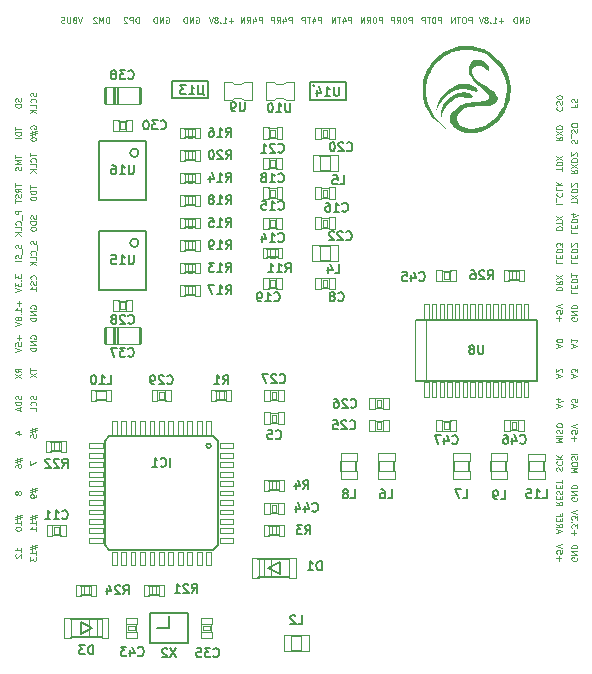
<source format=gbo>
G04 (created by PCBNEW (2013-03-19 BZR 4004)-stable) date 2014/12/29 14:44:26*
%MOIN*%
G04 Gerber Fmt 3.4, Leading zero omitted, Abs format*
%FSLAX34Y34*%
G01*
G70*
G90*
G04 APERTURE LIST*
%ADD10C,0*%
%ADD11C,0.004*%
%ADD12C,0.0026*%
%ADD13C,0.006*%
%ADD14C,0.00590551*%
%ADD15C,0.008*%
%ADD16C,0.005*%
%ADD17C,0.0019685*%
%ADD18C,0.0079*%
%ADD19C,0.0001*%
G04 APERTURE END LIST*
G54D10*
G54D11*
X51245Y-50007D02*
X51245Y-49854D01*
X51169Y-49930D02*
X51321Y-49930D01*
X51369Y-49664D02*
X51369Y-49759D01*
X51273Y-49769D01*
X51283Y-49759D01*
X51292Y-49740D01*
X51292Y-49692D01*
X51283Y-49673D01*
X51273Y-49664D01*
X51254Y-49654D01*
X51207Y-49654D01*
X51188Y-49664D01*
X51178Y-49673D01*
X51169Y-49692D01*
X51169Y-49740D01*
X51178Y-49759D01*
X51188Y-49769D01*
X51369Y-49597D02*
X51169Y-49530D01*
X51369Y-49464D01*
X51859Y-49902D02*
X51869Y-49921D01*
X51869Y-49950D01*
X51859Y-49978D01*
X51840Y-49997D01*
X51821Y-50007D01*
X51783Y-50016D01*
X51754Y-50016D01*
X51716Y-50007D01*
X51697Y-49997D01*
X51678Y-49978D01*
X51669Y-49950D01*
X51669Y-49930D01*
X51678Y-49902D01*
X51688Y-49892D01*
X51754Y-49892D01*
X51754Y-49930D01*
X51669Y-49807D02*
X51869Y-49807D01*
X51669Y-49692D01*
X51869Y-49692D01*
X51669Y-49597D02*
X51869Y-49597D01*
X51869Y-49550D01*
X51859Y-49521D01*
X51840Y-49502D01*
X51821Y-49492D01*
X51783Y-49483D01*
X51754Y-49483D01*
X51716Y-49492D01*
X51697Y-49502D01*
X51678Y-49521D01*
X51669Y-49550D01*
X51669Y-49597D01*
X51745Y-49150D02*
X51745Y-48997D01*
X51669Y-49073D02*
X51821Y-49073D01*
X51869Y-48921D02*
X51869Y-48797D01*
X51792Y-48864D01*
X51792Y-48835D01*
X51783Y-48816D01*
X51773Y-48807D01*
X51754Y-48797D01*
X51707Y-48797D01*
X51688Y-48807D01*
X51678Y-48816D01*
X51669Y-48835D01*
X51669Y-48892D01*
X51678Y-48911D01*
X51688Y-48921D01*
X51688Y-48711D02*
X51678Y-48702D01*
X51669Y-48711D01*
X51678Y-48721D01*
X51688Y-48711D01*
X51669Y-48711D01*
X51869Y-48635D02*
X51869Y-48511D01*
X51792Y-48578D01*
X51792Y-48550D01*
X51783Y-48530D01*
X51773Y-48521D01*
X51754Y-48511D01*
X51707Y-48511D01*
X51688Y-48521D01*
X51678Y-48530D01*
X51669Y-48550D01*
X51669Y-48607D01*
X51678Y-48626D01*
X51688Y-48635D01*
X51869Y-48454D02*
X51669Y-48388D01*
X51869Y-48321D01*
X51226Y-49073D02*
X51226Y-48978D01*
X51169Y-49092D02*
X51369Y-49026D01*
X51169Y-48959D01*
X51169Y-48778D02*
X51264Y-48845D01*
X51169Y-48892D02*
X51369Y-48892D01*
X51369Y-48816D01*
X51359Y-48797D01*
X51350Y-48788D01*
X51330Y-48778D01*
X51302Y-48778D01*
X51283Y-48788D01*
X51273Y-48797D01*
X51264Y-48816D01*
X51264Y-48892D01*
X51273Y-48692D02*
X51273Y-48626D01*
X51169Y-48597D02*
X51169Y-48692D01*
X51369Y-48692D01*
X51369Y-48597D01*
X51273Y-48445D02*
X51273Y-48511D01*
X51169Y-48511D02*
X51369Y-48511D01*
X51369Y-48416D01*
X51859Y-47902D02*
X51869Y-47921D01*
X51869Y-47950D01*
X51859Y-47978D01*
X51840Y-47997D01*
X51821Y-48007D01*
X51783Y-48016D01*
X51754Y-48016D01*
X51716Y-48007D01*
X51697Y-47997D01*
X51678Y-47978D01*
X51669Y-47950D01*
X51669Y-47930D01*
X51678Y-47902D01*
X51688Y-47892D01*
X51754Y-47892D01*
X51754Y-47930D01*
X51669Y-47807D02*
X51869Y-47807D01*
X51669Y-47692D01*
X51869Y-47692D01*
X51669Y-47597D02*
X51869Y-47597D01*
X51869Y-47550D01*
X51859Y-47521D01*
X51840Y-47502D01*
X51821Y-47492D01*
X51783Y-47483D01*
X51754Y-47483D01*
X51716Y-47492D01*
X51697Y-47502D01*
X51678Y-47521D01*
X51669Y-47550D01*
X51669Y-47597D01*
X51169Y-48040D02*
X51264Y-48107D01*
X51169Y-48154D02*
X51369Y-48154D01*
X51369Y-48078D01*
X51359Y-48059D01*
X51350Y-48050D01*
X51330Y-48040D01*
X51302Y-48040D01*
X51283Y-48050D01*
X51273Y-48059D01*
X51264Y-48078D01*
X51264Y-48154D01*
X51273Y-47954D02*
X51273Y-47888D01*
X51169Y-47859D02*
X51169Y-47954D01*
X51369Y-47954D01*
X51369Y-47859D01*
X51178Y-47783D02*
X51169Y-47754D01*
X51169Y-47707D01*
X51178Y-47688D01*
X51188Y-47678D01*
X51207Y-47669D01*
X51226Y-47669D01*
X51245Y-47678D01*
X51254Y-47688D01*
X51264Y-47707D01*
X51273Y-47745D01*
X51283Y-47764D01*
X51292Y-47773D01*
X51311Y-47783D01*
X51330Y-47783D01*
X51350Y-47773D01*
X51359Y-47764D01*
X51369Y-47745D01*
X51369Y-47697D01*
X51359Y-47669D01*
X51273Y-47583D02*
X51273Y-47516D01*
X51169Y-47488D02*
X51169Y-47583D01*
X51369Y-47583D01*
X51369Y-47488D01*
X51369Y-47430D02*
X51369Y-47316D01*
X51169Y-47373D02*
X51369Y-47373D01*
X51669Y-47064D02*
X51869Y-47064D01*
X51726Y-46997D01*
X51869Y-46930D01*
X51669Y-46930D01*
X51869Y-46797D02*
X51869Y-46759D01*
X51859Y-46740D01*
X51840Y-46721D01*
X51802Y-46711D01*
X51735Y-46711D01*
X51697Y-46721D01*
X51678Y-46740D01*
X51669Y-46759D01*
X51669Y-46797D01*
X51678Y-46816D01*
X51697Y-46835D01*
X51735Y-46845D01*
X51802Y-46845D01*
X51840Y-46835D01*
X51859Y-46816D01*
X51869Y-46797D01*
X51678Y-46635D02*
X51669Y-46607D01*
X51669Y-46559D01*
X51678Y-46540D01*
X51688Y-46530D01*
X51707Y-46521D01*
X51726Y-46521D01*
X51745Y-46530D01*
X51754Y-46540D01*
X51764Y-46559D01*
X51773Y-46597D01*
X51783Y-46616D01*
X51792Y-46626D01*
X51811Y-46635D01*
X51830Y-46635D01*
X51850Y-46626D01*
X51859Y-46616D01*
X51869Y-46597D01*
X51869Y-46550D01*
X51859Y-46521D01*
X51669Y-46435D02*
X51869Y-46435D01*
X51178Y-47007D02*
X51169Y-46978D01*
X51169Y-46930D01*
X51178Y-46911D01*
X51188Y-46902D01*
X51207Y-46892D01*
X51226Y-46892D01*
X51245Y-46902D01*
X51254Y-46911D01*
X51264Y-46930D01*
X51273Y-46969D01*
X51283Y-46988D01*
X51292Y-46997D01*
X51311Y-47007D01*
X51330Y-47007D01*
X51350Y-46997D01*
X51359Y-46988D01*
X51369Y-46969D01*
X51369Y-46921D01*
X51359Y-46892D01*
X51188Y-46692D02*
X51178Y-46702D01*
X51169Y-46730D01*
X51169Y-46750D01*
X51178Y-46778D01*
X51197Y-46797D01*
X51216Y-46807D01*
X51254Y-46816D01*
X51283Y-46816D01*
X51321Y-46807D01*
X51340Y-46797D01*
X51359Y-46778D01*
X51369Y-46750D01*
X51369Y-46730D01*
X51359Y-46702D01*
X51350Y-46692D01*
X51169Y-46607D02*
X51369Y-46607D01*
X51169Y-46492D02*
X51283Y-46578D01*
X51369Y-46492D02*
X51254Y-46607D01*
X51169Y-46064D02*
X51369Y-46064D01*
X51226Y-45997D01*
X51369Y-45930D01*
X51169Y-45930D01*
X51169Y-45835D02*
X51369Y-45835D01*
X51178Y-45750D02*
X51169Y-45721D01*
X51169Y-45673D01*
X51178Y-45654D01*
X51188Y-45645D01*
X51207Y-45635D01*
X51226Y-45635D01*
X51245Y-45645D01*
X51254Y-45654D01*
X51264Y-45673D01*
X51273Y-45711D01*
X51283Y-45730D01*
X51292Y-45740D01*
X51311Y-45750D01*
X51330Y-45750D01*
X51350Y-45740D01*
X51359Y-45730D01*
X51369Y-45711D01*
X51369Y-45664D01*
X51359Y-45635D01*
X51369Y-45511D02*
X51369Y-45473D01*
X51359Y-45454D01*
X51340Y-45435D01*
X51302Y-45426D01*
X51235Y-45426D01*
X51197Y-45435D01*
X51178Y-45454D01*
X51169Y-45473D01*
X51169Y-45511D01*
X51178Y-45530D01*
X51197Y-45550D01*
X51235Y-45559D01*
X51302Y-45559D01*
X51340Y-45550D01*
X51359Y-45530D01*
X51369Y-45511D01*
X51745Y-46007D02*
X51745Y-45854D01*
X51669Y-45930D02*
X51821Y-45930D01*
X51869Y-45664D02*
X51869Y-45759D01*
X51773Y-45769D01*
X51783Y-45759D01*
X51792Y-45740D01*
X51792Y-45692D01*
X51783Y-45673D01*
X51773Y-45664D01*
X51754Y-45654D01*
X51707Y-45654D01*
X51688Y-45664D01*
X51678Y-45673D01*
X51669Y-45692D01*
X51669Y-45740D01*
X51678Y-45759D01*
X51688Y-45769D01*
X51869Y-45597D02*
X51669Y-45530D01*
X51869Y-45464D01*
X51226Y-44892D02*
X51226Y-44797D01*
X51169Y-44911D02*
X51369Y-44845D01*
X51169Y-44778D01*
X51302Y-44626D02*
X51169Y-44626D01*
X51378Y-44673D02*
X51235Y-44721D01*
X51235Y-44597D01*
X51726Y-44892D02*
X51726Y-44797D01*
X51669Y-44911D02*
X51869Y-44845D01*
X51669Y-44778D01*
X51869Y-44616D02*
X51869Y-44711D01*
X51773Y-44721D01*
X51783Y-44711D01*
X51792Y-44692D01*
X51792Y-44645D01*
X51783Y-44626D01*
X51773Y-44616D01*
X51754Y-44607D01*
X51707Y-44607D01*
X51688Y-44616D01*
X51678Y-44626D01*
X51669Y-44645D01*
X51669Y-44692D01*
X51678Y-44711D01*
X51688Y-44721D01*
X51226Y-43892D02*
X51226Y-43797D01*
X51169Y-43911D02*
X51369Y-43845D01*
X51169Y-43778D01*
X51350Y-43721D02*
X51359Y-43711D01*
X51369Y-43692D01*
X51369Y-43645D01*
X51359Y-43626D01*
X51350Y-43616D01*
X51330Y-43607D01*
X51311Y-43607D01*
X51283Y-43616D01*
X51169Y-43730D01*
X51169Y-43607D01*
X51726Y-43892D02*
X51726Y-43797D01*
X51669Y-43911D02*
X51869Y-43845D01*
X51669Y-43778D01*
X51869Y-43730D02*
X51869Y-43607D01*
X51792Y-43673D01*
X51792Y-43645D01*
X51783Y-43626D01*
X51773Y-43616D01*
X51754Y-43607D01*
X51707Y-43607D01*
X51688Y-43616D01*
X51678Y-43626D01*
X51669Y-43645D01*
X51669Y-43702D01*
X51678Y-43721D01*
X51688Y-43730D01*
X51726Y-42892D02*
X51726Y-42797D01*
X51669Y-42911D02*
X51869Y-42845D01*
X51669Y-42778D01*
X51669Y-42607D02*
X51669Y-42721D01*
X51669Y-42664D02*
X51869Y-42664D01*
X51840Y-42683D01*
X51821Y-42702D01*
X51811Y-42721D01*
X51226Y-42892D02*
X51226Y-42797D01*
X51169Y-42911D02*
X51369Y-42845D01*
X51169Y-42778D01*
X51369Y-42673D02*
X51369Y-42654D01*
X51359Y-42635D01*
X51350Y-42626D01*
X51330Y-42616D01*
X51292Y-42607D01*
X51245Y-42607D01*
X51207Y-42616D01*
X51188Y-42626D01*
X51178Y-42635D01*
X51169Y-42654D01*
X51169Y-42673D01*
X51178Y-42692D01*
X51188Y-42702D01*
X51207Y-42711D01*
X51245Y-42721D01*
X51292Y-42721D01*
X51330Y-42711D01*
X51350Y-42702D01*
X51359Y-42692D01*
X51369Y-42673D01*
X51859Y-41902D02*
X51869Y-41921D01*
X51869Y-41950D01*
X51859Y-41978D01*
X51840Y-41997D01*
X51821Y-42007D01*
X51783Y-42016D01*
X51754Y-42016D01*
X51716Y-42007D01*
X51697Y-41997D01*
X51678Y-41978D01*
X51669Y-41950D01*
X51669Y-41930D01*
X51678Y-41902D01*
X51688Y-41892D01*
X51754Y-41892D01*
X51754Y-41930D01*
X51669Y-41807D02*
X51869Y-41807D01*
X51669Y-41692D01*
X51869Y-41692D01*
X51669Y-41597D02*
X51869Y-41597D01*
X51869Y-41550D01*
X51859Y-41521D01*
X51840Y-41502D01*
X51821Y-41492D01*
X51783Y-41483D01*
X51754Y-41483D01*
X51716Y-41492D01*
X51697Y-41502D01*
X51678Y-41521D01*
X51669Y-41550D01*
X51669Y-41597D01*
X51245Y-42007D02*
X51245Y-41854D01*
X51169Y-41930D02*
X51321Y-41930D01*
X51369Y-41664D02*
X51369Y-41759D01*
X51273Y-41769D01*
X51283Y-41759D01*
X51292Y-41740D01*
X51292Y-41692D01*
X51283Y-41673D01*
X51273Y-41664D01*
X51254Y-41654D01*
X51207Y-41654D01*
X51188Y-41664D01*
X51178Y-41673D01*
X51169Y-41692D01*
X51169Y-41740D01*
X51178Y-41759D01*
X51188Y-41769D01*
X51369Y-41597D02*
X51169Y-41530D01*
X51369Y-41464D01*
X51169Y-40997D02*
X51369Y-40997D01*
X51369Y-40950D01*
X51359Y-40921D01*
X51340Y-40902D01*
X51321Y-40892D01*
X51283Y-40883D01*
X51254Y-40883D01*
X51216Y-40892D01*
X51197Y-40902D01*
X51178Y-40921D01*
X51169Y-40950D01*
X51169Y-40997D01*
X51169Y-40683D02*
X51264Y-40750D01*
X51169Y-40797D02*
X51369Y-40797D01*
X51369Y-40721D01*
X51359Y-40702D01*
X51350Y-40692D01*
X51330Y-40683D01*
X51302Y-40683D01*
X51283Y-40692D01*
X51273Y-40702D01*
X51264Y-40721D01*
X51264Y-40797D01*
X51369Y-40616D02*
X51169Y-40483D01*
X51369Y-40483D02*
X51169Y-40616D01*
X51669Y-40973D02*
X51669Y-41069D01*
X51869Y-41069D01*
X51773Y-40907D02*
X51773Y-40840D01*
X51669Y-40811D02*
X51669Y-40907D01*
X51869Y-40907D01*
X51869Y-40811D01*
X51669Y-40726D02*
X51869Y-40726D01*
X51869Y-40678D01*
X51859Y-40650D01*
X51840Y-40630D01*
X51821Y-40621D01*
X51783Y-40611D01*
X51754Y-40611D01*
X51716Y-40621D01*
X51697Y-40630D01*
X51678Y-40650D01*
X51669Y-40678D01*
X51669Y-40726D01*
X51669Y-40421D02*
X51669Y-40535D01*
X51669Y-40478D02*
X51869Y-40478D01*
X51840Y-40497D01*
X51821Y-40516D01*
X51811Y-40535D01*
X51169Y-39973D02*
X51169Y-40069D01*
X51369Y-40069D01*
X51273Y-39907D02*
X51273Y-39840D01*
X51169Y-39811D02*
X51169Y-39907D01*
X51369Y-39907D01*
X51369Y-39811D01*
X51169Y-39726D02*
X51369Y-39726D01*
X51369Y-39678D01*
X51359Y-39650D01*
X51340Y-39630D01*
X51321Y-39621D01*
X51283Y-39611D01*
X51254Y-39611D01*
X51216Y-39621D01*
X51197Y-39630D01*
X51178Y-39650D01*
X51169Y-39678D01*
X51169Y-39726D01*
X51369Y-39545D02*
X51369Y-39421D01*
X51292Y-39488D01*
X51292Y-39459D01*
X51283Y-39440D01*
X51273Y-39430D01*
X51254Y-39421D01*
X51207Y-39421D01*
X51188Y-39430D01*
X51178Y-39440D01*
X51169Y-39459D01*
X51169Y-39516D01*
X51178Y-39535D01*
X51188Y-39545D01*
X51669Y-39973D02*
X51669Y-40069D01*
X51869Y-40069D01*
X51773Y-39907D02*
X51773Y-39840D01*
X51669Y-39811D02*
X51669Y-39907D01*
X51869Y-39907D01*
X51869Y-39811D01*
X51669Y-39726D02*
X51869Y-39726D01*
X51869Y-39678D01*
X51859Y-39650D01*
X51840Y-39630D01*
X51821Y-39621D01*
X51783Y-39611D01*
X51754Y-39611D01*
X51716Y-39621D01*
X51697Y-39630D01*
X51678Y-39650D01*
X51669Y-39678D01*
X51669Y-39726D01*
X51850Y-39535D02*
X51859Y-39526D01*
X51869Y-39507D01*
X51869Y-39459D01*
X51859Y-39440D01*
X51850Y-39430D01*
X51830Y-39421D01*
X51811Y-39421D01*
X51783Y-39430D01*
X51669Y-39545D01*
X51669Y-39421D01*
X51169Y-38973D02*
X51369Y-38973D01*
X51369Y-38926D01*
X51359Y-38897D01*
X51340Y-38878D01*
X51321Y-38869D01*
X51283Y-38859D01*
X51254Y-38859D01*
X51216Y-38869D01*
X51197Y-38878D01*
X51178Y-38897D01*
X51169Y-38926D01*
X51169Y-38973D01*
X51369Y-38802D02*
X51369Y-38688D01*
X51169Y-38745D02*
X51369Y-38745D01*
X51369Y-38640D02*
X51169Y-38507D01*
X51369Y-38507D02*
X51169Y-38640D01*
X51669Y-38973D02*
X51669Y-39069D01*
X51869Y-39069D01*
X51773Y-38907D02*
X51773Y-38840D01*
X51669Y-38811D02*
X51669Y-38907D01*
X51869Y-38907D01*
X51869Y-38811D01*
X51669Y-38726D02*
X51869Y-38726D01*
X51869Y-38678D01*
X51859Y-38650D01*
X51840Y-38630D01*
X51821Y-38621D01*
X51783Y-38611D01*
X51754Y-38611D01*
X51716Y-38621D01*
X51697Y-38630D01*
X51678Y-38650D01*
X51669Y-38678D01*
X51669Y-38726D01*
X51802Y-38440D02*
X51669Y-38440D01*
X51878Y-38488D02*
X51735Y-38535D01*
X51735Y-38411D01*
X51169Y-38107D02*
X51369Y-38107D01*
X51150Y-38059D02*
X51150Y-37907D01*
X51188Y-37745D02*
X51178Y-37754D01*
X51169Y-37783D01*
X51169Y-37802D01*
X51178Y-37830D01*
X51197Y-37849D01*
X51216Y-37859D01*
X51254Y-37869D01*
X51283Y-37869D01*
X51321Y-37859D01*
X51340Y-37849D01*
X51359Y-37830D01*
X51369Y-37802D01*
X51369Y-37783D01*
X51359Y-37754D01*
X51350Y-37745D01*
X51169Y-37564D02*
X51169Y-37659D01*
X51369Y-37659D01*
X51169Y-37497D02*
X51369Y-37497D01*
X51169Y-37383D02*
X51283Y-37469D01*
X51369Y-37383D02*
X51254Y-37497D01*
X51869Y-38097D02*
X51869Y-37983D01*
X51669Y-38040D02*
X51869Y-38040D01*
X51869Y-37935D02*
X51669Y-37802D01*
X51869Y-37802D02*
X51669Y-37935D01*
X51669Y-37726D02*
X51869Y-37726D01*
X51869Y-37678D01*
X51859Y-37650D01*
X51840Y-37630D01*
X51821Y-37621D01*
X51783Y-37611D01*
X51754Y-37611D01*
X51716Y-37621D01*
X51697Y-37630D01*
X51678Y-37650D01*
X51669Y-37678D01*
X51669Y-37726D01*
X51850Y-37535D02*
X51859Y-37526D01*
X51869Y-37507D01*
X51869Y-37459D01*
X51859Y-37440D01*
X51850Y-37430D01*
X51830Y-37421D01*
X51811Y-37421D01*
X51783Y-37430D01*
X51669Y-37545D01*
X51669Y-37421D01*
X51669Y-36978D02*
X51764Y-37045D01*
X51669Y-37092D02*
X51869Y-37092D01*
X51869Y-37016D01*
X51859Y-36997D01*
X51850Y-36988D01*
X51830Y-36978D01*
X51802Y-36978D01*
X51783Y-36988D01*
X51773Y-36997D01*
X51764Y-37016D01*
X51764Y-37092D01*
X51869Y-36911D02*
X51669Y-36778D01*
X51869Y-36778D02*
X51669Y-36911D01*
X51669Y-36702D02*
X51869Y-36702D01*
X51869Y-36654D01*
X51859Y-36626D01*
X51840Y-36607D01*
X51821Y-36597D01*
X51783Y-36588D01*
X51754Y-36588D01*
X51716Y-36597D01*
X51697Y-36607D01*
X51678Y-36626D01*
X51669Y-36654D01*
X51669Y-36702D01*
X51850Y-36511D02*
X51859Y-36502D01*
X51869Y-36483D01*
X51869Y-36435D01*
X51859Y-36416D01*
X51850Y-36407D01*
X51830Y-36397D01*
X51811Y-36397D01*
X51783Y-36407D01*
X51669Y-36521D01*
X51669Y-36397D01*
X51369Y-37002D02*
X51369Y-36888D01*
X51169Y-36945D02*
X51369Y-36945D01*
X51169Y-36821D02*
X51369Y-36821D01*
X51369Y-36773D01*
X51359Y-36745D01*
X51340Y-36726D01*
X51321Y-36716D01*
X51283Y-36707D01*
X51254Y-36707D01*
X51216Y-36716D01*
X51197Y-36726D01*
X51178Y-36745D01*
X51169Y-36773D01*
X51169Y-36821D01*
X51369Y-36640D02*
X51169Y-36507D01*
X51369Y-36507D02*
X51169Y-36640D01*
X51169Y-35883D02*
X51264Y-35950D01*
X51169Y-35997D02*
X51369Y-35997D01*
X51369Y-35921D01*
X51359Y-35902D01*
X51350Y-35892D01*
X51330Y-35883D01*
X51302Y-35883D01*
X51283Y-35892D01*
X51273Y-35902D01*
X51264Y-35921D01*
X51264Y-35997D01*
X51369Y-35816D02*
X51169Y-35683D01*
X51369Y-35683D02*
X51169Y-35816D01*
X51169Y-35607D02*
X51369Y-35607D01*
X51369Y-35559D01*
X51359Y-35530D01*
X51340Y-35511D01*
X51321Y-35502D01*
X51283Y-35492D01*
X51254Y-35492D01*
X51216Y-35502D01*
X51197Y-35511D01*
X51178Y-35530D01*
X51169Y-35559D01*
X51169Y-35607D01*
X51678Y-36083D02*
X51669Y-36054D01*
X51669Y-36007D01*
X51678Y-35988D01*
X51688Y-35978D01*
X51707Y-35969D01*
X51726Y-35969D01*
X51745Y-35978D01*
X51754Y-35988D01*
X51764Y-36007D01*
X51773Y-36045D01*
X51783Y-36064D01*
X51792Y-36073D01*
X51811Y-36083D01*
X51830Y-36083D01*
X51850Y-36073D01*
X51859Y-36064D01*
X51869Y-36045D01*
X51869Y-35997D01*
X51859Y-35969D01*
X51650Y-35930D02*
X51650Y-35778D01*
X51678Y-35740D02*
X51669Y-35711D01*
X51669Y-35664D01*
X51678Y-35645D01*
X51688Y-35635D01*
X51707Y-35626D01*
X51726Y-35626D01*
X51745Y-35635D01*
X51754Y-35645D01*
X51764Y-35664D01*
X51773Y-35702D01*
X51783Y-35721D01*
X51792Y-35730D01*
X51811Y-35740D01*
X51830Y-35740D01*
X51850Y-35730D01*
X51859Y-35721D01*
X51869Y-35702D01*
X51869Y-35654D01*
X51859Y-35626D01*
X51869Y-35502D02*
X51869Y-35464D01*
X51859Y-35445D01*
X51840Y-35426D01*
X51802Y-35416D01*
X51735Y-35416D01*
X51697Y-35426D01*
X51678Y-35445D01*
X51669Y-35464D01*
X51669Y-35502D01*
X51678Y-35521D01*
X51697Y-35540D01*
X51735Y-35549D01*
X51802Y-35549D01*
X51840Y-35540D01*
X51859Y-35521D01*
X51869Y-35502D01*
X51188Y-34878D02*
X51178Y-34888D01*
X51169Y-34916D01*
X51169Y-34935D01*
X51178Y-34964D01*
X51197Y-34983D01*
X51216Y-34992D01*
X51254Y-35002D01*
X51283Y-35002D01*
X51321Y-34992D01*
X51340Y-34983D01*
X51359Y-34964D01*
X51369Y-34935D01*
X51369Y-34916D01*
X51359Y-34888D01*
X51350Y-34878D01*
X51178Y-34802D02*
X51169Y-34773D01*
X51169Y-34726D01*
X51178Y-34707D01*
X51188Y-34697D01*
X51207Y-34688D01*
X51226Y-34688D01*
X51245Y-34697D01*
X51254Y-34707D01*
X51264Y-34726D01*
X51273Y-34764D01*
X51283Y-34783D01*
X51292Y-34792D01*
X51311Y-34802D01*
X51330Y-34802D01*
X51350Y-34792D01*
X51359Y-34783D01*
X51369Y-34764D01*
X51369Y-34716D01*
X51359Y-34688D01*
X51369Y-34564D02*
X51369Y-34545D01*
X51359Y-34526D01*
X51350Y-34516D01*
X51330Y-34507D01*
X51292Y-34497D01*
X51245Y-34497D01*
X51207Y-34507D01*
X51188Y-34516D01*
X51178Y-34526D01*
X51169Y-34545D01*
X51169Y-34564D01*
X51178Y-34583D01*
X51188Y-34592D01*
X51207Y-34602D01*
X51245Y-34611D01*
X51292Y-34611D01*
X51330Y-34602D01*
X51350Y-34592D01*
X51359Y-34583D01*
X51369Y-34564D01*
X51773Y-34816D02*
X51773Y-34883D01*
X51669Y-34883D02*
X51869Y-34883D01*
X51869Y-34788D01*
X51678Y-34721D02*
X51669Y-34692D01*
X51669Y-34645D01*
X51678Y-34626D01*
X51688Y-34616D01*
X51707Y-34607D01*
X51726Y-34607D01*
X51745Y-34616D01*
X51754Y-34626D01*
X51764Y-34645D01*
X51773Y-34683D01*
X51783Y-34702D01*
X51792Y-34711D01*
X51811Y-34721D01*
X51830Y-34721D01*
X51850Y-34711D01*
X51859Y-34702D01*
X51869Y-34683D01*
X51869Y-34635D01*
X51859Y-34607D01*
X50152Y-31890D02*
X50171Y-31880D01*
X50200Y-31880D01*
X50228Y-31890D01*
X50247Y-31909D01*
X50257Y-31928D01*
X50266Y-31966D01*
X50266Y-31995D01*
X50257Y-32033D01*
X50247Y-32052D01*
X50228Y-32071D01*
X50200Y-32080D01*
X50180Y-32080D01*
X50152Y-32071D01*
X50142Y-32061D01*
X50142Y-31995D01*
X50180Y-31995D01*
X50057Y-32080D02*
X50057Y-31880D01*
X49942Y-32080D01*
X49942Y-31880D01*
X49847Y-32080D02*
X49847Y-31880D01*
X49800Y-31880D01*
X49771Y-31890D01*
X49752Y-31909D01*
X49742Y-31928D01*
X49733Y-31966D01*
X49733Y-31995D01*
X49742Y-32033D01*
X49752Y-32052D01*
X49771Y-32071D01*
X49800Y-32080D01*
X49847Y-32080D01*
X49400Y-32004D02*
X49247Y-32004D01*
X49323Y-32080D02*
X49323Y-31928D01*
X49047Y-32080D02*
X49161Y-32080D01*
X49104Y-32080D02*
X49104Y-31880D01*
X49123Y-31909D01*
X49142Y-31928D01*
X49161Y-31938D01*
X48961Y-32061D02*
X48952Y-32071D01*
X48961Y-32080D01*
X48971Y-32071D01*
X48961Y-32061D01*
X48961Y-32080D01*
X48838Y-31966D02*
X48857Y-31957D01*
X48866Y-31947D01*
X48876Y-31928D01*
X48876Y-31919D01*
X48866Y-31900D01*
X48857Y-31890D01*
X48838Y-31880D01*
X48800Y-31880D01*
X48780Y-31890D01*
X48771Y-31900D01*
X48761Y-31919D01*
X48761Y-31928D01*
X48771Y-31947D01*
X48780Y-31957D01*
X48800Y-31966D01*
X48838Y-31966D01*
X48857Y-31976D01*
X48866Y-31985D01*
X48876Y-32004D01*
X48876Y-32042D01*
X48866Y-32061D01*
X48857Y-32071D01*
X48838Y-32080D01*
X48800Y-32080D01*
X48780Y-32071D01*
X48771Y-32061D01*
X48761Y-32042D01*
X48761Y-32004D01*
X48771Y-31985D01*
X48780Y-31976D01*
X48800Y-31966D01*
X48704Y-31880D02*
X48638Y-32080D01*
X48571Y-31880D01*
X48338Y-32080D02*
X48338Y-31880D01*
X48261Y-31880D01*
X48242Y-31890D01*
X48233Y-31900D01*
X48223Y-31919D01*
X48223Y-31947D01*
X48233Y-31966D01*
X48242Y-31976D01*
X48261Y-31985D01*
X48338Y-31985D01*
X48100Y-31880D02*
X48061Y-31880D01*
X48042Y-31890D01*
X48023Y-31909D01*
X48014Y-31947D01*
X48014Y-32014D01*
X48023Y-32052D01*
X48042Y-32071D01*
X48061Y-32080D01*
X48100Y-32080D01*
X48119Y-32071D01*
X48138Y-32052D01*
X48147Y-32014D01*
X48147Y-31947D01*
X48138Y-31909D01*
X48119Y-31890D01*
X48100Y-31880D01*
X47957Y-31880D02*
X47842Y-31880D01*
X47900Y-32080D02*
X47900Y-31880D01*
X47776Y-32080D02*
X47776Y-31880D01*
X47661Y-32080D01*
X47661Y-31880D01*
X47323Y-32080D02*
X47323Y-31880D01*
X47247Y-31880D01*
X47228Y-31890D01*
X47219Y-31900D01*
X47209Y-31919D01*
X47209Y-31947D01*
X47219Y-31966D01*
X47228Y-31976D01*
X47247Y-31985D01*
X47323Y-31985D01*
X47085Y-31880D02*
X47066Y-31880D01*
X47047Y-31890D01*
X47038Y-31900D01*
X47028Y-31919D01*
X47019Y-31957D01*
X47019Y-32004D01*
X47028Y-32042D01*
X47038Y-32061D01*
X47047Y-32071D01*
X47066Y-32080D01*
X47085Y-32080D01*
X47104Y-32071D01*
X47114Y-32061D01*
X47123Y-32042D01*
X47133Y-32004D01*
X47133Y-31957D01*
X47123Y-31919D01*
X47114Y-31900D01*
X47104Y-31890D01*
X47085Y-31880D01*
X46961Y-31880D02*
X46847Y-31880D01*
X46904Y-32080D02*
X46904Y-31880D01*
X46780Y-32080D02*
X46780Y-31880D01*
X46704Y-31880D01*
X46685Y-31890D01*
X46676Y-31900D01*
X46666Y-31919D01*
X46666Y-31947D01*
X46676Y-31966D01*
X46685Y-31976D01*
X46704Y-31985D01*
X46780Y-31985D01*
X46347Y-32080D02*
X46347Y-31880D01*
X46271Y-31880D01*
X46252Y-31890D01*
X46242Y-31900D01*
X46233Y-31919D01*
X46233Y-31947D01*
X46242Y-31966D01*
X46252Y-31976D01*
X46271Y-31985D01*
X46347Y-31985D01*
X46109Y-31880D02*
X46090Y-31880D01*
X46071Y-31890D01*
X46061Y-31900D01*
X46052Y-31919D01*
X46042Y-31957D01*
X46042Y-32004D01*
X46052Y-32042D01*
X46061Y-32061D01*
X46071Y-32071D01*
X46090Y-32080D01*
X46109Y-32080D01*
X46128Y-32071D01*
X46138Y-32061D01*
X46147Y-32042D01*
X46157Y-32004D01*
X46157Y-31957D01*
X46147Y-31919D01*
X46138Y-31900D01*
X46128Y-31890D01*
X46109Y-31880D01*
X45842Y-32080D02*
X45909Y-31985D01*
X45957Y-32080D02*
X45957Y-31880D01*
X45880Y-31880D01*
X45861Y-31890D01*
X45852Y-31900D01*
X45842Y-31919D01*
X45842Y-31947D01*
X45852Y-31966D01*
X45861Y-31976D01*
X45880Y-31985D01*
X45957Y-31985D01*
X45757Y-32080D02*
X45757Y-31880D01*
X45680Y-31880D01*
X45661Y-31890D01*
X45652Y-31900D01*
X45642Y-31919D01*
X45642Y-31947D01*
X45652Y-31966D01*
X45661Y-31976D01*
X45680Y-31985D01*
X45757Y-31985D01*
X45352Y-32080D02*
X45352Y-31880D01*
X45276Y-31880D01*
X45257Y-31890D01*
X45247Y-31900D01*
X45238Y-31919D01*
X45238Y-31947D01*
X45247Y-31966D01*
X45257Y-31976D01*
X45276Y-31985D01*
X45352Y-31985D01*
X45114Y-31880D02*
X45095Y-31880D01*
X45076Y-31890D01*
X45066Y-31900D01*
X45057Y-31919D01*
X45047Y-31957D01*
X45047Y-32004D01*
X45057Y-32042D01*
X45066Y-32061D01*
X45076Y-32071D01*
X45095Y-32080D01*
X45114Y-32080D01*
X45133Y-32071D01*
X45142Y-32061D01*
X45152Y-32042D01*
X45161Y-32004D01*
X45161Y-31957D01*
X45152Y-31919D01*
X45142Y-31900D01*
X45133Y-31890D01*
X45114Y-31880D01*
X44847Y-32080D02*
X44914Y-31985D01*
X44961Y-32080D02*
X44961Y-31880D01*
X44885Y-31880D01*
X44866Y-31890D01*
X44857Y-31900D01*
X44847Y-31919D01*
X44847Y-31947D01*
X44857Y-31966D01*
X44866Y-31976D01*
X44885Y-31985D01*
X44961Y-31985D01*
X44761Y-32080D02*
X44761Y-31880D01*
X44647Y-32080D01*
X44647Y-31880D01*
X44328Y-32080D02*
X44328Y-31880D01*
X44252Y-31880D01*
X44233Y-31890D01*
X44223Y-31900D01*
X44214Y-31919D01*
X44214Y-31947D01*
X44223Y-31966D01*
X44233Y-31976D01*
X44252Y-31985D01*
X44328Y-31985D01*
X44042Y-31947D02*
X44042Y-32080D01*
X44090Y-31871D02*
X44138Y-32014D01*
X44014Y-32014D01*
X43966Y-31880D02*
X43852Y-31880D01*
X43909Y-32080D02*
X43909Y-31880D01*
X43785Y-32080D02*
X43785Y-31880D01*
X43671Y-32080D01*
X43671Y-31880D01*
X43323Y-32080D02*
X43323Y-31880D01*
X43247Y-31880D01*
X43228Y-31890D01*
X43219Y-31900D01*
X43209Y-31919D01*
X43209Y-31947D01*
X43219Y-31966D01*
X43228Y-31976D01*
X43247Y-31985D01*
X43323Y-31985D01*
X43038Y-31947D02*
X43038Y-32080D01*
X43085Y-31871D02*
X43133Y-32014D01*
X43009Y-32014D01*
X42961Y-31880D02*
X42847Y-31880D01*
X42904Y-32080D02*
X42904Y-31880D01*
X42780Y-32080D02*
X42780Y-31880D01*
X42704Y-31880D01*
X42685Y-31890D01*
X42676Y-31900D01*
X42666Y-31919D01*
X42666Y-31947D01*
X42676Y-31966D01*
X42685Y-31976D01*
X42704Y-31985D01*
X42780Y-31985D01*
X42347Y-32080D02*
X42347Y-31880D01*
X42271Y-31880D01*
X42252Y-31890D01*
X42242Y-31900D01*
X42233Y-31919D01*
X42233Y-31947D01*
X42242Y-31966D01*
X42252Y-31976D01*
X42271Y-31985D01*
X42347Y-31985D01*
X42061Y-31947D02*
X42061Y-32080D01*
X42109Y-31871D02*
X42157Y-32014D01*
X42033Y-32014D01*
X41842Y-32080D02*
X41909Y-31985D01*
X41957Y-32080D02*
X41957Y-31880D01*
X41880Y-31880D01*
X41861Y-31890D01*
X41852Y-31900D01*
X41842Y-31919D01*
X41842Y-31947D01*
X41852Y-31966D01*
X41861Y-31976D01*
X41880Y-31985D01*
X41957Y-31985D01*
X41757Y-32080D02*
X41757Y-31880D01*
X41680Y-31880D01*
X41661Y-31890D01*
X41652Y-31900D01*
X41642Y-31919D01*
X41642Y-31947D01*
X41652Y-31966D01*
X41661Y-31976D01*
X41680Y-31985D01*
X41757Y-31985D01*
X41352Y-32080D02*
X41352Y-31880D01*
X41276Y-31880D01*
X41257Y-31890D01*
X41247Y-31900D01*
X41238Y-31919D01*
X41238Y-31947D01*
X41247Y-31966D01*
X41257Y-31976D01*
X41276Y-31985D01*
X41352Y-31985D01*
X41066Y-31947D02*
X41066Y-32080D01*
X41114Y-31871D02*
X41161Y-32014D01*
X41038Y-32014D01*
X40847Y-32080D02*
X40914Y-31985D01*
X40961Y-32080D02*
X40961Y-31880D01*
X40885Y-31880D01*
X40866Y-31890D01*
X40857Y-31900D01*
X40847Y-31919D01*
X40847Y-31947D01*
X40857Y-31966D01*
X40866Y-31976D01*
X40885Y-31985D01*
X40961Y-31985D01*
X40761Y-32080D02*
X40761Y-31880D01*
X40647Y-32080D01*
X40647Y-31880D01*
X40400Y-32004D02*
X40247Y-32004D01*
X40323Y-32080D02*
X40323Y-31928D01*
X40047Y-32080D02*
X40161Y-32080D01*
X40104Y-32080D02*
X40104Y-31880D01*
X40123Y-31909D01*
X40142Y-31928D01*
X40161Y-31938D01*
X39961Y-32061D02*
X39952Y-32071D01*
X39961Y-32080D01*
X39971Y-32071D01*
X39961Y-32061D01*
X39961Y-32080D01*
X39838Y-31966D02*
X39857Y-31957D01*
X39866Y-31947D01*
X39876Y-31928D01*
X39876Y-31919D01*
X39866Y-31900D01*
X39857Y-31890D01*
X39838Y-31880D01*
X39800Y-31880D01*
X39780Y-31890D01*
X39771Y-31900D01*
X39761Y-31919D01*
X39761Y-31928D01*
X39771Y-31947D01*
X39780Y-31957D01*
X39800Y-31966D01*
X39838Y-31966D01*
X39857Y-31976D01*
X39866Y-31985D01*
X39876Y-32004D01*
X39876Y-32042D01*
X39866Y-32061D01*
X39857Y-32071D01*
X39838Y-32080D01*
X39800Y-32080D01*
X39780Y-32071D01*
X39771Y-32061D01*
X39761Y-32042D01*
X39761Y-32004D01*
X39771Y-31985D01*
X39780Y-31976D01*
X39800Y-31966D01*
X39704Y-31880D02*
X39638Y-32080D01*
X39571Y-31880D01*
X39152Y-31890D02*
X39171Y-31880D01*
X39200Y-31880D01*
X39228Y-31890D01*
X39247Y-31909D01*
X39257Y-31928D01*
X39266Y-31966D01*
X39266Y-31995D01*
X39257Y-32033D01*
X39247Y-32052D01*
X39228Y-32071D01*
X39200Y-32080D01*
X39180Y-32080D01*
X39152Y-32071D01*
X39142Y-32061D01*
X39142Y-31995D01*
X39180Y-31995D01*
X39057Y-32080D02*
X39057Y-31880D01*
X38942Y-32080D01*
X38942Y-31880D01*
X38847Y-32080D02*
X38847Y-31880D01*
X38800Y-31880D01*
X38771Y-31890D01*
X38752Y-31909D01*
X38742Y-31928D01*
X38733Y-31966D01*
X38733Y-31995D01*
X38742Y-32033D01*
X38752Y-32052D01*
X38771Y-32071D01*
X38800Y-32080D01*
X38847Y-32080D01*
X38152Y-31890D02*
X38171Y-31880D01*
X38200Y-31880D01*
X38228Y-31890D01*
X38247Y-31909D01*
X38257Y-31928D01*
X38266Y-31966D01*
X38266Y-31995D01*
X38257Y-32033D01*
X38247Y-32052D01*
X38228Y-32071D01*
X38200Y-32080D01*
X38180Y-32080D01*
X38152Y-32071D01*
X38142Y-32061D01*
X38142Y-31995D01*
X38180Y-31995D01*
X38057Y-32080D02*
X38057Y-31880D01*
X37942Y-32080D01*
X37942Y-31880D01*
X37847Y-32080D02*
X37847Y-31880D01*
X37800Y-31880D01*
X37771Y-31890D01*
X37752Y-31909D01*
X37742Y-31928D01*
X37733Y-31966D01*
X37733Y-31995D01*
X37742Y-32033D01*
X37752Y-32052D01*
X37771Y-32071D01*
X37800Y-32080D01*
X37847Y-32080D01*
X37247Y-32080D02*
X37247Y-31880D01*
X37200Y-31880D01*
X37171Y-31890D01*
X37152Y-31909D01*
X37142Y-31928D01*
X37133Y-31966D01*
X37133Y-31995D01*
X37142Y-32033D01*
X37152Y-32052D01*
X37171Y-32071D01*
X37200Y-32080D01*
X37247Y-32080D01*
X37047Y-32080D02*
X37047Y-31880D01*
X36971Y-31880D01*
X36952Y-31890D01*
X36942Y-31900D01*
X36933Y-31919D01*
X36933Y-31947D01*
X36942Y-31966D01*
X36952Y-31976D01*
X36971Y-31985D01*
X37047Y-31985D01*
X36857Y-31900D02*
X36847Y-31890D01*
X36828Y-31880D01*
X36780Y-31880D01*
X36761Y-31890D01*
X36752Y-31900D01*
X36742Y-31919D01*
X36742Y-31938D01*
X36752Y-31966D01*
X36866Y-32080D01*
X36742Y-32080D01*
X36261Y-32080D02*
X36261Y-31880D01*
X36214Y-31880D01*
X36185Y-31890D01*
X36166Y-31909D01*
X36157Y-31928D01*
X36147Y-31966D01*
X36147Y-31995D01*
X36157Y-32033D01*
X36166Y-32052D01*
X36185Y-32071D01*
X36214Y-32080D01*
X36261Y-32080D01*
X36061Y-32080D02*
X36061Y-31880D01*
X35995Y-32023D01*
X35928Y-31880D01*
X35928Y-32080D01*
X35842Y-31900D02*
X35833Y-31890D01*
X35814Y-31880D01*
X35766Y-31880D01*
X35747Y-31890D01*
X35738Y-31900D01*
X35728Y-31919D01*
X35728Y-31938D01*
X35738Y-31966D01*
X35852Y-32080D01*
X35728Y-32080D01*
X35366Y-31880D02*
X35300Y-32080D01*
X35233Y-31880D01*
X35099Y-31976D02*
X35071Y-31985D01*
X35061Y-31995D01*
X35052Y-32014D01*
X35052Y-32042D01*
X35061Y-32061D01*
X35071Y-32071D01*
X35090Y-32080D01*
X35166Y-32080D01*
X35166Y-31880D01*
X35099Y-31880D01*
X35080Y-31890D01*
X35071Y-31900D01*
X35061Y-31919D01*
X35061Y-31938D01*
X35071Y-31957D01*
X35080Y-31966D01*
X35099Y-31976D01*
X35166Y-31976D01*
X34966Y-31880D02*
X34966Y-32042D01*
X34957Y-32061D01*
X34947Y-32071D01*
X34928Y-32080D01*
X34890Y-32080D01*
X34871Y-32071D01*
X34861Y-32061D01*
X34852Y-32042D01*
X34852Y-31880D01*
X34766Y-32071D02*
X34738Y-32080D01*
X34690Y-32080D01*
X34671Y-32071D01*
X34661Y-32061D01*
X34652Y-32042D01*
X34652Y-32023D01*
X34661Y-32004D01*
X34671Y-31995D01*
X34690Y-31985D01*
X34728Y-31976D01*
X34747Y-31966D01*
X34757Y-31957D01*
X34766Y-31938D01*
X34766Y-31919D01*
X34757Y-31900D01*
X34747Y-31890D01*
X34728Y-31880D01*
X34680Y-31880D01*
X34652Y-31890D01*
X33697Y-49497D02*
X33697Y-49640D01*
X33611Y-49554D02*
X33869Y-49497D01*
X33783Y-49621D02*
X33783Y-49478D01*
X33869Y-49564D02*
X33611Y-49621D01*
X33830Y-49811D02*
X33830Y-49697D01*
X33830Y-49754D02*
X33630Y-49754D01*
X33659Y-49735D01*
X33678Y-49716D01*
X33688Y-49697D01*
X33630Y-49878D02*
X33630Y-50002D01*
X33707Y-49935D01*
X33707Y-49964D01*
X33716Y-49983D01*
X33726Y-49992D01*
X33745Y-50002D01*
X33792Y-50002D01*
X33811Y-49992D01*
X33821Y-49983D01*
X33830Y-49964D01*
X33830Y-49907D01*
X33821Y-49888D01*
X33811Y-49878D01*
X33330Y-49711D02*
X33330Y-49597D01*
X33330Y-49654D02*
X33130Y-49654D01*
X33159Y-49635D01*
X33178Y-49616D01*
X33188Y-49597D01*
X33150Y-49788D02*
X33140Y-49797D01*
X33130Y-49816D01*
X33130Y-49864D01*
X33140Y-49883D01*
X33150Y-49892D01*
X33169Y-49902D01*
X33188Y-49902D01*
X33216Y-49892D01*
X33330Y-49778D01*
X33330Y-49902D01*
X33697Y-48497D02*
X33697Y-48640D01*
X33611Y-48554D02*
X33869Y-48497D01*
X33783Y-48621D02*
X33783Y-48478D01*
X33869Y-48564D02*
X33611Y-48621D01*
X33830Y-48811D02*
X33830Y-48697D01*
X33830Y-48754D02*
X33630Y-48754D01*
X33659Y-48735D01*
X33678Y-48716D01*
X33688Y-48697D01*
X33830Y-49002D02*
X33830Y-48888D01*
X33830Y-48945D02*
X33630Y-48945D01*
X33659Y-48926D01*
X33678Y-48907D01*
X33688Y-48888D01*
X33197Y-48497D02*
X33197Y-48640D01*
X33111Y-48554D02*
X33369Y-48497D01*
X33283Y-48621D02*
X33283Y-48478D01*
X33369Y-48564D02*
X33111Y-48621D01*
X33330Y-48811D02*
X33330Y-48697D01*
X33330Y-48754D02*
X33130Y-48754D01*
X33159Y-48735D01*
X33178Y-48716D01*
X33188Y-48697D01*
X33130Y-48935D02*
X33130Y-48954D01*
X33140Y-48973D01*
X33150Y-48983D01*
X33169Y-48992D01*
X33207Y-49002D01*
X33254Y-49002D01*
X33292Y-48992D01*
X33311Y-48983D01*
X33321Y-48973D01*
X33330Y-48954D01*
X33330Y-48935D01*
X33321Y-48916D01*
X33311Y-48907D01*
X33292Y-48897D01*
X33254Y-48888D01*
X33207Y-48888D01*
X33169Y-48897D01*
X33150Y-48907D01*
X33140Y-48916D01*
X33130Y-48935D01*
X33697Y-47592D02*
X33697Y-47735D01*
X33611Y-47650D02*
X33869Y-47592D01*
X33783Y-47716D02*
X33783Y-47573D01*
X33869Y-47659D02*
X33611Y-47716D01*
X33830Y-47811D02*
X33830Y-47850D01*
X33821Y-47869D01*
X33811Y-47878D01*
X33783Y-47897D01*
X33745Y-47907D01*
X33669Y-47907D01*
X33650Y-47897D01*
X33640Y-47888D01*
X33630Y-47869D01*
X33630Y-47830D01*
X33640Y-47811D01*
X33650Y-47802D01*
X33669Y-47792D01*
X33716Y-47792D01*
X33735Y-47802D01*
X33745Y-47811D01*
X33754Y-47830D01*
X33754Y-47869D01*
X33745Y-47888D01*
X33735Y-47897D01*
X33716Y-47907D01*
X33216Y-47730D02*
X33207Y-47711D01*
X33197Y-47702D01*
X33178Y-47692D01*
X33169Y-47692D01*
X33150Y-47702D01*
X33140Y-47711D01*
X33130Y-47730D01*
X33130Y-47769D01*
X33140Y-47788D01*
X33150Y-47797D01*
X33169Y-47807D01*
X33178Y-47807D01*
X33197Y-47797D01*
X33207Y-47788D01*
X33216Y-47769D01*
X33216Y-47730D01*
X33226Y-47711D01*
X33235Y-47702D01*
X33254Y-47692D01*
X33292Y-47692D01*
X33311Y-47702D01*
X33321Y-47711D01*
X33330Y-47730D01*
X33330Y-47769D01*
X33321Y-47788D01*
X33311Y-47797D01*
X33292Y-47807D01*
X33254Y-47807D01*
X33235Y-47797D01*
X33226Y-47788D01*
X33216Y-47769D01*
X33630Y-46683D02*
X33630Y-46816D01*
X33830Y-46730D01*
X33197Y-46592D02*
X33197Y-46735D01*
X33111Y-46650D02*
X33369Y-46592D01*
X33283Y-46716D02*
X33283Y-46573D01*
X33369Y-46659D02*
X33111Y-46716D01*
X33130Y-46888D02*
X33130Y-46850D01*
X33140Y-46830D01*
X33150Y-46821D01*
X33178Y-46802D01*
X33216Y-46792D01*
X33292Y-46792D01*
X33311Y-46802D01*
X33321Y-46811D01*
X33330Y-46830D01*
X33330Y-46869D01*
X33321Y-46888D01*
X33311Y-46897D01*
X33292Y-46907D01*
X33245Y-46907D01*
X33226Y-46897D01*
X33216Y-46888D01*
X33207Y-46869D01*
X33207Y-46830D01*
X33216Y-46811D01*
X33226Y-46802D01*
X33245Y-46792D01*
X33697Y-45592D02*
X33697Y-45735D01*
X33611Y-45650D02*
X33869Y-45592D01*
X33783Y-45716D02*
X33783Y-45573D01*
X33869Y-45659D02*
X33611Y-45716D01*
X33630Y-45897D02*
X33630Y-45802D01*
X33726Y-45792D01*
X33716Y-45802D01*
X33707Y-45821D01*
X33707Y-45869D01*
X33716Y-45888D01*
X33726Y-45897D01*
X33745Y-45907D01*
X33792Y-45907D01*
X33811Y-45897D01*
X33821Y-45888D01*
X33830Y-45869D01*
X33830Y-45821D01*
X33821Y-45802D01*
X33811Y-45792D01*
X33197Y-45788D02*
X33330Y-45788D01*
X33121Y-45740D02*
X33264Y-45692D01*
X33264Y-45816D01*
X33821Y-44511D02*
X33830Y-44540D01*
X33830Y-44588D01*
X33821Y-44607D01*
X33811Y-44616D01*
X33792Y-44626D01*
X33773Y-44626D01*
X33754Y-44616D01*
X33745Y-44607D01*
X33735Y-44588D01*
X33726Y-44550D01*
X33716Y-44530D01*
X33707Y-44521D01*
X33688Y-44511D01*
X33669Y-44511D01*
X33650Y-44521D01*
X33640Y-44530D01*
X33630Y-44550D01*
X33630Y-44597D01*
X33640Y-44626D01*
X33811Y-44826D02*
X33821Y-44816D01*
X33830Y-44788D01*
X33830Y-44769D01*
X33821Y-44740D01*
X33802Y-44721D01*
X33783Y-44711D01*
X33745Y-44702D01*
X33716Y-44702D01*
X33678Y-44711D01*
X33659Y-44721D01*
X33640Y-44740D01*
X33630Y-44769D01*
X33630Y-44788D01*
X33640Y-44816D01*
X33650Y-44826D01*
X33830Y-45007D02*
X33830Y-44911D01*
X33630Y-44911D01*
X33321Y-44507D02*
X33330Y-44535D01*
X33330Y-44583D01*
X33321Y-44602D01*
X33311Y-44611D01*
X33292Y-44621D01*
X33273Y-44621D01*
X33254Y-44611D01*
X33245Y-44602D01*
X33235Y-44583D01*
X33226Y-44545D01*
X33216Y-44526D01*
X33207Y-44516D01*
X33188Y-44507D01*
X33169Y-44507D01*
X33150Y-44516D01*
X33140Y-44526D01*
X33130Y-44545D01*
X33130Y-44592D01*
X33140Y-44621D01*
X33330Y-44707D02*
X33130Y-44707D01*
X33130Y-44754D01*
X33140Y-44783D01*
X33159Y-44802D01*
X33178Y-44811D01*
X33216Y-44821D01*
X33245Y-44821D01*
X33283Y-44811D01*
X33302Y-44802D01*
X33321Y-44783D01*
X33330Y-44754D01*
X33330Y-44707D01*
X33273Y-44897D02*
X33273Y-44992D01*
X33330Y-44878D02*
X33130Y-44945D01*
X33330Y-45011D01*
X33630Y-43597D02*
X33630Y-43711D01*
X33830Y-43654D02*
X33630Y-43654D01*
X33630Y-43759D02*
X33830Y-43892D01*
X33630Y-43892D02*
X33830Y-43759D01*
X33330Y-43716D02*
X33235Y-43650D01*
X33330Y-43602D02*
X33130Y-43602D01*
X33130Y-43678D01*
X33140Y-43697D01*
X33150Y-43707D01*
X33169Y-43716D01*
X33197Y-43716D01*
X33216Y-43707D01*
X33226Y-43697D01*
X33235Y-43678D01*
X33235Y-43602D01*
X33130Y-43783D02*
X33330Y-43916D01*
X33130Y-43916D02*
X33330Y-43783D01*
X33640Y-42597D02*
X33630Y-42578D01*
X33630Y-42550D01*
X33640Y-42521D01*
X33659Y-42502D01*
X33678Y-42492D01*
X33716Y-42483D01*
X33745Y-42483D01*
X33783Y-42492D01*
X33802Y-42502D01*
X33821Y-42521D01*
X33830Y-42550D01*
X33830Y-42569D01*
X33821Y-42597D01*
X33811Y-42607D01*
X33745Y-42607D01*
X33745Y-42569D01*
X33830Y-42692D02*
X33630Y-42692D01*
X33830Y-42807D01*
X33630Y-42807D01*
X33830Y-42902D02*
X33630Y-42902D01*
X33630Y-42950D01*
X33640Y-42978D01*
X33659Y-42997D01*
X33678Y-43007D01*
X33716Y-43016D01*
X33745Y-43016D01*
X33783Y-43007D01*
X33802Y-42997D01*
X33821Y-42978D01*
X33830Y-42950D01*
X33830Y-42902D01*
X33254Y-42492D02*
X33254Y-42645D01*
X33330Y-42569D02*
X33178Y-42569D01*
X33130Y-42835D02*
X33130Y-42740D01*
X33226Y-42730D01*
X33216Y-42740D01*
X33207Y-42759D01*
X33207Y-42807D01*
X33216Y-42826D01*
X33226Y-42835D01*
X33245Y-42845D01*
X33292Y-42845D01*
X33311Y-42835D01*
X33321Y-42826D01*
X33330Y-42807D01*
X33330Y-42759D01*
X33321Y-42740D01*
X33311Y-42730D01*
X33130Y-42902D02*
X33330Y-42969D01*
X33130Y-43035D01*
X33640Y-41597D02*
X33630Y-41578D01*
X33630Y-41550D01*
X33640Y-41521D01*
X33659Y-41502D01*
X33678Y-41492D01*
X33716Y-41483D01*
X33745Y-41483D01*
X33783Y-41492D01*
X33802Y-41502D01*
X33821Y-41521D01*
X33830Y-41550D01*
X33830Y-41569D01*
X33821Y-41597D01*
X33811Y-41607D01*
X33745Y-41607D01*
X33745Y-41569D01*
X33830Y-41692D02*
X33630Y-41692D01*
X33830Y-41807D01*
X33630Y-41807D01*
X33830Y-41902D02*
X33630Y-41902D01*
X33630Y-41950D01*
X33640Y-41978D01*
X33659Y-41997D01*
X33678Y-42007D01*
X33716Y-42016D01*
X33745Y-42016D01*
X33783Y-42007D01*
X33802Y-41997D01*
X33821Y-41978D01*
X33830Y-41950D01*
X33830Y-41902D01*
X33254Y-41349D02*
X33254Y-41502D01*
X33330Y-41426D02*
X33178Y-41426D01*
X33330Y-41702D02*
X33330Y-41588D01*
X33330Y-41645D02*
X33130Y-41645D01*
X33159Y-41626D01*
X33178Y-41607D01*
X33188Y-41588D01*
X33311Y-41788D02*
X33321Y-41797D01*
X33330Y-41788D01*
X33321Y-41778D01*
X33311Y-41788D01*
X33330Y-41788D01*
X33216Y-41911D02*
X33207Y-41892D01*
X33197Y-41883D01*
X33178Y-41873D01*
X33169Y-41873D01*
X33150Y-41883D01*
X33140Y-41892D01*
X33130Y-41911D01*
X33130Y-41950D01*
X33140Y-41969D01*
X33150Y-41978D01*
X33169Y-41988D01*
X33178Y-41988D01*
X33197Y-41978D01*
X33207Y-41969D01*
X33216Y-41950D01*
X33216Y-41911D01*
X33226Y-41892D01*
X33235Y-41883D01*
X33254Y-41873D01*
X33292Y-41873D01*
X33311Y-41883D01*
X33321Y-41892D01*
X33330Y-41911D01*
X33330Y-41950D01*
X33321Y-41969D01*
X33311Y-41978D01*
X33292Y-41988D01*
X33254Y-41988D01*
X33235Y-41978D01*
X33226Y-41969D01*
X33216Y-41950D01*
X33130Y-42045D02*
X33330Y-42111D01*
X33130Y-42178D01*
X33811Y-40621D02*
X33821Y-40611D01*
X33830Y-40583D01*
X33830Y-40564D01*
X33821Y-40535D01*
X33802Y-40516D01*
X33783Y-40507D01*
X33745Y-40497D01*
X33716Y-40497D01*
X33678Y-40507D01*
X33659Y-40516D01*
X33640Y-40535D01*
X33630Y-40564D01*
X33630Y-40583D01*
X33640Y-40611D01*
X33650Y-40621D01*
X33821Y-40697D02*
X33830Y-40726D01*
X33830Y-40773D01*
X33821Y-40792D01*
X33811Y-40802D01*
X33792Y-40811D01*
X33773Y-40811D01*
X33754Y-40802D01*
X33745Y-40792D01*
X33735Y-40773D01*
X33726Y-40735D01*
X33716Y-40716D01*
X33707Y-40707D01*
X33688Y-40697D01*
X33669Y-40697D01*
X33650Y-40707D01*
X33640Y-40716D01*
X33630Y-40735D01*
X33630Y-40783D01*
X33640Y-40811D01*
X33830Y-41002D02*
X33830Y-40888D01*
X33830Y-40945D02*
X33630Y-40945D01*
X33659Y-40926D01*
X33678Y-40907D01*
X33688Y-40888D01*
X33130Y-40454D02*
X33130Y-40578D01*
X33207Y-40511D01*
X33207Y-40540D01*
X33216Y-40559D01*
X33226Y-40569D01*
X33245Y-40578D01*
X33292Y-40578D01*
X33311Y-40569D01*
X33321Y-40559D01*
X33330Y-40540D01*
X33330Y-40483D01*
X33321Y-40464D01*
X33311Y-40454D01*
X33311Y-40664D02*
X33321Y-40673D01*
X33330Y-40664D01*
X33321Y-40654D01*
X33311Y-40664D01*
X33330Y-40664D01*
X33130Y-40740D02*
X33130Y-40864D01*
X33207Y-40797D01*
X33207Y-40826D01*
X33216Y-40845D01*
X33226Y-40854D01*
X33245Y-40864D01*
X33292Y-40864D01*
X33311Y-40854D01*
X33321Y-40845D01*
X33330Y-40826D01*
X33330Y-40769D01*
X33321Y-40750D01*
X33311Y-40740D01*
X33130Y-40921D02*
X33330Y-40988D01*
X33130Y-41054D01*
X33821Y-39335D02*
X33830Y-39364D01*
X33830Y-39411D01*
X33821Y-39430D01*
X33811Y-39440D01*
X33792Y-39450D01*
X33773Y-39450D01*
X33754Y-39440D01*
X33745Y-39430D01*
X33735Y-39411D01*
X33726Y-39373D01*
X33716Y-39354D01*
X33707Y-39345D01*
X33688Y-39335D01*
X33669Y-39335D01*
X33650Y-39345D01*
X33640Y-39354D01*
X33630Y-39373D01*
X33630Y-39421D01*
X33640Y-39450D01*
X33850Y-39488D02*
X33850Y-39640D01*
X33811Y-39802D02*
X33821Y-39792D01*
X33830Y-39764D01*
X33830Y-39745D01*
X33821Y-39716D01*
X33802Y-39697D01*
X33783Y-39688D01*
X33745Y-39678D01*
X33716Y-39678D01*
X33678Y-39688D01*
X33659Y-39697D01*
X33640Y-39716D01*
X33630Y-39745D01*
X33630Y-39764D01*
X33640Y-39792D01*
X33650Y-39802D01*
X33830Y-39983D02*
X33830Y-39888D01*
X33630Y-39888D01*
X33830Y-40050D02*
X33630Y-40050D01*
X33830Y-40164D02*
X33716Y-40078D01*
X33630Y-40164D02*
X33745Y-40050D01*
X33321Y-39473D02*
X33330Y-39502D01*
X33330Y-39550D01*
X33321Y-39569D01*
X33311Y-39578D01*
X33292Y-39588D01*
X33273Y-39588D01*
X33254Y-39578D01*
X33245Y-39569D01*
X33235Y-39550D01*
X33226Y-39511D01*
X33216Y-39492D01*
X33207Y-39483D01*
X33188Y-39473D01*
X33169Y-39473D01*
X33150Y-39483D01*
X33140Y-39492D01*
X33130Y-39511D01*
X33130Y-39559D01*
X33140Y-39588D01*
X33350Y-39626D02*
X33350Y-39778D01*
X33321Y-39816D02*
X33330Y-39845D01*
X33330Y-39892D01*
X33321Y-39911D01*
X33311Y-39921D01*
X33292Y-39930D01*
X33273Y-39930D01*
X33254Y-39921D01*
X33245Y-39911D01*
X33235Y-39892D01*
X33226Y-39854D01*
X33216Y-39835D01*
X33207Y-39826D01*
X33188Y-39816D01*
X33169Y-39816D01*
X33150Y-39826D01*
X33140Y-39835D01*
X33130Y-39854D01*
X33130Y-39902D01*
X33140Y-39930D01*
X33330Y-40016D02*
X33130Y-40016D01*
X33821Y-38497D02*
X33830Y-38526D01*
X33830Y-38573D01*
X33821Y-38592D01*
X33811Y-38602D01*
X33792Y-38611D01*
X33773Y-38611D01*
X33754Y-38602D01*
X33745Y-38592D01*
X33735Y-38573D01*
X33726Y-38535D01*
X33716Y-38516D01*
X33707Y-38507D01*
X33688Y-38497D01*
X33669Y-38497D01*
X33650Y-38507D01*
X33640Y-38516D01*
X33630Y-38535D01*
X33630Y-38583D01*
X33640Y-38611D01*
X33830Y-38697D02*
X33630Y-38697D01*
X33630Y-38745D01*
X33640Y-38773D01*
X33659Y-38792D01*
X33678Y-38802D01*
X33716Y-38811D01*
X33745Y-38811D01*
X33783Y-38802D01*
X33802Y-38792D01*
X33821Y-38773D01*
X33830Y-38745D01*
X33830Y-38697D01*
X33630Y-38935D02*
X33630Y-38954D01*
X33640Y-38973D01*
X33650Y-38983D01*
X33669Y-38992D01*
X33707Y-39002D01*
X33754Y-39002D01*
X33792Y-38992D01*
X33811Y-38983D01*
X33821Y-38973D01*
X33830Y-38954D01*
X33830Y-38935D01*
X33821Y-38916D01*
X33811Y-38907D01*
X33792Y-38897D01*
X33754Y-38888D01*
X33707Y-38888D01*
X33669Y-38897D01*
X33650Y-38907D01*
X33640Y-38916D01*
X33630Y-38935D01*
X33330Y-38340D02*
X33130Y-38340D01*
X33130Y-38416D01*
X33140Y-38435D01*
X33150Y-38445D01*
X33169Y-38454D01*
X33197Y-38454D01*
X33216Y-38445D01*
X33226Y-38435D01*
X33235Y-38416D01*
X33235Y-38340D01*
X33350Y-38492D02*
X33350Y-38645D01*
X33311Y-38807D02*
X33321Y-38797D01*
X33330Y-38769D01*
X33330Y-38750D01*
X33321Y-38721D01*
X33302Y-38702D01*
X33283Y-38692D01*
X33245Y-38683D01*
X33216Y-38683D01*
X33178Y-38692D01*
X33159Y-38702D01*
X33140Y-38721D01*
X33130Y-38750D01*
X33130Y-38769D01*
X33140Y-38797D01*
X33150Y-38807D01*
X33330Y-38988D02*
X33330Y-38892D01*
X33130Y-38892D01*
X33330Y-39054D02*
X33130Y-39054D01*
X33330Y-39169D02*
X33216Y-39083D01*
X33130Y-39169D02*
X33245Y-39054D01*
X33630Y-37497D02*
X33630Y-37611D01*
X33830Y-37554D02*
X33630Y-37554D01*
X33830Y-37678D02*
X33630Y-37678D01*
X33630Y-37726D01*
X33640Y-37754D01*
X33659Y-37773D01*
X33678Y-37783D01*
X33716Y-37792D01*
X33745Y-37792D01*
X33783Y-37783D01*
X33802Y-37773D01*
X33821Y-37754D01*
X33830Y-37726D01*
X33830Y-37678D01*
X33630Y-37916D02*
X33630Y-37935D01*
X33640Y-37954D01*
X33650Y-37964D01*
X33669Y-37973D01*
X33707Y-37983D01*
X33754Y-37983D01*
X33792Y-37973D01*
X33811Y-37964D01*
X33821Y-37954D01*
X33830Y-37935D01*
X33830Y-37916D01*
X33821Y-37897D01*
X33811Y-37888D01*
X33792Y-37878D01*
X33754Y-37869D01*
X33707Y-37869D01*
X33669Y-37878D01*
X33650Y-37888D01*
X33640Y-37897D01*
X33630Y-37916D01*
X33130Y-37421D02*
X33130Y-37535D01*
X33330Y-37478D02*
X33130Y-37478D01*
X33330Y-37716D02*
X33235Y-37650D01*
X33330Y-37602D02*
X33130Y-37602D01*
X33130Y-37678D01*
X33140Y-37697D01*
X33150Y-37707D01*
X33169Y-37716D01*
X33197Y-37716D01*
X33216Y-37707D01*
X33226Y-37697D01*
X33235Y-37678D01*
X33235Y-37602D01*
X33321Y-37792D02*
X33330Y-37821D01*
X33330Y-37869D01*
X33321Y-37888D01*
X33311Y-37897D01*
X33292Y-37907D01*
X33273Y-37907D01*
X33254Y-37897D01*
X33245Y-37888D01*
X33235Y-37869D01*
X33226Y-37830D01*
X33216Y-37811D01*
X33207Y-37802D01*
X33188Y-37792D01*
X33169Y-37792D01*
X33150Y-37802D01*
X33140Y-37811D01*
X33130Y-37830D01*
X33130Y-37878D01*
X33140Y-37907D01*
X33130Y-37964D02*
X33130Y-38078D01*
X33330Y-38021D02*
X33130Y-38021D01*
X33630Y-36411D02*
X33630Y-36526D01*
X33830Y-36469D02*
X33630Y-36469D01*
X33811Y-36707D02*
X33821Y-36697D01*
X33830Y-36669D01*
X33830Y-36650D01*
X33821Y-36621D01*
X33802Y-36602D01*
X33783Y-36592D01*
X33745Y-36583D01*
X33716Y-36583D01*
X33678Y-36592D01*
X33659Y-36602D01*
X33640Y-36621D01*
X33630Y-36650D01*
X33630Y-36669D01*
X33640Y-36697D01*
X33650Y-36707D01*
X33830Y-36888D02*
X33830Y-36792D01*
X33630Y-36792D01*
X33830Y-36954D02*
X33630Y-36954D01*
X33830Y-37069D02*
X33716Y-36983D01*
X33630Y-37069D02*
X33745Y-36954D01*
X33130Y-36483D02*
X33130Y-36597D01*
X33330Y-36540D02*
X33130Y-36540D01*
X33330Y-36664D02*
X33130Y-36664D01*
X33273Y-36730D01*
X33130Y-36797D01*
X33330Y-36797D01*
X33321Y-36883D02*
X33330Y-36911D01*
X33330Y-36959D01*
X33321Y-36978D01*
X33311Y-36988D01*
X33292Y-36997D01*
X33273Y-36997D01*
X33254Y-36988D01*
X33245Y-36978D01*
X33235Y-36959D01*
X33226Y-36921D01*
X33216Y-36902D01*
X33207Y-36892D01*
X33188Y-36883D01*
X33169Y-36883D01*
X33150Y-36892D01*
X33140Y-36902D01*
X33130Y-36921D01*
X33130Y-36969D01*
X33140Y-36997D01*
X33640Y-35607D02*
X33630Y-35588D01*
X33630Y-35559D01*
X33640Y-35530D01*
X33659Y-35511D01*
X33678Y-35502D01*
X33716Y-35492D01*
X33745Y-35492D01*
X33783Y-35502D01*
X33802Y-35511D01*
X33821Y-35530D01*
X33830Y-35559D01*
X33830Y-35578D01*
X33821Y-35607D01*
X33811Y-35616D01*
X33745Y-35616D01*
X33745Y-35578D01*
X33697Y-35692D02*
X33697Y-35835D01*
X33611Y-35750D02*
X33869Y-35692D01*
X33783Y-35816D02*
X33783Y-35673D01*
X33869Y-35759D02*
X33611Y-35816D01*
X33630Y-35940D02*
X33630Y-35959D01*
X33640Y-35978D01*
X33650Y-35988D01*
X33669Y-35997D01*
X33707Y-36007D01*
X33754Y-36007D01*
X33792Y-35997D01*
X33811Y-35988D01*
X33821Y-35978D01*
X33830Y-35959D01*
X33830Y-35940D01*
X33821Y-35921D01*
X33811Y-35911D01*
X33792Y-35902D01*
X33754Y-35892D01*
X33707Y-35892D01*
X33669Y-35902D01*
X33650Y-35911D01*
X33640Y-35921D01*
X33630Y-35940D01*
X33130Y-35545D02*
X33130Y-35659D01*
X33330Y-35602D02*
X33130Y-35602D01*
X33330Y-35726D02*
X33130Y-35726D01*
X33130Y-35773D01*
X33140Y-35802D01*
X33159Y-35821D01*
X33178Y-35830D01*
X33216Y-35840D01*
X33245Y-35840D01*
X33283Y-35830D01*
X33302Y-35821D01*
X33321Y-35802D01*
X33330Y-35773D01*
X33330Y-35726D01*
X33330Y-35926D02*
X33130Y-35926D01*
X33821Y-34411D02*
X33830Y-34440D01*
X33830Y-34488D01*
X33821Y-34507D01*
X33811Y-34516D01*
X33792Y-34526D01*
X33773Y-34526D01*
X33754Y-34516D01*
X33745Y-34507D01*
X33735Y-34488D01*
X33726Y-34450D01*
X33716Y-34430D01*
X33707Y-34421D01*
X33688Y-34411D01*
X33669Y-34411D01*
X33650Y-34421D01*
X33640Y-34430D01*
X33630Y-34450D01*
X33630Y-34497D01*
X33640Y-34526D01*
X33811Y-34726D02*
X33821Y-34716D01*
X33830Y-34688D01*
X33830Y-34669D01*
X33821Y-34640D01*
X33802Y-34621D01*
X33783Y-34611D01*
X33745Y-34602D01*
X33716Y-34602D01*
X33678Y-34611D01*
X33659Y-34621D01*
X33640Y-34640D01*
X33630Y-34669D01*
X33630Y-34688D01*
X33640Y-34716D01*
X33650Y-34726D01*
X33830Y-34907D02*
X33830Y-34811D01*
X33630Y-34811D01*
X33830Y-34973D02*
X33630Y-34973D01*
X33830Y-35088D02*
X33716Y-35002D01*
X33630Y-35088D02*
X33745Y-34973D01*
X33321Y-34592D02*
X33330Y-34621D01*
X33330Y-34669D01*
X33321Y-34688D01*
X33311Y-34697D01*
X33292Y-34707D01*
X33273Y-34707D01*
X33254Y-34697D01*
X33245Y-34688D01*
X33235Y-34669D01*
X33226Y-34630D01*
X33216Y-34611D01*
X33207Y-34602D01*
X33188Y-34592D01*
X33169Y-34592D01*
X33150Y-34602D01*
X33140Y-34611D01*
X33130Y-34630D01*
X33130Y-34678D01*
X33140Y-34707D01*
X33330Y-34792D02*
X33130Y-34792D01*
X33130Y-34840D01*
X33140Y-34869D01*
X33159Y-34888D01*
X33178Y-34897D01*
X33216Y-34907D01*
X33245Y-34907D01*
X33283Y-34897D01*
X33302Y-34888D01*
X33321Y-34869D01*
X33330Y-34840D01*
X33330Y-34792D01*
G54D12*
X43296Y-37025D02*
X43041Y-37025D01*
X43041Y-37025D02*
X43041Y-36474D01*
X43296Y-36474D02*
X43041Y-36474D01*
X43296Y-37025D02*
X43296Y-36474D01*
X43876Y-37025D02*
X43620Y-37025D01*
X43620Y-37025D02*
X43620Y-36474D01*
X43876Y-36474D02*
X43620Y-36474D01*
X43876Y-37025D02*
X43876Y-36474D01*
G54D13*
X43617Y-36500D02*
X43295Y-36500D01*
X43617Y-37000D02*
X43295Y-37000D01*
G54D12*
X44525Y-47010D02*
X44525Y-47265D01*
X44525Y-47265D02*
X43974Y-47265D01*
X43974Y-47010D02*
X43974Y-47265D01*
X44525Y-47010D02*
X43974Y-47010D01*
X44525Y-46430D02*
X44525Y-46686D01*
X44525Y-46686D02*
X43974Y-46686D01*
X43974Y-46430D02*
X43974Y-46686D01*
X44525Y-46430D02*
X43974Y-46430D01*
G54D13*
X44000Y-46689D02*
X44000Y-47011D01*
X44500Y-46689D02*
X44500Y-47011D01*
G54D12*
X49525Y-47010D02*
X49525Y-47265D01*
X49525Y-47265D02*
X48974Y-47265D01*
X48974Y-47010D02*
X48974Y-47265D01*
X49525Y-47010D02*
X48974Y-47010D01*
X49525Y-46430D02*
X49525Y-46686D01*
X49525Y-46686D02*
X48974Y-46686D01*
X48974Y-46430D02*
X48974Y-46686D01*
X49525Y-46430D02*
X48974Y-46430D01*
G54D13*
X49000Y-46689D02*
X49000Y-47011D01*
X49500Y-46689D02*
X49500Y-47011D01*
G54D12*
X50225Y-46690D02*
X50225Y-46435D01*
X50225Y-46435D02*
X50776Y-46435D01*
X50776Y-46690D02*
X50776Y-46435D01*
X50225Y-46690D02*
X50776Y-46690D01*
X50225Y-47270D02*
X50225Y-47014D01*
X50225Y-47014D02*
X50776Y-47014D01*
X50776Y-47270D02*
X50776Y-47014D01*
X50225Y-47270D02*
X50776Y-47270D01*
G54D13*
X50750Y-47011D02*
X50750Y-46689D01*
X50250Y-47011D02*
X50250Y-46689D01*
G54D12*
X42660Y-52475D02*
X42915Y-52475D01*
X42915Y-52475D02*
X42915Y-53026D01*
X42660Y-53026D02*
X42915Y-53026D01*
X42660Y-52475D02*
X42660Y-53026D01*
X42080Y-52475D02*
X42336Y-52475D01*
X42336Y-52475D02*
X42336Y-53026D01*
X42080Y-53026D02*
X42336Y-53026D01*
X42080Y-52475D02*
X42080Y-53026D01*
G54D13*
X42339Y-53000D02*
X42661Y-53000D01*
X42339Y-52500D02*
X42661Y-52500D01*
G54D12*
X43616Y-39475D02*
X43871Y-39475D01*
X43871Y-39475D02*
X43871Y-40026D01*
X43616Y-40026D02*
X43871Y-40026D01*
X43616Y-39475D02*
X43616Y-40026D01*
X43036Y-39475D02*
X43292Y-39475D01*
X43292Y-39475D02*
X43292Y-40026D01*
X43036Y-40026D02*
X43292Y-40026D01*
X43036Y-39475D02*
X43036Y-40026D01*
G54D13*
X43295Y-40000D02*
X43617Y-40000D01*
X43295Y-39500D02*
X43617Y-39500D01*
G54D12*
X48275Y-47010D02*
X48275Y-47265D01*
X48275Y-47265D02*
X47724Y-47265D01*
X47724Y-47010D02*
X47724Y-47265D01*
X48275Y-47010D02*
X47724Y-47010D01*
X48275Y-46430D02*
X48275Y-46686D01*
X48275Y-46686D02*
X47724Y-46686D01*
X47724Y-46430D02*
X47724Y-46686D01*
X48275Y-46430D02*
X47724Y-46430D01*
G54D13*
X47750Y-46689D02*
X47750Y-47011D01*
X48250Y-46689D02*
X48250Y-47011D01*
G54D12*
X45775Y-47010D02*
X45775Y-47265D01*
X45775Y-47265D02*
X45224Y-47265D01*
X45224Y-47010D02*
X45224Y-47265D01*
X45775Y-47010D02*
X45224Y-47010D01*
X45775Y-46430D02*
X45775Y-46686D01*
X45775Y-46686D02*
X45224Y-46686D01*
X45224Y-46430D02*
X45224Y-46686D01*
X45775Y-46430D02*
X45224Y-46430D01*
G54D13*
X45250Y-46689D02*
X45250Y-47011D01*
X45750Y-46689D02*
X45750Y-47011D01*
G54D12*
X36170Y-44330D02*
X36330Y-44330D01*
X36330Y-44330D02*
X36330Y-44670D01*
X36170Y-44670D02*
X36330Y-44670D01*
X36170Y-44330D02*
X36170Y-44670D01*
X35670Y-44330D02*
X35830Y-44330D01*
X35830Y-44330D02*
X35830Y-44670D01*
X35670Y-44670D02*
X35830Y-44670D01*
X35670Y-44330D02*
X35670Y-44670D01*
G54D13*
X35830Y-44360D02*
X36170Y-44360D01*
X36170Y-44640D02*
X35830Y-44640D01*
G54D14*
X43105Y-34171D02*
G75*
G03X43105Y-34171I-27J0D01*
G74*
G01*
X42959Y-34053D02*
X44140Y-34053D01*
X44140Y-34053D02*
X44140Y-34643D01*
X44140Y-34643D02*
X42959Y-34643D01*
X42959Y-34053D02*
X42959Y-34643D01*
X39450Y-34478D02*
G75*
G03X39450Y-34478I-27J0D01*
G74*
G01*
X39540Y-34596D02*
X38359Y-34596D01*
X38359Y-34596D02*
X38359Y-34006D01*
X38359Y-34006D02*
X39540Y-34006D01*
X39540Y-34596D02*
X39540Y-34006D01*
G54D12*
X40401Y-46254D02*
X39948Y-46254D01*
X39948Y-46254D02*
X39948Y-46097D01*
X40401Y-46097D02*
X39948Y-46097D01*
X40401Y-46254D02*
X40401Y-46097D01*
X40401Y-46569D02*
X39948Y-46569D01*
X39948Y-46569D02*
X39948Y-46412D01*
X40401Y-46412D02*
X39948Y-46412D01*
X40401Y-46569D02*
X40401Y-46412D01*
X40401Y-46884D02*
X39948Y-46884D01*
X39948Y-46884D02*
X39948Y-46727D01*
X40401Y-46727D02*
X39948Y-46727D01*
X40401Y-46884D02*
X40401Y-46727D01*
X40401Y-47199D02*
X39948Y-47199D01*
X39948Y-47199D02*
X39948Y-47042D01*
X40401Y-47042D02*
X39948Y-47042D01*
X40401Y-47199D02*
X40401Y-47042D01*
X40401Y-47514D02*
X39948Y-47514D01*
X39948Y-47514D02*
X39948Y-47357D01*
X40401Y-47357D02*
X39948Y-47357D01*
X40401Y-47514D02*
X40401Y-47357D01*
X40401Y-47828D02*
X39948Y-47828D01*
X39948Y-47828D02*
X39948Y-47672D01*
X40401Y-47672D02*
X39948Y-47672D01*
X40401Y-47828D02*
X40401Y-47672D01*
X40401Y-48143D02*
X39948Y-48143D01*
X39948Y-48143D02*
X39948Y-47986D01*
X40401Y-47986D02*
X39948Y-47986D01*
X40401Y-48143D02*
X40401Y-47986D01*
X40401Y-48458D02*
X39948Y-48458D01*
X39948Y-48458D02*
X39948Y-48301D01*
X40401Y-48301D02*
X39948Y-48301D01*
X40401Y-48458D02*
X40401Y-48301D01*
X40401Y-48773D02*
X39948Y-48773D01*
X39948Y-48773D02*
X39948Y-48616D01*
X40401Y-48616D02*
X39948Y-48616D01*
X40401Y-48773D02*
X40401Y-48616D01*
X40401Y-49088D02*
X39948Y-49088D01*
X39948Y-49088D02*
X39948Y-48931D01*
X40401Y-48931D02*
X39948Y-48931D01*
X40401Y-49088D02*
X40401Y-48931D01*
X40401Y-49403D02*
X39948Y-49403D01*
X39948Y-49403D02*
X39948Y-49246D01*
X40401Y-49246D02*
X39948Y-49246D01*
X40401Y-49403D02*
X40401Y-49246D01*
X39653Y-50151D02*
X39496Y-50151D01*
X39496Y-50151D02*
X39496Y-49698D01*
X39653Y-49698D02*
X39496Y-49698D01*
X39653Y-50151D02*
X39653Y-49698D01*
X39338Y-50151D02*
X39181Y-50151D01*
X39181Y-50151D02*
X39181Y-49698D01*
X39338Y-49698D02*
X39181Y-49698D01*
X39338Y-50151D02*
X39338Y-49698D01*
X39023Y-50151D02*
X38866Y-50151D01*
X38866Y-50151D02*
X38866Y-49698D01*
X39023Y-49698D02*
X38866Y-49698D01*
X39023Y-50151D02*
X39023Y-49698D01*
X38708Y-50151D02*
X38551Y-50151D01*
X38551Y-50151D02*
X38551Y-49698D01*
X38708Y-49698D02*
X38551Y-49698D01*
X38708Y-50151D02*
X38708Y-49698D01*
X38393Y-50151D02*
X38236Y-50151D01*
X38236Y-50151D02*
X38236Y-49698D01*
X38393Y-49698D02*
X38236Y-49698D01*
X38393Y-50151D02*
X38393Y-49698D01*
X38078Y-50151D02*
X37922Y-50151D01*
X37922Y-50151D02*
X37922Y-49698D01*
X38078Y-49698D02*
X37922Y-49698D01*
X38078Y-50151D02*
X38078Y-49698D01*
X37764Y-50151D02*
X37607Y-50151D01*
X37607Y-50151D02*
X37607Y-49698D01*
X37764Y-49698D02*
X37607Y-49698D01*
X37764Y-50151D02*
X37764Y-49698D01*
X37449Y-50151D02*
X37292Y-50151D01*
X37292Y-50151D02*
X37292Y-49698D01*
X37449Y-49698D02*
X37292Y-49698D01*
X37449Y-50151D02*
X37449Y-49698D01*
X37134Y-50151D02*
X36977Y-50151D01*
X36977Y-50151D02*
X36977Y-49698D01*
X37134Y-49698D02*
X36977Y-49698D01*
X37134Y-50151D02*
X37134Y-49698D01*
X36819Y-50151D02*
X36662Y-50151D01*
X36662Y-50151D02*
X36662Y-49698D01*
X36819Y-49698D02*
X36662Y-49698D01*
X36819Y-50151D02*
X36819Y-49698D01*
X36504Y-50151D02*
X36347Y-50151D01*
X36347Y-50151D02*
X36347Y-49698D01*
X36504Y-49698D02*
X36347Y-49698D01*
X36504Y-50151D02*
X36504Y-49698D01*
X36052Y-49403D02*
X35599Y-49403D01*
X35599Y-49403D02*
X35599Y-49246D01*
X36052Y-49246D02*
X35599Y-49246D01*
X36052Y-49403D02*
X36052Y-49246D01*
X36052Y-49088D02*
X35599Y-49088D01*
X35599Y-49088D02*
X35599Y-48931D01*
X36052Y-48931D02*
X35599Y-48931D01*
X36052Y-49088D02*
X36052Y-48931D01*
X36052Y-48773D02*
X35599Y-48773D01*
X35599Y-48773D02*
X35599Y-48616D01*
X36052Y-48616D02*
X35599Y-48616D01*
X36052Y-48773D02*
X36052Y-48616D01*
X36052Y-48458D02*
X35599Y-48458D01*
X35599Y-48458D02*
X35599Y-48301D01*
X36052Y-48301D02*
X35599Y-48301D01*
X36052Y-48458D02*
X36052Y-48301D01*
X36052Y-48143D02*
X35599Y-48143D01*
X35599Y-48143D02*
X35599Y-47986D01*
X36052Y-47986D02*
X35599Y-47986D01*
X36052Y-48143D02*
X36052Y-47986D01*
X36052Y-47828D02*
X35599Y-47828D01*
X35599Y-47828D02*
X35599Y-47672D01*
X36052Y-47672D02*
X35599Y-47672D01*
X36052Y-47828D02*
X36052Y-47672D01*
X36052Y-47514D02*
X35599Y-47514D01*
X35599Y-47514D02*
X35599Y-47357D01*
X36052Y-47357D02*
X35599Y-47357D01*
X36052Y-47514D02*
X36052Y-47357D01*
X36052Y-47199D02*
X35599Y-47199D01*
X35599Y-47199D02*
X35599Y-47042D01*
X36052Y-47042D02*
X35599Y-47042D01*
X36052Y-47199D02*
X36052Y-47042D01*
X36052Y-46884D02*
X35599Y-46884D01*
X35599Y-46884D02*
X35599Y-46727D01*
X36052Y-46727D02*
X35599Y-46727D01*
X36052Y-46884D02*
X36052Y-46727D01*
X36052Y-46569D02*
X35599Y-46569D01*
X35599Y-46569D02*
X35599Y-46412D01*
X36052Y-46412D02*
X35599Y-46412D01*
X36052Y-46569D02*
X36052Y-46412D01*
X36052Y-46254D02*
X35599Y-46254D01*
X35599Y-46254D02*
X35599Y-46097D01*
X36052Y-46097D02*
X35599Y-46097D01*
X36052Y-46254D02*
X36052Y-46097D01*
X36504Y-45802D02*
X36347Y-45802D01*
X36347Y-45802D02*
X36347Y-45349D01*
X36504Y-45349D02*
X36347Y-45349D01*
X36504Y-45802D02*
X36504Y-45349D01*
X36819Y-45802D02*
X36662Y-45802D01*
X36662Y-45802D02*
X36662Y-45349D01*
X36819Y-45349D02*
X36662Y-45349D01*
X36819Y-45802D02*
X36819Y-45349D01*
X37134Y-45802D02*
X36977Y-45802D01*
X36977Y-45802D02*
X36977Y-45349D01*
X37134Y-45349D02*
X36977Y-45349D01*
X37134Y-45802D02*
X37134Y-45349D01*
X37449Y-45802D02*
X37292Y-45802D01*
X37292Y-45802D02*
X37292Y-45349D01*
X37449Y-45349D02*
X37292Y-45349D01*
X37449Y-45802D02*
X37449Y-45349D01*
X37764Y-45802D02*
X37607Y-45802D01*
X37607Y-45802D02*
X37607Y-45349D01*
X37764Y-45349D02*
X37607Y-45349D01*
X37764Y-45802D02*
X37764Y-45349D01*
X38078Y-45802D02*
X37922Y-45802D01*
X37922Y-45802D02*
X37922Y-45349D01*
X38078Y-45349D02*
X37922Y-45349D01*
X38078Y-45802D02*
X38078Y-45349D01*
X38393Y-45802D02*
X38236Y-45802D01*
X38236Y-45802D02*
X38236Y-45349D01*
X38393Y-45349D02*
X38236Y-45349D01*
X38393Y-45802D02*
X38393Y-45349D01*
X38708Y-45802D02*
X38551Y-45802D01*
X38551Y-45802D02*
X38551Y-45349D01*
X38708Y-45349D02*
X38551Y-45349D01*
X38708Y-45802D02*
X38708Y-45349D01*
X39023Y-45802D02*
X38866Y-45802D01*
X38866Y-45802D02*
X38866Y-45349D01*
X39023Y-45349D02*
X38866Y-45349D01*
X39023Y-45802D02*
X39023Y-45349D01*
X39338Y-45802D02*
X39181Y-45802D01*
X39181Y-45802D02*
X39181Y-45349D01*
X39338Y-45349D02*
X39181Y-45349D01*
X39338Y-45802D02*
X39338Y-45349D01*
X39653Y-45802D02*
X39496Y-45802D01*
X39496Y-45802D02*
X39496Y-45349D01*
X39653Y-45349D02*
X39496Y-45349D01*
X39653Y-45802D02*
X39653Y-45349D01*
G54D15*
X39889Y-46018D02*
X39732Y-45861D01*
X39732Y-45861D02*
X36268Y-45861D01*
X36268Y-45861D02*
X36111Y-46018D01*
X36111Y-46018D02*
X36111Y-49482D01*
X36111Y-49482D02*
X36268Y-49639D01*
X36268Y-49639D02*
X39732Y-49639D01*
X39732Y-49639D02*
X39889Y-49482D01*
X39889Y-49482D02*
X39889Y-46018D01*
G54D16*
X39651Y-46176D02*
G75*
G03X39651Y-46176I-77J0D01*
G74*
G01*
G54D12*
X46767Y-41450D02*
X46907Y-41450D01*
X46907Y-41450D02*
X46907Y-41960D01*
X46767Y-41960D02*
X46907Y-41960D01*
X46767Y-41450D02*
X46767Y-41960D01*
X47023Y-41450D02*
X47163Y-41450D01*
X47163Y-41450D02*
X47163Y-41960D01*
X47023Y-41960D02*
X47163Y-41960D01*
X47023Y-41450D02*
X47023Y-41960D01*
X47279Y-41450D02*
X47419Y-41450D01*
X47419Y-41450D02*
X47419Y-41960D01*
X47279Y-41960D02*
X47419Y-41960D01*
X47279Y-41450D02*
X47279Y-41960D01*
X47535Y-41450D02*
X47675Y-41450D01*
X47675Y-41450D02*
X47675Y-41960D01*
X47535Y-41960D02*
X47675Y-41960D01*
X47535Y-41450D02*
X47535Y-41960D01*
X47791Y-41450D02*
X47931Y-41450D01*
X47931Y-41450D02*
X47931Y-41960D01*
X47791Y-41960D02*
X47931Y-41960D01*
X47791Y-41450D02*
X47791Y-41960D01*
X48047Y-41450D02*
X48187Y-41450D01*
X48187Y-41450D02*
X48187Y-41960D01*
X48047Y-41960D02*
X48187Y-41960D01*
X48047Y-41450D02*
X48047Y-41960D01*
X48303Y-41450D02*
X48443Y-41450D01*
X48443Y-41450D02*
X48443Y-41960D01*
X48303Y-41960D02*
X48443Y-41960D01*
X48303Y-41450D02*
X48303Y-41960D01*
X48557Y-41450D02*
X48697Y-41450D01*
X48697Y-41450D02*
X48697Y-41960D01*
X48557Y-41960D02*
X48697Y-41960D01*
X48557Y-41450D02*
X48557Y-41960D01*
X48813Y-41450D02*
X48953Y-41450D01*
X48953Y-41450D02*
X48953Y-41960D01*
X48813Y-41960D02*
X48953Y-41960D01*
X48813Y-41450D02*
X48813Y-41960D01*
X49069Y-41450D02*
X49209Y-41450D01*
X49209Y-41450D02*
X49209Y-41960D01*
X49069Y-41960D02*
X49209Y-41960D01*
X49069Y-41450D02*
X49069Y-41960D01*
X49325Y-41450D02*
X49465Y-41450D01*
X49465Y-41450D02*
X49465Y-41960D01*
X49325Y-41960D02*
X49465Y-41960D01*
X49325Y-41450D02*
X49325Y-41960D01*
X49581Y-41450D02*
X49721Y-41450D01*
X49721Y-41450D02*
X49721Y-41960D01*
X49581Y-41960D02*
X49721Y-41960D01*
X49581Y-41450D02*
X49581Y-41960D01*
X49837Y-41450D02*
X49977Y-41450D01*
X49977Y-41450D02*
X49977Y-41960D01*
X49837Y-41960D02*
X49977Y-41960D01*
X49837Y-41450D02*
X49837Y-41960D01*
X50093Y-41450D02*
X50233Y-41450D01*
X50233Y-41450D02*
X50233Y-41960D01*
X50093Y-41960D02*
X50233Y-41960D01*
X50093Y-41450D02*
X50093Y-41960D01*
X50093Y-44040D02*
X50233Y-44040D01*
X50233Y-44040D02*
X50233Y-44550D01*
X50093Y-44550D02*
X50233Y-44550D01*
X50093Y-44040D02*
X50093Y-44550D01*
X49837Y-44040D02*
X49977Y-44040D01*
X49977Y-44040D02*
X49977Y-44550D01*
X49837Y-44550D02*
X49977Y-44550D01*
X49837Y-44040D02*
X49837Y-44550D01*
X49581Y-44040D02*
X49721Y-44040D01*
X49721Y-44040D02*
X49721Y-44550D01*
X49581Y-44550D02*
X49721Y-44550D01*
X49581Y-44040D02*
X49581Y-44550D01*
X49325Y-44040D02*
X49465Y-44040D01*
X49465Y-44040D02*
X49465Y-44550D01*
X49325Y-44550D02*
X49465Y-44550D01*
X49325Y-44040D02*
X49325Y-44550D01*
X49069Y-44040D02*
X49209Y-44040D01*
X49209Y-44040D02*
X49209Y-44550D01*
X49069Y-44550D02*
X49209Y-44550D01*
X49069Y-44040D02*
X49069Y-44550D01*
X48813Y-44040D02*
X48953Y-44040D01*
X48953Y-44040D02*
X48953Y-44550D01*
X48813Y-44550D02*
X48953Y-44550D01*
X48813Y-44040D02*
X48813Y-44550D01*
X48557Y-44040D02*
X48697Y-44040D01*
X48697Y-44040D02*
X48697Y-44550D01*
X48557Y-44550D02*
X48697Y-44550D01*
X48557Y-44040D02*
X48557Y-44550D01*
X48303Y-44040D02*
X48443Y-44040D01*
X48443Y-44040D02*
X48443Y-44550D01*
X48303Y-44550D02*
X48443Y-44550D01*
X48303Y-44040D02*
X48303Y-44550D01*
X48047Y-44040D02*
X48187Y-44040D01*
X48187Y-44040D02*
X48187Y-44550D01*
X48047Y-44550D02*
X48187Y-44550D01*
X48047Y-44040D02*
X48047Y-44550D01*
X47791Y-44040D02*
X47931Y-44040D01*
X47931Y-44040D02*
X47931Y-44550D01*
X47791Y-44550D02*
X47931Y-44550D01*
X47791Y-44040D02*
X47791Y-44550D01*
X47535Y-44040D02*
X47675Y-44040D01*
X47675Y-44040D02*
X47675Y-44550D01*
X47535Y-44550D02*
X47675Y-44550D01*
X47535Y-44040D02*
X47535Y-44550D01*
X47279Y-44040D02*
X47419Y-44040D01*
X47419Y-44040D02*
X47419Y-44550D01*
X47279Y-44550D02*
X47419Y-44550D01*
X47279Y-44040D02*
X47279Y-44550D01*
X47023Y-44040D02*
X47163Y-44040D01*
X47163Y-44040D02*
X47163Y-44550D01*
X47023Y-44550D02*
X47163Y-44550D01*
X47023Y-44040D02*
X47023Y-44550D01*
X46767Y-44040D02*
X46907Y-44040D01*
X46907Y-44040D02*
X46907Y-44550D01*
X46767Y-44550D02*
X46907Y-44550D01*
X46767Y-44040D02*
X46767Y-44550D01*
X46453Y-41977D02*
X46837Y-41977D01*
X46837Y-41977D02*
X46837Y-44023D01*
X46453Y-44023D02*
X46837Y-44023D01*
X46453Y-41977D02*
X46453Y-44023D01*
G54D15*
X46493Y-41977D02*
X50507Y-41977D01*
X50507Y-41977D02*
X50507Y-44023D01*
X50507Y-44023D02*
X46493Y-44023D01*
G54D17*
X41831Y-34113D02*
X42068Y-34113D01*
X41831Y-34113D02*
X41753Y-34035D01*
X41753Y-34035D02*
X41477Y-34035D01*
X41477Y-34625D02*
X41477Y-34664D01*
X41477Y-34664D02*
X41753Y-34664D01*
X41753Y-34664D02*
X41831Y-34586D01*
X41831Y-34586D02*
X42068Y-34586D01*
X42068Y-34586D02*
X42146Y-34664D01*
X42146Y-34664D02*
X42422Y-34664D01*
X42422Y-34664D02*
X42422Y-34468D01*
X42422Y-34468D02*
X42422Y-34035D01*
X42422Y-34035D02*
X42146Y-34035D01*
X42146Y-34035D02*
X42068Y-34113D01*
X41477Y-34035D02*
X41477Y-34625D01*
X40668Y-34586D02*
X40431Y-34586D01*
X40668Y-34586D02*
X40746Y-34664D01*
X40746Y-34664D02*
X41022Y-34664D01*
X41022Y-34074D02*
X41022Y-34035D01*
X41022Y-34035D02*
X40746Y-34035D01*
X40746Y-34035D02*
X40668Y-34113D01*
X40668Y-34113D02*
X40431Y-34113D01*
X40431Y-34113D02*
X40353Y-34035D01*
X40353Y-34035D02*
X40077Y-34035D01*
X40077Y-34035D02*
X40077Y-34231D01*
X40077Y-34231D02*
X40077Y-34664D01*
X40077Y-34664D02*
X40353Y-34664D01*
X40353Y-34664D02*
X40431Y-34586D01*
X41022Y-34664D02*
X41022Y-34074D01*
G54D12*
X39126Y-37830D02*
X39286Y-37830D01*
X39286Y-37830D02*
X39286Y-38170D01*
X39126Y-38170D02*
X39286Y-38170D01*
X39126Y-37830D02*
X39126Y-38170D01*
X38626Y-37830D02*
X38786Y-37830D01*
X38786Y-37830D02*
X38786Y-38170D01*
X38626Y-38170D02*
X38786Y-38170D01*
X38626Y-37830D02*
X38626Y-38170D01*
X38878Y-37843D02*
X39034Y-37843D01*
X39034Y-37843D02*
X39034Y-38157D01*
X38878Y-38157D02*
X39034Y-38157D01*
X38878Y-37843D02*
X38878Y-38157D01*
G54D13*
X38786Y-37860D02*
X39126Y-37860D01*
X39126Y-38140D02*
X38786Y-38140D01*
G54D12*
X39126Y-36330D02*
X39286Y-36330D01*
X39286Y-36330D02*
X39286Y-36670D01*
X39126Y-36670D02*
X39286Y-36670D01*
X39126Y-36330D02*
X39126Y-36670D01*
X38626Y-36330D02*
X38786Y-36330D01*
X38786Y-36330D02*
X38786Y-36670D01*
X38626Y-36670D02*
X38786Y-36670D01*
X38626Y-36330D02*
X38626Y-36670D01*
X38878Y-36343D02*
X39034Y-36343D01*
X39034Y-36343D02*
X39034Y-36657D01*
X38878Y-36657D02*
X39034Y-36657D01*
X38878Y-36343D02*
X38878Y-36657D01*
G54D13*
X38786Y-36360D02*
X39126Y-36360D01*
X39126Y-36640D02*
X38786Y-36640D01*
G54D12*
X41876Y-39580D02*
X42036Y-39580D01*
X42036Y-39580D02*
X42036Y-39920D01*
X41876Y-39920D02*
X42036Y-39920D01*
X41876Y-39580D02*
X41876Y-39920D01*
X41376Y-39580D02*
X41536Y-39580D01*
X41536Y-39580D02*
X41536Y-39920D01*
X41376Y-39920D02*
X41536Y-39920D01*
X41376Y-39580D02*
X41376Y-39920D01*
X41628Y-39593D02*
X41784Y-39593D01*
X41784Y-39593D02*
X41784Y-39907D01*
X41628Y-39907D02*
X41784Y-39907D01*
X41628Y-39593D02*
X41628Y-39907D01*
G54D13*
X41536Y-39610D02*
X41876Y-39610D01*
X41876Y-39890D02*
X41536Y-39890D01*
G54D12*
X37920Y-50830D02*
X38080Y-50830D01*
X38080Y-50830D02*
X38080Y-51170D01*
X37920Y-51170D02*
X38080Y-51170D01*
X37920Y-50830D02*
X37920Y-51170D01*
X37420Y-50830D02*
X37580Y-50830D01*
X37580Y-50830D02*
X37580Y-51170D01*
X37420Y-51170D02*
X37580Y-51170D01*
X37420Y-50830D02*
X37420Y-51170D01*
X37672Y-50843D02*
X37828Y-50843D01*
X37828Y-50843D02*
X37828Y-51157D01*
X37672Y-51157D02*
X37828Y-51157D01*
X37672Y-50843D02*
X37672Y-51157D01*
G54D13*
X37580Y-50860D02*
X37920Y-50860D01*
X37920Y-51140D02*
X37580Y-51140D01*
G54D12*
X41580Y-47670D02*
X41420Y-47670D01*
X41420Y-47670D02*
X41420Y-47330D01*
X41580Y-47330D02*
X41420Y-47330D01*
X41580Y-47670D02*
X41580Y-47330D01*
X42080Y-47670D02*
X41920Y-47670D01*
X41920Y-47670D02*
X41920Y-47330D01*
X42080Y-47330D02*
X41920Y-47330D01*
X42080Y-47670D02*
X42080Y-47330D01*
X41828Y-47657D02*
X41672Y-47657D01*
X41672Y-47657D02*
X41672Y-47343D01*
X41828Y-47343D02*
X41672Y-47343D01*
X41828Y-47657D02*
X41828Y-47343D01*
G54D13*
X41920Y-47640D02*
X41580Y-47640D01*
X41580Y-47360D02*
X41920Y-47360D01*
G54D12*
X39830Y-44670D02*
X39670Y-44670D01*
X39670Y-44670D02*
X39670Y-44330D01*
X39830Y-44330D02*
X39670Y-44330D01*
X39830Y-44670D02*
X39830Y-44330D01*
X40330Y-44670D02*
X40170Y-44670D01*
X40170Y-44670D02*
X40170Y-44330D01*
X40330Y-44330D02*
X40170Y-44330D01*
X40330Y-44670D02*
X40330Y-44330D01*
X40078Y-44657D02*
X39922Y-44657D01*
X39922Y-44657D02*
X39922Y-44343D01*
X40078Y-44343D02*
X39922Y-44343D01*
X40078Y-44657D02*
X40078Y-44343D01*
G54D13*
X40170Y-44640D02*
X39830Y-44640D01*
X39830Y-44360D02*
X40170Y-44360D01*
G54D12*
X34330Y-46370D02*
X34170Y-46370D01*
X34170Y-46370D02*
X34170Y-46030D01*
X34330Y-46030D02*
X34170Y-46030D01*
X34330Y-46370D02*
X34330Y-46030D01*
X34830Y-46370D02*
X34670Y-46370D01*
X34670Y-46370D02*
X34670Y-46030D01*
X34830Y-46030D02*
X34670Y-46030D01*
X34830Y-46370D02*
X34830Y-46030D01*
X34578Y-46357D02*
X34422Y-46357D01*
X34422Y-46357D02*
X34422Y-46043D01*
X34578Y-46043D02*
X34422Y-46043D01*
X34578Y-46357D02*
X34578Y-46043D01*
G54D13*
X34670Y-46340D02*
X34330Y-46340D01*
X34330Y-46060D02*
X34670Y-46060D01*
G54D12*
X41580Y-49170D02*
X41420Y-49170D01*
X41420Y-49170D02*
X41420Y-48830D01*
X41580Y-48830D02*
X41420Y-48830D01*
X41580Y-49170D02*
X41580Y-48830D01*
X42080Y-49170D02*
X41920Y-49170D01*
X41920Y-49170D02*
X41920Y-48830D01*
X42080Y-48830D02*
X41920Y-48830D01*
X42080Y-49170D02*
X42080Y-48830D01*
X41828Y-49157D02*
X41672Y-49157D01*
X41672Y-49157D02*
X41672Y-48843D01*
X41828Y-48843D02*
X41672Y-48843D01*
X41828Y-49157D02*
X41828Y-48843D01*
G54D13*
X41920Y-49140D02*
X41580Y-49140D01*
X41580Y-48860D02*
X41920Y-48860D01*
G54D12*
X39126Y-37080D02*
X39286Y-37080D01*
X39286Y-37080D02*
X39286Y-37420D01*
X39126Y-37420D02*
X39286Y-37420D01*
X39126Y-37080D02*
X39126Y-37420D01*
X38626Y-37080D02*
X38786Y-37080D01*
X38786Y-37080D02*
X38786Y-37420D01*
X38626Y-37420D02*
X38786Y-37420D01*
X38626Y-37080D02*
X38626Y-37420D01*
X38878Y-37093D02*
X39034Y-37093D01*
X39034Y-37093D02*
X39034Y-37407D01*
X38878Y-37407D02*
X39034Y-37407D01*
X38878Y-37093D02*
X38878Y-37407D01*
G54D13*
X38786Y-37110D02*
X39126Y-37110D01*
X39126Y-37390D02*
X38786Y-37390D01*
G54D12*
X39126Y-39330D02*
X39286Y-39330D01*
X39286Y-39330D02*
X39286Y-39670D01*
X39126Y-39670D02*
X39286Y-39670D01*
X39126Y-39330D02*
X39126Y-39670D01*
X38626Y-39330D02*
X38786Y-39330D01*
X38786Y-39330D02*
X38786Y-39670D01*
X38626Y-39670D02*
X38786Y-39670D01*
X38626Y-39330D02*
X38626Y-39670D01*
X38878Y-39343D02*
X39034Y-39343D01*
X39034Y-39343D02*
X39034Y-39657D01*
X38878Y-39657D02*
X39034Y-39657D01*
X38878Y-39343D02*
X38878Y-39657D01*
G54D13*
X38786Y-39360D02*
X39126Y-39360D01*
X39126Y-39640D02*
X38786Y-39640D01*
G54D12*
X39126Y-40830D02*
X39286Y-40830D01*
X39286Y-40830D02*
X39286Y-41170D01*
X39126Y-41170D02*
X39286Y-41170D01*
X39126Y-40830D02*
X39126Y-41170D01*
X38626Y-40830D02*
X38786Y-40830D01*
X38786Y-40830D02*
X38786Y-41170D01*
X38626Y-41170D02*
X38786Y-41170D01*
X38626Y-40830D02*
X38626Y-41170D01*
X38878Y-40843D02*
X39034Y-40843D01*
X39034Y-40843D02*
X39034Y-41157D01*
X38878Y-41157D02*
X39034Y-41157D01*
X38878Y-40843D02*
X38878Y-41157D01*
G54D13*
X38786Y-40860D02*
X39126Y-40860D01*
X39126Y-41140D02*
X38786Y-41140D01*
G54D12*
X39126Y-35580D02*
X39286Y-35580D01*
X39286Y-35580D02*
X39286Y-35920D01*
X39126Y-35920D02*
X39286Y-35920D01*
X39126Y-35580D02*
X39126Y-35920D01*
X38626Y-35580D02*
X38786Y-35580D01*
X38786Y-35580D02*
X38786Y-35920D01*
X38626Y-35920D02*
X38786Y-35920D01*
X38626Y-35580D02*
X38626Y-35920D01*
X38878Y-35593D02*
X39034Y-35593D01*
X39034Y-35593D02*
X39034Y-35907D01*
X38878Y-35907D02*
X39034Y-35907D01*
X38878Y-35593D02*
X38878Y-35907D01*
G54D13*
X38786Y-35610D02*
X39126Y-35610D01*
X39126Y-35890D02*
X38786Y-35890D01*
G54D12*
X35670Y-50830D02*
X35830Y-50830D01*
X35830Y-50830D02*
X35830Y-51170D01*
X35670Y-51170D02*
X35830Y-51170D01*
X35670Y-50830D02*
X35670Y-51170D01*
X35170Y-50830D02*
X35330Y-50830D01*
X35330Y-50830D02*
X35330Y-51170D01*
X35170Y-51170D02*
X35330Y-51170D01*
X35170Y-50830D02*
X35170Y-51170D01*
X35422Y-50843D02*
X35578Y-50843D01*
X35578Y-50843D02*
X35578Y-51157D01*
X35422Y-51157D02*
X35578Y-51157D01*
X35422Y-50843D02*
X35422Y-51157D01*
G54D13*
X35330Y-50860D02*
X35670Y-50860D01*
X35670Y-51140D02*
X35330Y-51140D01*
G54D12*
X49920Y-40330D02*
X50080Y-40330D01*
X50080Y-40330D02*
X50080Y-40670D01*
X49920Y-40670D02*
X50080Y-40670D01*
X49920Y-40330D02*
X49920Y-40670D01*
X49420Y-40330D02*
X49580Y-40330D01*
X49580Y-40330D02*
X49580Y-40670D01*
X49420Y-40670D02*
X49580Y-40670D01*
X49420Y-40330D02*
X49420Y-40670D01*
X49672Y-40343D02*
X49828Y-40343D01*
X49828Y-40343D02*
X49828Y-40657D01*
X49672Y-40657D02*
X49828Y-40657D01*
X49672Y-40343D02*
X49672Y-40657D01*
G54D13*
X49580Y-40360D02*
X49920Y-40360D01*
X49920Y-40640D02*
X49580Y-40640D01*
G54D12*
X39126Y-38580D02*
X39286Y-38580D01*
X39286Y-38580D02*
X39286Y-38920D01*
X39126Y-38920D02*
X39286Y-38920D01*
X39126Y-38580D02*
X39126Y-38920D01*
X38626Y-38580D02*
X38786Y-38580D01*
X38786Y-38580D02*
X38786Y-38920D01*
X38626Y-38920D02*
X38786Y-38920D01*
X38626Y-38580D02*
X38626Y-38920D01*
X38878Y-38593D02*
X39034Y-38593D01*
X39034Y-38593D02*
X39034Y-38907D01*
X38878Y-38907D02*
X39034Y-38907D01*
X38878Y-38593D02*
X38878Y-38907D01*
G54D13*
X38786Y-38610D02*
X39126Y-38610D01*
X39126Y-38890D02*
X38786Y-38890D01*
G54D12*
X39126Y-40080D02*
X39286Y-40080D01*
X39286Y-40080D02*
X39286Y-40420D01*
X39126Y-40420D02*
X39286Y-40420D01*
X39126Y-40080D02*
X39126Y-40420D01*
X38626Y-40080D02*
X38786Y-40080D01*
X38786Y-40080D02*
X38786Y-40420D01*
X38626Y-40420D02*
X38786Y-40420D01*
X38626Y-40080D02*
X38626Y-40420D01*
X38878Y-40093D02*
X39034Y-40093D01*
X39034Y-40093D02*
X39034Y-40407D01*
X38878Y-40407D02*
X39034Y-40407D01*
X38878Y-40093D02*
X38878Y-40407D01*
G54D13*
X38786Y-40110D02*
X39126Y-40110D01*
X39126Y-40390D02*
X38786Y-40390D01*
G54D12*
X36230Y-52590D02*
X36009Y-52590D01*
X36009Y-52590D02*
X36009Y-51910D01*
X36230Y-51910D02*
X36009Y-51910D01*
X36230Y-52590D02*
X36230Y-51910D01*
X34991Y-52590D02*
X34770Y-52590D01*
X34770Y-52590D02*
X34770Y-51910D01*
X34991Y-51910D02*
X34770Y-51910D01*
X34991Y-52590D02*
X34991Y-51910D01*
X35840Y-52560D02*
X35600Y-52560D01*
X35600Y-52560D02*
X35600Y-51940D01*
X35840Y-51940D02*
X35600Y-51940D01*
X35840Y-52560D02*
X35840Y-51940D01*
G54D13*
X34980Y-51940D02*
X36020Y-51940D01*
X34980Y-52560D02*
X36020Y-52560D01*
G54D15*
X35304Y-52054D02*
X35696Y-52250D01*
X35696Y-52250D02*
X35304Y-52446D01*
X35304Y-52446D02*
X35304Y-52054D01*
G54D12*
X41020Y-49910D02*
X41241Y-49910D01*
X41241Y-49910D02*
X41241Y-50590D01*
X41020Y-50590D02*
X41241Y-50590D01*
X41020Y-49910D02*
X41020Y-50590D01*
X42259Y-49910D02*
X42480Y-49910D01*
X42480Y-49910D02*
X42480Y-50590D01*
X42259Y-50590D02*
X42480Y-50590D01*
X42259Y-49910D02*
X42259Y-50590D01*
X41410Y-49940D02*
X41650Y-49940D01*
X41650Y-49940D02*
X41650Y-50560D01*
X41410Y-50560D02*
X41650Y-50560D01*
X41410Y-49940D02*
X41410Y-50560D01*
G54D13*
X42270Y-50560D02*
X41230Y-50560D01*
X42270Y-49940D02*
X41230Y-49940D01*
G54D15*
X41946Y-50446D02*
X41554Y-50250D01*
X41554Y-50250D02*
X41946Y-50054D01*
X41946Y-50054D02*
X41946Y-50446D01*
G54D14*
X37856Y-52250D02*
X38250Y-52250D01*
X38250Y-52250D02*
X38250Y-51856D01*
G54D16*
X38879Y-52742D02*
X38879Y-51758D01*
X38879Y-51758D02*
X37621Y-51758D01*
X37621Y-51758D02*
X37621Y-52742D01*
X37621Y-52742D02*
X38879Y-52742D01*
G54D18*
X36556Y-34750D02*
X36556Y-34250D01*
X36456Y-34750D02*
X36456Y-34250D01*
G54D12*
X36077Y-34264D02*
X36155Y-34264D01*
X36155Y-34264D02*
X36155Y-34736D01*
X36077Y-34736D02*
X36155Y-34736D01*
X36077Y-34264D02*
X36077Y-34736D01*
X37257Y-34264D02*
X37335Y-34264D01*
X37335Y-34264D02*
X37335Y-34736D01*
X37257Y-34736D02*
X37335Y-34736D01*
X37257Y-34264D02*
X37257Y-34736D01*
X36136Y-34205D02*
X36392Y-34205D01*
X36392Y-34205D02*
X36392Y-34795D01*
X36136Y-34795D02*
X36392Y-34795D01*
X36136Y-34205D02*
X36136Y-34795D01*
G54D11*
X36136Y-34795D02*
X37276Y-34795D01*
X37276Y-34795D02*
X37276Y-34205D01*
X37276Y-34205D02*
X36136Y-34205D01*
X36136Y-34205D02*
X36136Y-34795D01*
G54D18*
X36556Y-42750D02*
X36556Y-42250D01*
X36456Y-42750D02*
X36456Y-42250D01*
G54D12*
X36077Y-42264D02*
X36155Y-42264D01*
X36155Y-42264D02*
X36155Y-42736D01*
X36077Y-42736D02*
X36155Y-42736D01*
X36077Y-42264D02*
X36077Y-42736D01*
X37257Y-42264D02*
X37335Y-42264D01*
X37335Y-42264D02*
X37335Y-42736D01*
X37257Y-42736D02*
X37335Y-42736D01*
X37257Y-42264D02*
X37257Y-42736D01*
X36136Y-42205D02*
X36392Y-42205D01*
X36392Y-42205D02*
X36392Y-42795D01*
X36136Y-42795D02*
X36392Y-42795D01*
X36136Y-42205D02*
X36136Y-42795D01*
G54D11*
X36136Y-42795D02*
X37276Y-42795D01*
X37276Y-42795D02*
X37276Y-42205D01*
X37276Y-42205D02*
X36136Y-42205D01*
X36136Y-42205D02*
X36136Y-42795D01*
G54D12*
X42080Y-44685D02*
X41883Y-44685D01*
X41883Y-44685D02*
X41883Y-44311D01*
X42080Y-44311D02*
X41883Y-44311D01*
X42080Y-44685D02*
X42080Y-44311D01*
X41620Y-44685D02*
X41424Y-44685D01*
X41424Y-44685D02*
X41424Y-44311D01*
X41620Y-44311D02*
X41424Y-44311D01*
X41620Y-44685D02*
X41620Y-44311D01*
X41828Y-44618D02*
X41672Y-44618D01*
X41672Y-44618D02*
X41672Y-44382D01*
X41828Y-44382D02*
X41672Y-44382D01*
X41828Y-44618D02*
X41828Y-44382D01*
G54D11*
X41890Y-44330D02*
X41610Y-44330D01*
X41890Y-44664D02*
X41610Y-44664D01*
G54D12*
X42080Y-45435D02*
X41883Y-45435D01*
X41883Y-45435D02*
X41883Y-45061D01*
X42080Y-45061D02*
X41883Y-45061D01*
X42080Y-45435D02*
X42080Y-45061D01*
X41620Y-45435D02*
X41424Y-45435D01*
X41424Y-45435D02*
X41424Y-45061D01*
X41620Y-45061D02*
X41424Y-45061D01*
X41620Y-45435D02*
X41620Y-45061D01*
X41828Y-45368D02*
X41672Y-45368D01*
X41672Y-45368D02*
X41672Y-45132D01*
X41828Y-45132D02*
X41672Y-45132D01*
X41828Y-45368D02*
X41828Y-45132D01*
G54D11*
X41890Y-45080D02*
X41610Y-45080D01*
X41890Y-45414D02*
X41610Y-45414D01*
G54D12*
X36815Y-52580D02*
X36815Y-52383D01*
X36815Y-52383D02*
X37189Y-52383D01*
X37189Y-52580D02*
X37189Y-52383D01*
X36815Y-52580D02*
X37189Y-52580D01*
X36815Y-52120D02*
X36815Y-51924D01*
X36815Y-51924D02*
X37189Y-51924D01*
X37189Y-52120D02*
X37189Y-51924D01*
X36815Y-52120D02*
X37189Y-52120D01*
X36882Y-52328D02*
X36882Y-52172D01*
X36882Y-52172D02*
X37118Y-52172D01*
X37118Y-52328D02*
X37118Y-52172D01*
X36882Y-52328D02*
X37118Y-52328D01*
G54D11*
X37170Y-52390D02*
X37170Y-52110D01*
X36836Y-52390D02*
X36836Y-52110D01*
G54D12*
X39685Y-51920D02*
X39685Y-52117D01*
X39685Y-52117D02*
X39311Y-52117D01*
X39311Y-51920D02*
X39311Y-52117D01*
X39685Y-51920D02*
X39311Y-51920D01*
X39685Y-52380D02*
X39685Y-52576D01*
X39685Y-52576D02*
X39311Y-52576D01*
X39311Y-52380D02*
X39311Y-52576D01*
X39685Y-52380D02*
X39311Y-52380D01*
X39618Y-52172D02*
X39618Y-52328D01*
X39618Y-52328D02*
X39382Y-52328D01*
X39382Y-52172D02*
X39382Y-52328D01*
X39618Y-52172D02*
X39382Y-52172D01*
G54D11*
X39330Y-52110D02*
X39330Y-52390D01*
X39664Y-52110D02*
X39664Y-52390D01*
G54D12*
X38330Y-44685D02*
X38133Y-44685D01*
X38133Y-44685D02*
X38133Y-44311D01*
X38330Y-44311D02*
X38133Y-44311D01*
X38330Y-44685D02*
X38330Y-44311D01*
X37870Y-44685D02*
X37674Y-44685D01*
X37674Y-44685D02*
X37674Y-44311D01*
X37870Y-44311D02*
X37674Y-44311D01*
X37870Y-44685D02*
X37870Y-44311D01*
X38078Y-44618D02*
X37922Y-44618D01*
X37922Y-44618D02*
X37922Y-44382D01*
X38078Y-44382D02*
X37922Y-44382D01*
X38078Y-44618D02*
X38078Y-44382D01*
G54D11*
X38140Y-44330D02*
X37860Y-44330D01*
X38140Y-44664D02*
X37860Y-44664D01*
G54D12*
X34830Y-49185D02*
X34633Y-49185D01*
X34633Y-49185D02*
X34633Y-48811D01*
X34830Y-48811D02*
X34633Y-48811D01*
X34830Y-49185D02*
X34830Y-48811D01*
X34370Y-49185D02*
X34174Y-49185D01*
X34174Y-49185D02*
X34174Y-48811D01*
X34370Y-48811D02*
X34174Y-48811D01*
X34370Y-49185D02*
X34370Y-48811D01*
X34578Y-49118D02*
X34422Y-49118D01*
X34422Y-49118D02*
X34422Y-48882D01*
X34578Y-48882D02*
X34422Y-48882D01*
X34578Y-49118D02*
X34578Y-48882D01*
G54D11*
X34640Y-48830D02*
X34360Y-48830D01*
X34640Y-49164D02*
X34360Y-49164D01*
G54D12*
X41420Y-48065D02*
X41617Y-48065D01*
X41617Y-48065D02*
X41617Y-48439D01*
X41420Y-48439D02*
X41617Y-48439D01*
X41420Y-48065D02*
X41420Y-48439D01*
X41880Y-48065D02*
X42076Y-48065D01*
X42076Y-48065D02*
X42076Y-48439D01*
X41880Y-48439D02*
X42076Y-48439D01*
X41880Y-48065D02*
X41880Y-48439D01*
X41672Y-48132D02*
X41828Y-48132D01*
X41828Y-48132D02*
X41828Y-48368D01*
X41672Y-48368D02*
X41828Y-48368D01*
X41672Y-48132D02*
X41672Y-48368D01*
G54D11*
X41610Y-48420D02*
X41890Y-48420D01*
X41610Y-48086D02*
X41890Y-48086D01*
G54D12*
X44920Y-44565D02*
X45117Y-44565D01*
X45117Y-44565D02*
X45117Y-44939D01*
X44920Y-44939D02*
X45117Y-44939D01*
X44920Y-44565D02*
X44920Y-44939D01*
X45380Y-44565D02*
X45576Y-44565D01*
X45576Y-44565D02*
X45576Y-44939D01*
X45380Y-44939D02*
X45576Y-44939D01*
X45380Y-44565D02*
X45380Y-44939D01*
X45172Y-44632D02*
X45328Y-44632D01*
X45328Y-44632D02*
X45328Y-44868D01*
X45172Y-44868D02*
X45328Y-44868D01*
X45172Y-44632D02*
X45172Y-44868D01*
G54D11*
X45110Y-44920D02*
X45390Y-44920D01*
X45110Y-44586D02*
X45390Y-44586D01*
G54D12*
X47170Y-40315D02*
X47367Y-40315D01*
X47367Y-40315D02*
X47367Y-40689D01*
X47170Y-40689D02*
X47367Y-40689D01*
X47170Y-40315D02*
X47170Y-40689D01*
X47630Y-40315D02*
X47826Y-40315D01*
X47826Y-40315D02*
X47826Y-40689D01*
X47630Y-40689D02*
X47826Y-40689D01*
X47630Y-40315D02*
X47630Y-40689D01*
X47422Y-40382D02*
X47578Y-40382D01*
X47578Y-40382D02*
X47578Y-40618D01*
X47422Y-40618D02*
X47578Y-40618D01*
X47422Y-40382D02*
X47422Y-40618D01*
G54D11*
X47360Y-40670D02*
X47640Y-40670D01*
X47360Y-40336D02*
X47640Y-40336D01*
G54D12*
X47170Y-45315D02*
X47367Y-45315D01*
X47367Y-45315D02*
X47367Y-45689D01*
X47170Y-45689D02*
X47367Y-45689D01*
X47170Y-45315D02*
X47170Y-45689D01*
X47630Y-45315D02*
X47826Y-45315D01*
X47826Y-45315D02*
X47826Y-45689D01*
X47630Y-45689D02*
X47826Y-45689D01*
X47630Y-45315D02*
X47630Y-45689D01*
X47422Y-45382D02*
X47578Y-45382D01*
X47578Y-45382D02*
X47578Y-45618D01*
X47422Y-45618D02*
X47578Y-45618D01*
X47422Y-45382D02*
X47422Y-45618D01*
G54D11*
X47360Y-45670D02*
X47640Y-45670D01*
X47360Y-45336D02*
X47640Y-45336D01*
G54D12*
X44920Y-45315D02*
X45117Y-45315D01*
X45117Y-45315D02*
X45117Y-45689D01*
X44920Y-45689D02*
X45117Y-45689D01*
X44920Y-45315D02*
X44920Y-45689D01*
X45380Y-45315D02*
X45576Y-45315D01*
X45576Y-45315D02*
X45576Y-45689D01*
X45380Y-45689D02*
X45576Y-45689D01*
X45380Y-45315D02*
X45380Y-45689D01*
X45172Y-45382D02*
X45328Y-45382D01*
X45328Y-45382D02*
X45328Y-45618D01*
X45172Y-45618D02*
X45328Y-45618D01*
X45172Y-45382D02*
X45172Y-45618D01*
G54D11*
X45110Y-45670D02*
X45390Y-45670D01*
X45110Y-45336D02*
X45390Y-45336D01*
G54D12*
X50080Y-45685D02*
X49883Y-45685D01*
X49883Y-45685D02*
X49883Y-45311D01*
X50080Y-45311D02*
X49883Y-45311D01*
X50080Y-45685D02*
X50080Y-45311D01*
X49620Y-45685D02*
X49424Y-45685D01*
X49424Y-45685D02*
X49424Y-45311D01*
X49620Y-45311D02*
X49424Y-45311D01*
X49620Y-45685D02*
X49620Y-45311D01*
X49828Y-45618D02*
X49672Y-45618D01*
X49672Y-45618D02*
X49672Y-45382D01*
X49828Y-45382D02*
X49672Y-45382D01*
X49828Y-45618D02*
X49828Y-45382D01*
G54D11*
X49890Y-45330D02*
X49610Y-45330D01*
X49890Y-45664D02*
X49610Y-45664D01*
G54D12*
X36376Y-35315D02*
X36573Y-35315D01*
X36573Y-35315D02*
X36573Y-35689D01*
X36376Y-35689D02*
X36573Y-35689D01*
X36376Y-35315D02*
X36376Y-35689D01*
X36836Y-35315D02*
X37032Y-35315D01*
X37032Y-35315D02*
X37032Y-35689D01*
X36836Y-35689D02*
X37032Y-35689D01*
X36836Y-35315D02*
X36836Y-35689D01*
X36628Y-35382D02*
X36784Y-35382D01*
X36784Y-35382D02*
X36784Y-35618D01*
X36628Y-35618D02*
X36784Y-35618D01*
X36628Y-35382D02*
X36628Y-35618D01*
G54D11*
X36566Y-35670D02*
X36846Y-35670D01*
X36566Y-35336D02*
X36846Y-35336D01*
G54D12*
X36376Y-41315D02*
X36573Y-41315D01*
X36573Y-41315D02*
X36573Y-41689D01*
X36376Y-41689D02*
X36573Y-41689D01*
X36376Y-41315D02*
X36376Y-41689D01*
X36836Y-41315D02*
X37032Y-41315D01*
X37032Y-41315D02*
X37032Y-41689D01*
X36836Y-41689D02*
X37032Y-41689D01*
X36836Y-41315D02*
X36836Y-41689D01*
X36628Y-41382D02*
X36784Y-41382D01*
X36784Y-41382D02*
X36784Y-41618D01*
X36628Y-41618D02*
X36784Y-41618D01*
X36628Y-41382D02*
X36628Y-41618D01*
G54D11*
X36566Y-41670D02*
X36846Y-41670D01*
X36566Y-41336D02*
X36846Y-41336D01*
G54D12*
X43126Y-35565D02*
X43323Y-35565D01*
X43323Y-35565D02*
X43323Y-35939D01*
X43126Y-35939D02*
X43323Y-35939D01*
X43126Y-35565D02*
X43126Y-35939D01*
X43586Y-35565D02*
X43782Y-35565D01*
X43782Y-35565D02*
X43782Y-35939D01*
X43586Y-35939D02*
X43782Y-35939D01*
X43586Y-35565D02*
X43586Y-35939D01*
X43378Y-35632D02*
X43534Y-35632D01*
X43534Y-35632D02*
X43534Y-35868D01*
X43378Y-35868D02*
X43534Y-35868D01*
X43378Y-35632D02*
X43378Y-35868D01*
G54D11*
X43316Y-35920D02*
X43596Y-35920D01*
X43316Y-35586D02*
X43596Y-35586D01*
G54D12*
X42036Y-37935D02*
X41839Y-37935D01*
X41839Y-37935D02*
X41839Y-37561D01*
X42036Y-37561D02*
X41839Y-37561D01*
X42036Y-37935D02*
X42036Y-37561D01*
X41576Y-37935D02*
X41380Y-37935D01*
X41380Y-37935D02*
X41380Y-37561D01*
X41576Y-37561D02*
X41380Y-37561D01*
X41576Y-37935D02*
X41576Y-37561D01*
X41784Y-37868D02*
X41628Y-37868D01*
X41628Y-37868D02*
X41628Y-37632D01*
X41784Y-37632D02*
X41628Y-37632D01*
X41784Y-37868D02*
X41784Y-37632D01*
G54D11*
X41846Y-37580D02*
X41566Y-37580D01*
X41846Y-37914D02*
X41566Y-37914D01*
G54D12*
X41376Y-36565D02*
X41573Y-36565D01*
X41573Y-36565D02*
X41573Y-36939D01*
X41376Y-36939D02*
X41573Y-36939D01*
X41376Y-36565D02*
X41376Y-36939D01*
X41836Y-36565D02*
X42032Y-36565D01*
X42032Y-36565D02*
X42032Y-36939D01*
X41836Y-36939D02*
X42032Y-36939D01*
X41836Y-36565D02*
X41836Y-36939D01*
X41628Y-36632D02*
X41784Y-36632D01*
X41784Y-36632D02*
X41784Y-36868D01*
X41628Y-36868D02*
X41784Y-36868D01*
X41628Y-36632D02*
X41628Y-36868D01*
G54D11*
X41566Y-36920D02*
X41846Y-36920D01*
X41566Y-36586D02*
X41846Y-36586D01*
G54D12*
X41376Y-40565D02*
X41573Y-40565D01*
X41573Y-40565D02*
X41573Y-40939D01*
X41376Y-40939D02*
X41573Y-40939D01*
X41376Y-40565D02*
X41376Y-40939D01*
X41836Y-40565D02*
X42032Y-40565D01*
X42032Y-40565D02*
X42032Y-40939D01*
X41836Y-40939D02*
X42032Y-40939D01*
X41836Y-40565D02*
X41836Y-40939D01*
X41628Y-40632D02*
X41784Y-40632D01*
X41784Y-40632D02*
X41784Y-40868D01*
X41628Y-40868D02*
X41784Y-40868D01*
X41628Y-40632D02*
X41628Y-40868D01*
G54D11*
X41566Y-40920D02*
X41846Y-40920D01*
X41566Y-40586D02*
X41846Y-40586D01*
G54D12*
X43786Y-38935D02*
X43589Y-38935D01*
X43589Y-38935D02*
X43589Y-38561D01*
X43786Y-38561D02*
X43589Y-38561D01*
X43786Y-38935D02*
X43786Y-38561D01*
X43326Y-38935D02*
X43130Y-38935D01*
X43130Y-38935D02*
X43130Y-38561D01*
X43326Y-38561D02*
X43130Y-38561D01*
X43326Y-38935D02*
X43326Y-38561D01*
X43534Y-38868D02*
X43378Y-38868D01*
X43378Y-38868D02*
X43378Y-38632D01*
X43534Y-38632D02*
X43378Y-38632D01*
X43534Y-38868D02*
X43534Y-38632D01*
G54D11*
X43596Y-38580D02*
X43316Y-38580D01*
X43596Y-38914D02*
X43316Y-38914D01*
G54D12*
X43786Y-37935D02*
X43589Y-37935D01*
X43589Y-37935D02*
X43589Y-37561D01*
X43786Y-37561D02*
X43589Y-37561D01*
X43786Y-37935D02*
X43786Y-37561D01*
X43326Y-37935D02*
X43130Y-37935D01*
X43130Y-37935D02*
X43130Y-37561D01*
X43326Y-37561D02*
X43130Y-37561D01*
X43326Y-37935D02*
X43326Y-37561D01*
X43534Y-37868D02*
X43378Y-37868D01*
X43378Y-37868D02*
X43378Y-37632D01*
X43534Y-37632D02*
X43378Y-37632D01*
X43534Y-37868D02*
X43534Y-37632D01*
G54D11*
X43596Y-37580D02*
X43316Y-37580D01*
X43596Y-37914D02*
X43316Y-37914D01*
G54D12*
X43126Y-40565D02*
X43323Y-40565D01*
X43323Y-40565D02*
X43323Y-40939D01*
X43126Y-40939D02*
X43323Y-40939D01*
X43126Y-40565D02*
X43126Y-40939D01*
X43586Y-40565D02*
X43782Y-40565D01*
X43782Y-40565D02*
X43782Y-40939D01*
X43586Y-40939D02*
X43782Y-40939D01*
X43586Y-40565D02*
X43586Y-40939D01*
X43378Y-40632D02*
X43534Y-40632D01*
X43534Y-40632D02*
X43534Y-40868D01*
X43378Y-40868D02*
X43534Y-40868D01*
X43378Y-40632D02*
X43378Y-40868D01*
G54D11*
X43316Y-40920D02*
X43596Y-40920D01*
X43316Y-40586D02*
X43596Y-40586D01*
G54D12*
X42036Y-35935D02*
X41839Y-35935D01*
X41839Y-35935D02*
X41839Y-35561D01*
X42036Y-35561D02*
X41839Y-35561D01*
X42036Y-35935D02*
X42036Y-35561D01*
X41576Y-35935D02*
X41380Y-35935D01*
X41380Y-35935D02*
X41380Y-35561D01*
X41576Y-35561D02*
X41380Y-35561D01*
X41576Y-35935D02*
X41576Y-35561D01*
X41784Y-35868D02*
X41628Y-35868D01*
X41628Y-35868D02*
X41628Y-35632D01*
X41784Y-35632D02*
X41628Y-35632D01*
X41784Y-35868D02*
X41784Y-35632D01*
G54D11*
X41846Y-35580D02*
X41566Y-35580D01*
X41846Y-35914D02*
X41566Y-35914D01*
G54D12*
X41376Y-38565D02*
X41573Y-38565D01*
X41573Y-38565D02*
X41573Y-38939D01*
X41376Y-38939D02*
X41573Y-38939D01*
X41376Y-38565D02*
X41376Y-38939D01*
X41836Y-38565D02*
X42032Y-38565D01*
X42032Y-38565D02*
X42032Y-38939D01*
X41836Y-38939D02*
X42032Y-38939D01*
X41836Y-38565D02*
X41836Y-38939D01*
X41628Y-38632D02*
X41784Y-38632D01*
X41784Y-38632D02*
X41784Y-38868D01*
X41628Y-38868D02*
X41784Y-38868D01*
X41628Y-38632D02*
X41628Y-38868D01*
G54D11*
X41566Y-38920D02*
X41846Y-38920D01*
X41566Y-38586D02*
X41846Y-38586D01*
G54D14*
X37239Y-36409D02*
G75*
G03X37239Y-36409I-139J0D01*
G74*
G01*
X36706Y-36015D02*
X35919Y-36015D01*
X35919Y-36015D02*
X35919Y-37984D01*
X35919Y-37984D02*
X37494Y-37984D01*
X37494Y-37984D02*
X37494Y-36015D01*
X37494Y-36015D02*
X36706Y-36015D01*
X37239Y-39409D02*
G75*
G03X37239Y-39409I-139J0D01*
G74*
G01*
X36706Y-39015D02*
X35919Y-39015D01*
X35919Y-39015D02*
X35919Y-40984D01*
X35919Y-40984D02*
X37494Y-40984D01*
X37494Y-40984D02*
X37494Y-39015D01*
X37494Y-39015D02*
X36706Y-39015D01*
G54D19*
G36*
X49647Y-34336D02*
X49636Y-34482D01*
X49606Y-34633D01*
X49562Y-34786D01*
X49501Y-34937D01*
X49452Y-35035D01*
X49372Y-35162D01*
X49274Y-35283D01*
X49160Y-35398D01*
X49037Y-35499D01*
X48907Y-35586D01*
X48774Y-35655D01*
X48730Y-35673D01*
X48607Y-35710D01*
X48472Y-35734D01*
X48334Y-35745D01*
X48202Y-35740D01*
X48148Y-35733D01*
X48013Y-35701D01*
X47894Y-35654D01*
X47794Y-35592D01*
X47710Y-35515D01*
X47646Y-35423D01*
X47635Y-35402D01*
X47614Y-35336D01*
X47607Y-35261D01*
X47616Y-35187D01*
X47638Y-35125D01*
X47679Y-35063D01*
X47740Y-34999D01*
X47816Y-34936D01*
X47902Y-34877D01*
X47992Y-34826D01*
X48085Y-34784D01*
X48086Y-34784D01*
X48168Y-34758D01*
X48262Y-34737D01*
X48372Y-34721D01*
X48502Y-34709D01*
X48548Y-34706D01*
X48618Y-34700D01*
X48686Y-34694D01*
X48743Y-34686D01*
X48786Y-34678D01*
X48797Y-34675D01*
X48847Y-34653D01*
X48888Y-34622D01*
X48914Y-34586D01*
X48921Y-34558D01*
X48910Y-34508D01*
X48879Y-34450D01*
X48830Y-34386D01*
X48764Y-34317D01*
X48683Y-34247D01*
X48653Y-34222D01*
X48586Y-34167D01*
X48518Y-34104D01*
X48453Y-34038D01*
X48393Y-33973D01*
X48343Y-33912D01*
X48308Y-33861D01*
X48301Y-33848D01*
X48266Y-33774D01*
X48248Y-33710D01*
X48243Y-33650D01*
X48250Y-33588D01*
X48275Y-33496D01*
X48316Y-33420D01*
X48368Y-33362D01*
X48430Y-33322D01*
X48459Y-33313D01*
X48513Y-33306D01*
X48579Y-33307D01*
X48649Y-33318D01*
X48707Y-33333D01*
X48776Y-33367D01*
X48836Y-33417D01*
X48882Y-33478D01*
X48912Y-33544D01*
X48921Y-33606D01*
X48919Y-33652D01*
X48914Y-33676D01*
X48900Y-33678D01*
X48876Y-33662D01*
X48852Y-33639D01*
X48788Y-33587D01*
X48717Y-33546D01*
X48645Y-33518D01*
X48578Y-33506D01*
X48573Y-33506D01*
X48506Y-33515D01*
X48445Y-33539D01*
X48398Y-33574D01*
X48387Y-33587D01*
X48367Y-33634D01*
X48358Y-33692D01*
X48362Y-33753D01*
X48379Y-33810D01*
X48381Y-33812D01*
X48426Y-33884D01*
X48494Y-33959D01*
X48584Y-34037D01*
X48692Y-34114D01*
X48807Y-34185D01*
X48915Y-34249D01*
X49002Y-34306D01*
X49072Y-34361D01*
X49126Y-34414D01*
X49166Y-34467D01*
X49185Y-34500D01*
X49206Y-34565D01*
X49204Y-34628D01*
X49181Y-34689D01*
X49138Y-34744D01*
X49075Y-34791D01*
X48998Y-34828D01*
X48974Y-34836D01*
X48948Y-34843D01*
X48919Y-34847D01*
X48882Y-34851D01*
X48834Y-34854D01*
X48771Y-34855D01*
X48690Y-34857D01*
X48646Y-34858D01*
X48512Y-34861D01*
X48401Y-34866D01*
X48306Y-34876D01*
X48229Y-34889D01*
X48162Y-34907D01*
X48105Y-34930D01*
X48054Y-34961D01*
X48006Y-34997D01*
X47990Y-35010D01*
X47926Y-35079D01*
X47883Y-35153D01*
X47862Y-35229D01*
X47862Y-35303D01*
X47878Y-35362D01*
X47923Y-35438D01*
X47988Y-35498D01*
X48070Y-35546D01*
X48171Y-35581D01*
X48286Y-35600D01*
X48388Y-35605D01*
X48529Y-35594D01*
X48667Y-35558D01*
X48802Y-35499D01*
X48934Y-35418D01*
X49062Y-35314D01*
X49110Y-35268D01*
X49230Y-35132D01*
X49329Y-34986D01*
X49406Y-34833D01*
X49462Y-34674D01*
X49498Y-34510D01*
X49514Y-34345D01*
X49508Y-34181D01*
X49481Y-34017D01*
X49434Y-33856D01*
X49365Y-33700D01*
X49275Y-33552D01*
X49166Y-33413D01*
X49089Y-33334D01*
X48954Y-33222D01*
X48810Y-33130D01*
X48657Y-33058D01*
X48498Y-33008D01*
X48334Y-32977D01*
X48170Y-32967D01*
X48006Y-32978D01*
X47842Y-33009D01*
X47682Y-33060D01*
X47530Y-33132D01*
X47386Y-33225D01*
X47254Y-33334D01*
X47165Y-33426D01*
X47091Y-33516D01*
X47028Y-33614D01*
X46972Y-33717D01*
X46901Y-33885D01*
X46854Y-34054D01*
X46829Y-34226D01*
X46828Y-34401D01*
X46833Y-34465D01*
X46856Y-34620D01*
X46893Y-34766D01*
X46944Y-34904D01*
X47012Y-35038D01*
X47098Y-35168D01*
X47202Y-35298D01*
X47326Y-35430D01*
X47473Y-35566D01*
X47489Y-35580D01*
X47516Y-35605D01*
X47526Y-35616D01*
X47519Y-35614D01*
X47498Y-35601D01*
X47465Y-35578D01*
X47419Y-35544D01*
X47364Y-35502D01*
X47349Y-35489D01*
X47211Y-35377D01*
X47095Y-35270D01*
X46998Y-35165D01*
X46918Y-35059D01*
X46853Y-34950D01*
X46801Y-34835D01*
X46761Y-34710D01*
X46730Y-34575D01*
X46726Y-34551D01*
X46706Y-34364D01*
X46709Y-34182D01*
X46734Y-34002D01*
X46783Y-33827D01*
X46854Y-33660D01*
X46945Y-33502D01*
X47058Y-33355D01*
X47154Y-33254D01*
X47290Y-33138D01*
X47431Y-33041D01*
X47583Y-32965D01*
X47748Y-32906D01*
X47928Y-32864D01*
X47955Y-32859D01*
X48050Y-32845D01*
X48132Y-32837D01*
X48207Y-32837D01*
X48286Y-32843D01*
X48378Y-32858D01*
X48383Y-32858D01*
X48574Y-32901D01*
X48750Y-32963D01*
X48914Y-33045D01*
X49064Y-33146D01*
X49203Y-33267D01*
X49234Y-33300D01*
X49347Y-33430D01*
X49441Y-33568D01*
X49516Y-33716D01*
X49574Y-33876D01*
X49618Y-34051D01*
X49641Y-34203D01*
X49647Y-34336D01*
X49647Y-34336D01*
X49647Y-34336D01*
G37*
G36*
X48381Y-34518D02*
X48370Y-34550D01*
X48341Y-34573D01*
X48294Y-34584D01*
X48234Y-34582D01*
X48161Y-34570D01*
X48150Y-34567D01*
X48044Y-34551D01*
X47937Y-34559D01*
X47829Y-34590D01*
X47718Y-34645D01*
X47718Y-34646D01*
X47639Y-34703D01*
X47562Y-34782D01*
X47490Y-34878D01*
X47422Y-34987D01*
X47365Y-35106D01*
X47358Y-35122D01*
X47339Y-35168D01*
X47322Y-35205D01*
X47311Y-35227D01*
X47309Y-35230D01*
X47305Y-35224D01*
X47305Y-35198D01*
X47307Y-35160D01*
X47308Y-35152D01*
X47322Y-35049D01*
X47346Y-34955D01*
X47383Y-34862D01*
X47401Y-34826D01*
X47466Y-34718D01*
X47550Y-34621D01*
X47650Y-34536D01*
X47761Y-34468D01*
X47881Y-34418D01*
X47885Y-34418D01*
X47961Y-34399D01*
X48039Y-34391D01*
X48118Y-34391D01*
X48192Y-34399D01*
X48258Y-34415D01*
X48314Y-34437D01*
X48354Y-34465D01*
X48378Y-34498D01*
X48381Y-34518D01*
X48381Y-34518D01*
X48381Y-34518D01*
G37*
G36*
X48538Y-34303D02*
X48531Y-34338D01*
X48513Y-34360D01*
X48480Y-34368D01*
X48432Y-34364D01*
X48366Y-34346D01*
X48317Y-34330D01*
X48267Y-34314D01*
X48229Y-34303D01*
X48190Y-34296D01*
X48146Y-34293D01*
X48089Y-34292D01*
X48058Y-34291D01*
X47990Y-34292D01*
X47937Y-34294D01*
X47894Y-34300D01*
X47855Y-34310D01*
X47825Y-34319D01*
X47698Y-34375D01*
X47578Y-34453D01*
X47464Y-34554D01*
X47357Y-34678D01*
X47257Y-34826D01*
X47194Y-34937D01*
X47170Y-34981D01*
X47150Y-35014D01*
X47138Y-35033D01*
X47134Y-35034D01*
X47138Y-35018D01*
X47147Y-34985D01*
X47160Y-34939D01*
X47171Y-34902D01*
X47229Y-34748D01*
X47299Y-34607D01*
X47381Y-34484D01*
X47474Y-34379D01*
X47545Y-34318D01*
X47671Y-34235D01*
X47800Y-34172D01*
X47931Y-34131D01*
X48062Y-34112D01*
X48191Y-34115D01*
X48243Y-34123D01*
X48331Y-34146D01*
X48407Y-34175D01*
X48469Y-34209D01*
X48511Y-34246D01*
X48534Y-34283D01*
X48538Y-34303D01*
X48538Y-34303D01*
X48538Y-34303D01*
G37*
G54D16*
X43959Y-37461D02*
X44102Y-37461D01*
X44102Y-37161D01*
X43717Y-37161D02*
X43859Y-37161D01*
X43874Y-37304D01*
X43859Y-37290D01*
X43831Y-37275D01*
X43759Y-37275D01*
X43731Y-37290D01*
X43717Y-37304D01*
X43702Y-37332D01*
X43702Y-37404D01*
X43717Y-37432D01*
X43731Y-37447D01*
X43759Y-37461D01*
X43831Y-37461D01*
X43859Y-37447D01*
X43874Y-37432D01*
X44299Y-47931D02*
X44442Y-47931D01*
X44442Y-47631D01*
X44157Y-47760D02*
X44185Y-47745D01*
X44199Y-47731D01*
X44214Y-47702D01*
X44214Y-47688D01*
X44199Y-47660D01*
X44185Y-47645D01*
X44157Y-47631D01*
X44099Y-47631D01*
X44071Y-47645D01*
X44057Y-47660D01*
X44042Y-47688D01*
X44042Y-47702D01*
X44057Y-47731D01*
X44071Y-47745D01*
X44099Y-47760D01*
X44157Y-47760D01*
X44185Y-47774D01*
X44199Y-47788D01*
X44214Y-47817D01*
X44214Y-47874D01*
X44199Y-47902D01*
X44185Y-47917D01*
X44157Y-47931D01*
X44099Y-47931D01*
X44071Y-47917D01*
X44057Y-47902D01*
X44042Y-47874D01*
X44042Y-47817D01*
X44057Y-47788D01*
X44071Y-47774D01*
X44099Y-47760D01*
X49309Y-47951D02*
X49452Y-47951D01*
X49452Y-47651D01*
X49195Y-47951D02*
X49138Y-47951D01*
X49109Y-47937D01*
X49095Y-47922D01*
X49067Y-47880D01*
X49052Y-47822D01*
X49052Y-47708D01*
X49067Y-47680D01*
X49081Y-47665D01*
X49109Y-47651D01*
X49167Y-47651D01*
X49195Y-47665D01*
X49209Y-47680D01*
X49224Y-47708D01*
X49224Y-47780D01*
X49209Y-47808D01*
X49195Y-47822D01*
X49167Y-47837D01*
X49109Y-47837D01*
X49081Y-47822D01*
X49067Y-47808D01*
X49052Y-47780D01*
X50702Y-47921D02*
X50845Y-47921D01*
X50845Y-47621D01*
X50445Y-47921D02*
X50617Y-47921D01*
X50531Y-47921D02*
X50531Y-47621D01*
X50559Y-47664D01*
X50588Y-47692D01*
X50617Y-47707D01*
X50174Y-47621D02*
X50317Y-47621D01*
X50331Y-47764D01*
X50317Y-47750D01*
X50288Y-47735D01*
X50217Y-47735D01*
X50188Y-47750D01*
X50174Y-47764D01*
X50160Y-47792D01*
X50160Y-47864D01*
X50174Y-47892D01*
X50188Y-47907D01*
X50217Y-47921D01*
X50288Y-47921D01*
X50317Y-47907D01*
X50331Y-47892D01*
X42549Y-52121D02*
X42692Y-52121D01*
X42692Y-51821D01*
X42464Y-51850D02*
X42449Y-51835D01*
X42421Y-51821D01*
X42349Y-51821D01*
X42321Y-51835D01*
X42307Y-51850D01*
X42292Y-51878D01*
X42292Y-51907D01*
X42307Y-51950D01*
X42478Y-52121D01*
X42292Y-52121D01*
X43789Y-40431D02*
X43932Y-40431D01*
X43932Y-40131D01*
X43561Y-40231D02*
X43561Y-40431D01*
X43632Y-40117D02*
X43704Y-40331D01*
X43518Y-40331D01*
X48049Y-47911D02*
X48192Y-47911D01*
X48192Y-47611D01*
X47978Y-47611D02*
X47778Y-47611D01*
X47907Y-47911D01*
X45539Y-47931D02*
X45682Y-47931D01*
X45682Y-47631D01*
X45311Y-47631D02*
X45368Y-47631D01*
X45397Y-47645D01*
X45411Y-47660D01*
X45439Y-47702D01*
X45454Y-47760D01*
X45454Y-47874D01*
X45439Y-47902D01*
X45425Y-47917D01*
X45397Y-47931D01*
X45339Y-47931D01*
X45311Y-47917D01*
X45297Y-47902D01*
X45282Y-47874D01*
X45282Y-47802D01*
X45297Y-47774D01*
X45311Y-47760D01*
X45339Y-47745D01*
X45397Y-47745D01*
X45425Y-47760D01*
X45439Y-47774D01*
X45454Y-47802D01*
X36192Y-44121D02*
X36335Y-44121D01*
X36335Y-43821D01*
X35935Y-44121D02*
X36107Y-44121D01*
X36021Y-44121D02*
X36021Y-43821D01*
X36049Y-43864D01*
X36078Y-43892D01*
X36107Y-43907D01*
X35750Y-43821D02*
X35721Y-43821D01*
X35692Y-43835D01*
X35678Y-43850D01*
X35664Y-43878D01*
X35650Y-43935D01*
X35650Y-44007D01*
X35664Y-44064D01*
X35678Y-44092D01*
X35692Y-44107D01*
X35721Y-44121D01*
X35750Y-44121D01*
X35778Y-44107D01*
X35792Y-44092D01*
X35807Y-44064D01*
X35821Y-44007D01*
X35821Y-43935D01*
X35807Y-43878D01*
X35792Y-43850D01*
X35778Y-43835D01*
X35750Y-43821D01*
X43921Y-34201D02*
X43921Y-34444D01*
X43907Y-34472D01*
X43892Y-34487D01*
X43864Y-34501D01*
X43807Y-34501D01*
X43778Y-34487D01*
X43764Y-34472D01*
X43750Y-34444D01*
X43750Y-34201D01*
X43450Y-34501D02*
X43621Y-34501D01*
X43535Y-34501D02*
X43535Y-34201D01*
X43564Y-34244D01*
X43592Y-34272D01*
X43621Y-34287D01*
X43192Y-34301D02*
X43192Y-34501D01*
X43264Y-34187D02*
X43335Y-34401D01*
X43150Y-34401D01*
X39391Y-34161D02*
X39391Y-34404D01*
X39377Y-34432D01*
X39362Y-34447D01*
X39334Y-34461D01*
X39277Y-34461D01*
X39248Y-34447D01*
X39234Y-34432D01*
X39220Y-34404D01*
X39220Y-34161D01*
X38920Y-34461D02*
X39091Y-34461D01*
X39005Y-34461D02*
X39005Y-34161D01*
X39034Y-34204D01*
X39062Y-34232D01*
X39091Y-34247D01*
X38820Y-34161D02*
X38634Y-34161D01*
X38734Y-34275D01*
X38691Y-34275D01*
X38662Y-34290D01*
X38648Y-34304D01*
X38634Y-34332D01*
X38634Y-34404D01*
X38648Y-34432D01*
X38662Y-34447D01*
X38691Y-34461D01*
X38777Y-34461D01*
X38805Y-34447D01*
X38820Y-34432D01*
X38292Y-46871D02*
X38292Y-46571D01*
X37978Y-46842D02*
X37992Y-46857D01*
X38035Y-46871D01*
X38064Y-46871D01*
X38107Y-46857D01*
X38135Y-46828D01*
X38149Y-46800D01*
X38164Y-46742D01*
X38164Y-46700D01*
X38149Y-46642D01*
X38135Y-46614D01*
X38107Y-46585D01*
X38064Y-46571D01*
X38035Y-46571D01*
X37992Y-46585D01*
X37978Y-46600D01*
X37692Y-46871D02*
X37864Y-46871D01*
X37778Y-46871D02*
X37778Y-46571D01*
X37807Y-46614D01*
X37835Y-46642D01*
X37864Y-46657D01*
X48728Y-42821D02*
X48728Y-43064D01*
X48714Y-43092D01*
X48700Y-43107D01*
X48671Y-43121D01*
X48614Y-43121D01*
X48585Y-43107D01*
X48571Y-43092D01*
X48557Y-43064D01*
X48557Y-42821D01*
X48371Y-42950D02*
X48400Y-42935D01*
X48414Y-42921D01*
X48428Y-42892D01*
X48428Y-42878D01*
X48414Y-42850D01*
X48400Y-42835D01*
X48371Y-42821D01*
X48314Y-42821D01*
X48285Y-42835D01*
X48271Y-42850D01*
X48257Y-42878D01*
X48257Y-42892D01*
X48271Y-42921D01*
X48285Y-42935D01*
X48314Y-42950D01*
X48371Y-42950D01*
X48400Y-42964D01*
X48414Y-42978D01*
X48428Y-43007D01*
X48428Y-43064D01*
X48414Y-43092D01*
X48400Y-43107D01*
X48371Y-43121D01*
X48314Y-43121D01*
X48285Y-43107D01*
X48271Y-43092D01*
X48257Y-43064D01*
X48257Y-43007D01*
X48271Y-42978D01*
X48285Y-42964D01*
X48314Y-42950D01*
X42301Y-34751D02*
X42301Y-34994D01*
X42287Y-35022D01*
X42272Y-35037D01*
X42244Y-35051D01*
X42187Y-35051D01*
X42158Y-35037D01*
X42144Y-35022D01*
X42130Y-34994D01*
X42130Y-34751D01*
X41830Y-35051D02*
X42001Y-35051D01*
X41915Y-35051D02*
X41915Y-34751D01*
X41944Y-34794D01*
X41972Y-34822D01*
X42001Y-34837D01*
X41644Y-34751D02*
X41615Y-34751D01*
X41587Y-34765D01*
X41572Y-34780D01*
X41558Y-34808D01*
X41544Y-34865D01*
X41544Y-34937D01*
X41558Y-34994D01*
X41572Y-35022D01*
X41587Y-35037D01*
X41615Y-35051D01*
X41644Y-35051D01*
X41672Y-35037D01*
X41687Y-35022D01*
X41701Y-34994D01*
X41715Y-34937D01*
X41715Y-34865D01*
X41701Y-34808D01*
X41687Y-34780D01*
X41672Y-34765D01*
X41644Y-34751D01*
X40778Y-34721D02*
X40778Y-34964D01*
X40764Y-34992D01*
X40750Y-35007D01*
X40721Y-35021D01*
X40664Y-35021D01*
X40635Y-35007D01*
X40621Y-34992D01*
X40607Y-34964D01*
X40607Y-34721D01*
X40450Y-35021D02*
X40392Y-35021D01*
X40364Y-35007D01*
X40350Y-34992D01*
X40321Y-34950D01*
X40307Y-34892D01*
X40307Y-34778D01*
X40321Y-34750D01*
X40335Y-34735D01*
X40364Y-34721D01*
X40421Y-34721D01*
X40450Y-34735D01*
X40464Y-34750D01*
X40478Y-34778D01*
X40478Y-34850D01*
X40464Y-34878D01*
X40450Y-34892D01*
X40421Y-34907D01*
X40364Y-34907D01*
X40335Y-34892D01*
X40321Y-34878D01*
X40307Y-34850D01*
X40149Y-38121D02*
X40249Y-37978D01*
X40320Y-38121D02*
X40320Y-37821D01*
X40206Y-37821D01*
X40178Y-37835D01*
X40163Y-37850D01*
X40149Y-37878D01*
X40149Y-37921D01*
X40163Y-37950D01*
X40178Y-37964D01*
X40206Y-37978D01*
X40320Y-37978D01*
X39863Y-38121D02*
X40035Y-38121D01*
X39949Y-38121D02*
X39949Y-37821D01*
X39978Y-37864D01*
X40006Y-37892D01*
X40035Y-37907D01*
X39692Y-37950D02*
X39720Y-37935D01*
X39735Y-37921D01*
X39749Y-37892D01*
X39749Y-37878D01*
X39735Y-37850D01*
X39720Y-37835D01*
X39692Y-37821D01*
X39635Y-37821D01*
X39606Y-37835D01*
X39592Y-37850D01*
X39578Y-37878D01*
X39578Y-37892D01*
X39592Y-37921D01*
X39606Y-37935D01*
X39635Y-37950D01*
X39692Y-37950D01*
X39720Y-37964D01*
X39735Y-37978D01*
X39749Y-38007D01*
X39749Y-38064D01*
X39735Y-38092D01*
X39720Y-38107D01*
X39692Y-38121D01*
X39635Y-38121D01*
X39606Y-38107D01*
X39592Y-38092D01*
X39578Y-38064D01*
X39578Y-38007D01*
X39592Y-37978D01*
X39606Y-37964D01*
X39635Y-37950D01*
X40149Y-36621D02*
X40249Y-36478D01*
X40320Y-36621D02*
X40320Y-36321D01*
X40206Y-36321D01*
X40178Y-36335D01*
X40163Y-36350D01*
X40149Y-36378D01*
X40149Y-36421D01*
X40163Y-36450D01*
X40178Y-36464D01*
X40206Y-36478D01*
X40320Y-36478D01*
X40035Y-36350D02*
X40020Y-36335D01*
X39992Y-36321D01*
X39920Y-36321D01*
X39892Y-36335D01*
X39878Y-36350D01*
X39863Y-36378D01*
X39863Y-36407D01*
X39878Y-36450D01*
X40049Y-36621D01*
X39863Y-36621D01*
X39678Y-36321D02*
X39649Y-36321D01*
X39620Y-36335D01*
X39606Y-36350D01*
X39592Y-36378D01*
X39578Y-36435D01*
X39578Y-36507D01*
X39592Y-36564D01*
X39606Y-36592D01*
X39620Y-36607D01*
X39649Y-36621D01*
X39678Y-36621D01*
X39706Y-36607D01*
X39720Y-36592D01*
X39735Y-36564D01*
X39749Y-36507D01*
X39749Y-36435D01*
X39735Y-36378D01*
X39720Y-36350D01*
X39706Y-36335D01*
X39678Y-36321D01*
X42132Y-40391D02*
X42232Y-40248D01*
X42304Y-40391D02*
X42304Y-40091D01*
X42190Y-40091D01*
X42161Y-40105D01*
X42147Y-40120D01*
X42132Y-40148D01*
X42132Y-40191D01*
X42147Y-40220D01*
X42161Y-40234D01*
X42190Y-40248D01*
X42304Y-40248D01*
X41847Y-40391D02*
X42018Y-40391D01*
X41932Y-40391D02*
X41932Y-40091D01*
X41961Y-40134D01*
X41990Y-40162D01*
X42018Y-40177D01*
X41561Y-40391D02*
X41732Y-40391D01*
X41647Y-40391D02*
X41647Y-40091D01*
X41675Y-40134D01*
X41704Y-40162D01*
X41732Y-40177D01*
X39012Y-51071D02*
X39112Y-50928D01*
X39184Y-51071D02*
X39184Y-50771D01*
X39070Y-50771D01*
X39041Y-50785D01*
X39027Y-50800D01*
X39012Y-50828D01*
X39012Y-50871D01*
X39027Y-50900D01*
X39041Y-50914D01*
X39070Y-50928D01*
X39184Y-50928D01*
X38898Y-50800D02*
X38884Y-50785D01*
X38855Y-50771D01*
X38784Y-50771D01*
X38755Y-50785D01*
X38741Y-50800D01*
X38727Y-50828D01*
X38727Y-50857D01*
X38741Y-50900D01*
X38912Y-51071D01*
X38727Y-51071D01*
X38441Y-51071D02*
X38612Y-51071D01*
X38527Y-51071D02*
X38527Y-50771D01*
X38555Y-50814D01*
X38584Y-50842D01*
X38612Y-50857D01*
X42730Y-47621D02*
X42830Y-47478D01*
X42901Y-47621D02*
X42901Y-47321D01*
X42787Y-47321D01*
X42758Y-47335D01*
X42744Y-47350D01*
X42730Y-47378D01*
X42730Y-47421D01*
X42744Y-47450D01*
X42758Y-47464D01*
X42787Y-47478D01*
X42901Y-47478D01*
X42472Y-47421D02*
X42472Y-47621D01*
X42544Y-47307D02*
X42615Y-47521D01*
X42430Y-47521D01*
X40050Y-44121D02*
X40150Y-43978D01*
X40221Y-44121D02*
X40221Y-43821D01*
X40107Y-43821D01*
X40078Y-43835D01*
X40064Y-43850D01*
X40050Y-43878D01*
X40050Y-43921D01*
X40064Y-43950D01*
X40078Y-43964D01*
X40107Y-43978D01*
X40221Y-43978D01*
X39764Y-44121D02*
X39935Y-44121D01*
X39850Y-44121D02*
X39850Y-43821D01*
X39878Y-43864D01*
X39907Y-43892D01*
X39935Y-43907D01*
X34702Y-46901D02*
X34802Y-46758D01*
X34874Y-46901D02*
X34874Y-46601D01*
X34760Y-46601D01*
X34731Y-46615D01*
X34717Y-46630D01*
X34702Y-46658D01*
X34702Y-46701D01*
X34717Y-46730D01*
X34731Y-46744D01*
X34760Y-46758D01*
X34874Y-46758D01*
X34588Y-46630D02*
X34574Y-46615D01*
X34545Y-46601D01*
X34474Y-46601D01*
X34445Y-46615D01*
X34431Y-46630D01*
X34417Y-46658D01*
X34417Y-46687D01*
X34431Y-46730D01*
X34602Y-46901D01*
X34417Y-46901D01*
X34302Y-46630D02*
X34288Y-46615D01*
X34260Y-46601D01*
X34188Y-46601D01*
X34160Y-46615D01*
X34145Y-46630D01*
X34131Y-46658D01*
X34131Y-46687D01*
X34145Y-46730D01*
X34317Y-46901D01*
X34131Y-46901D01*
X42790Y-49131D02*
X42890Y-48988D01*
X42961Y-49131D02*
X42961Y-48831D01*
X42847Y-48831D01*
X42818Y-48845D01*
X42804Y-48860D01*
X42790Y-48888D01*
X42790Y-48931D01*
X42804Y-48960D01*
X42818Y-48974D01*
X42847Y-48988D01*
X42961Y-48988D01*
X42690Y-48831D02*
X42504Y-48831D01*
X42604Y-48945D01*
X42561Y-48945D01*
X42532Y-48960D01*
X42518Y-48974D01*
X42504Y-49002D01*
X42504Y-49074D01*
X42518Y-49102D01*
X42532Y-49117D01*
X42561Y-49131D01*
X42647Y-49131D01*
X42675Y-49117D01*
X42690Y-49102D01*
X40149Y-37371D02*
X40249Y-37228D01*
X40320Y-37371D02*
X40320Y-37071D01*
X40206Y-37071D01*
X40178Y-37085D01*
X40163Y-37100D01*
X40149Y-37128D01*
X40149Y-37171D01*
X40163Y-37200D01*
X40178Y-37214D01*
X40206Y-37228D01*
X40320Y-37228D01*
X39863Y-37371D02*
X40035Y-37371D01*
X39949Y-37371D02*
X39949Y-37071D01*
X39978Y-37114D01*
X40006Y-37142D01*
X40035Y-37157D01*
X39606Y-37171D02*
X39606Y-37371D01*
X39678Y-37057D02*
X39749Y-37271D01*
X39563Y-37271D01*
X40149Y-39621D02*
X40249Y-39478D01*
X40320Y-39621D02*
X40320Y-39321D01*
X40206Y-39321D01*
X40178Y-39335D01*
X40163Y-39350D01*
X40149Y-39378D01*
X40149Y-39421D01*
X40163Y-39450D01*
X40178Y-39464D01*
X40206Y-39478D01*
X40320Y-39478D01*
X39863Y-39621D02*
X40035Y-39621D01*
X39949Y-39621D02*
X39949Y-39321D01*
X39978Y-39364D01*
X40006Y-39392D01*
X40035Y-39407D01*
X39720Y-39621D02*
X39663Y-39621D01*
X39635Y-39607D01*
X39620Y-39592D01*
X39592Y-39550D01*
X39578Y-39492D01*
X39578Y-39378D01*
X39592Y-39350D01*
X39606Y-39335D01*
X39635Y-39321D01*
X39692Y-39321D01*
X39720Y-39335D01*
X39735Y-39350D01*
X39749Y-39378D01*
X39749Y-39450D01*
X39735Y-39478D01*
X39720Y-39492D01*
X39692Y-39507D01*
X39635Y-39507D01*
X39606Y-39492D01*
X39592Y-39478D01*
X39578Y-39450D01*
X40149Y-41121D02*
X40249Y-40978D01*
X40320Y-41121D02*
X40320Y-40821D01*
X40206Y-40821D01*
X40178Y-40835D01*
X40163Y-40850D01*
X40149Y-40878D01*
X40149Y-40921D01*
X40163Y-40950D01*
X40178Y-40964D01*
X40206Y-40978D01*
X40320Y-40978D01*
X39863Y-41121D02*
X40035Y-41121D01*
X39949Y-41121D02*
X39949Y-40821D01*
X39978Y-40864D01*
X40006Y-40892D01*
X40035Y-40907D01*
X39763Y-40821D02*
X39563Y-40821D01*
X39692Y-41121D01*
X40149Y-35871D02*
X40249Y-35728D01*
X40320Y-35871D02*
X40320Y-35571D01*
X40206Y-35571D01*
X40178Y-35585D01*
X40163Y-35600D01*
X40149Y-35628D01*
X40149Y-35671D01*
X40163Y-35700D01*
X40178Y-35714D01*
X40206Y-35728D01*
X40320Y-35728D01*
X39863Y-35871D02*
X40035Y-35871D01*
X39949Y-35871D02*
X39949Y-35571D01*
X39978Y-35614D01*
X40006Y-35642D01*
X40035Y-35657D01*
X39606Y-35571D02*
X39663Y-35571D01*
X39692Y-35585D01*
X39706Y-35600D01*
X39735Y-35642D01*
X39749Y-35700D01*
X39749Y-35814D01*
X39735Y-35842D01*
X39720Y-35857D01*
X39692Y-35871D01*
X39635Y-35871D01*
X39606Y-35857D01*
X39592Y-35842D01*
X39578Y-35814D01*
X39578Y-35742D01*
X39592Y-35714D01*
X39606Y-35700D01*
X39635Y-35685D01*
X39692Y-35685D01*
X39720Y-35700D01*
X39735Y-35714D01*
X39749Y-35742D01*
X36732Y-51131D02*
X36832Y-50988D01*
X36904Y-51131D02*
X36904Y-50831D01*
X36790Y-50831D01*
X36761Y-50845D01*
X36747Y-50860D01*
X36732Y-50888D01*
X36732Y-50931D01*
X36747Y-50960D01*
X36761Y-50974D01*
X36790Y-50988D01*
X36904Y-50988D01*
X36618Y-50860D02*
X36604Y-50845D01*
X36575Y-50831D01*
X36504Y-50831D01*
X36475Y-50845D01*
X36461Y-50860D01*
X36447Y-50888D01*
X36447Y-50917D01*
X36461Y-50960D01*
X36632Y-51131D01*
X36447Y-51131D01*
X36190Y-50931D02*
X36190Y-51131D01*
X36261Y-50817D02*
X36332Y-51031D01*
X36147Y-51031D01*
X48872Y-40631D02*
X48972Y-40488D01*
X49044Y-40631D02*
X49044Y-40331D01*
X48930Y-40331D01*
X48901Y-40345D01*
X48887Y-40360D01*
X48872Y-40388D01*
X48872Y-40431D01*
X48887Y-40460D01*
X48901Y-40474D01*
X48930Y-40488D01*
X49044Y-40488D01*
X48758Y-40360D02*
X48744Y-40345D01*
X48715Y-40331D01*
X48644Y-40331D01*
X48615Y-40345D01*
X48601Y-40360D01*
X48587Y-40388D01*
X48587Y-40417D01*
X48601Y-40460D01*
X48772Y-40631D01*
X48587Y-40631D01*
X48330Y-40331D02*
X48387Y-40331D01*
X48415Y-40345D01*
X48430Y-40360D01*
X48458Y-40402D01*
X48472Y-40460D01*
X48472Y-40574D01*
X48458Y-40602D01*
X48444Y-40617D01*
X48415Y-40631D01*
X48358Y-40631D01*
X48330Y-40617D01*
X48315Y-40602D01*
X48301Y-40574D01*
X48301Y-40502D01*
X48315Y-40474D01*
X48330Y-40460D01*
X48358Y-40445D01*
X48415Y-40445D01*
X48444Y-40460D01*
X48458Y-40474D01*
X48472Y-40502D01*
X40149Y-38871D02*
X40249Y-38728D01*
X40320Y-38871D02*
X40320Y-38571D01*
X40206Y-38571D01*
X40178Y-38585D01*
X40163Y-38600D01*
X40149Y-38628D01*
X40149Y-38671D01*
X40163Y-38700D01*
X40178Y-38714D01*
X40206Y-38728D01*
X40320Y-38728D01*
X39863Y-38871D02*
X40035Y-38871D01*
X39949Y-38871D02*
X39949Y-38571D01*
X39978Y-38614D01*
X40006Y-38642D01*
X40035Y-38657D01*
X39592Y-38571D02*
X39735Y-38571D01*
X39749Y-38714D01*
X39735Y-38700D01*
X39706Y-38685D01*
X39635Y-38685D01*
X39606Y-38700D01*
X39592Y-38714D01*
X39578Y-38742D01*
X39578Y-38814D01*
X39592Y-38842D01*
X39606Y-38857D01*
X39635Y-38871D01*
X39706Y-38871D01*
X39735Y-38857D01*
X39749Y-38842D01*
X40149Y-40371D02*
X40249Y-40228D01*
X40320Y-40371D02*
X40320Y-40071D01*
X40206Y-40071D01*
X40178Y-40085D01*
X40163Y-40100D01*
X40149Y-40128D01*
X40149Y-40171D01*
X40163Y-40200D01*
X40178Y-40214D01*
X40206Y-40228D01*
X40320Y-40228D01*
X39863Y-40371D02*
X40035Y-40371D01*
X39949Y-40371D02*
X39949Y-40071D01*
X39978Y-40114D01*
X40006Y-40142D01*
X40035Y-40157D01*
X39763Y-40071D02*
X39578Y-40071D01*
X39678Y-40185D01*
X39635Y-40185D01*
X39606Y-40200D01*
X39592Y-40214D01*
X39578Y-40242D01*
X39578Y-40314D01*
X39592Y-40342D01*
X39606Y-40357D01*
X39635Y-40371D01*
X39720Y-40371D01*
X39749Y-40357D01*
X39763Y-40342D01*
X35721Y-53131D02*
X35721Y-52831D01*
X35650Y-52831D01*
X35607Y-52845D01*
X35578Y-52874D01*
X35564Y-52902D01*
X35550Y-52960D01*
X35550Y-53002D01*
X35564Y-53060D01*
X35578Y-53088D01*
X35607Y-53117D01*
X35650Y-53131D01*
X35721Y-53131D01*
X35450Y-52831D02*
X35264Y-52831D01*
X35364Y-52945D01*
X35321Y-52945D01*
X35292Y-52960D01*
X35278Y-52974D01*
X35264Y-53002D01*
X35264Y-53074D01*
X35278Y-53102D01*
X35292Y-53117D01*
X35321Y-53131D01*
X35407Y-53131D01*
X35435Y-53117D01*
X35450Y-53102D01*
X43341Y-50321D02*
X43341Y-50021D01*
X43270Y-50021D01*
X43227Y-50035D01*
X43198Y-50064D01*
X43184Y-50092D01*
X43170Y-50150D01*
X43170Y-50192D01*
X43184Y-50250D01*
X43198Y-50278D01*
X43227Y-50307D01*
X43270Y-50321D01*
X43341Y-50321D01*
X42884Y-50321D02*
X43055Y-50321D01*
X42970Y-50321D02*
X42970Y-50021D01*
X42998Y-50064D01*
X43027Y-50092D01*
X43055Y-50107D01*
X38492Y-52921D02*
X38292Y-53221D01*
X38292Y-52921D02*
X38492Y-53221D01*
X38192Y-52950D02*
X38178Y-52935D01*
X38150Y-52921D01*
X38078Y-52921D01*
X38050Y-52935D01*
X38035Y-52950D01*
X38021Y-52978D01*
X38021Y-53007D01*
X38035Y-53050D01*
X38207Y-53221D01*
X38021Y-53221D01*
X36892Y-33922D02*
X36907Y-33937D01*
X36950Y-33951D01*
X36978Y-33951D01*
X37021Y-33937D01*
X37050Y-33908D01*
X37064Y-33880D01*
X37078Y-33822D01*
X37078Y-33780D01*
X37064Y-33722D01*
X37050Y-33694D01*
X37021Y-33665D01*
X36978Y-33651D01*
X36950Y-33651D01*
X36907Y-33665D01*
X36892Y-33680D01*
X36792Y-33651D02*
X36607Y-33651D01*
X36707Y-33765D01*
X36664Y-33765D01*
X36635Y-33780D01*
X36621Y-33794D01*
X36607Y-33822D01*
X36607Y-33894D01*
X36621Y-33922D01*
X36635Y-33937D01*
X36664Y-33951D01*
X36750Y-33951D01*
X36778Y-33937D01*
X36792Y-33922D01*
X36435Y-33780D02*
X36464Y-33765D01*
X36478Y-33751D01*
X36492Y-33722D01*
X36492Y-33708D01*
X36478Y-33680D01*
X36464Y-33665D01*
X36435Y-33651D01*
X36378Y-33651D01*
X36350Y-33665D01*
X36335Y-33680D01*
X36321Y-33708D01*
X36321Y-33722D01*
X36335Y-33751D01*
X36350Y-33765D01*
X36378Y-33780D01*
X36435Y-33780D01*
X36464Y-33794D01*
X36478Y-33808D01*
X36492Y-33837D01*
X36492Y-33894D01*
X36478Y-33922D01*
X36464Y-33937D01*
X36435Y-33951D01*
X36378Y-33951D01*
X36350Y-33937D01*
X36335Y-33922D01*
X36321Y-33894D01*
X36321Y-33837D01*
X36335Y-33808D01*
X36350Y-33794D01*
X36378Y-33780D01*
X36892Y-43182D02*
X36907Y-43197D01*
X36950Y-43211D01*
X36978Y-43211D01*
X37021Y-43197D01*
X37050Y-43168D01*
X37064Y-43140D01*
X37078Y-43082D01*
X37078Y-43040D01*
X37064Y-42982D01*
X37050Y-42954D01*
X37021Y-42925D01*
X36978Y-42911D01*
X36950Y-42911D01*
X36907Y-42925D01*
X36892Y-42940D01*
X36792Y-42911D02*
X36607Y-42911D01*
X36707Y-43025D01*
X36664Y-43025D01*
X36635Y-43040D01*
X36621Y-43054D01*
X36607Y-43082D01*
X36607Y-43154D01*
X36621Y-43182D01*
X36635Y-43197D01*
X36664Y-43211D01*
X36750Y-43211D01*
X36778Y-43197D01*
X36792Y-43182D01*
X36507Y-42911D02*
X36307Y-42911D01*
X36435Y-43211D01*
X41942Y-44052D02*
X41957Y-44067D01*
X42000Y-44081D01*
X42028Y-44081D01*
X42071Y-44067D01*
X42100Y-44038D01*
X42114Y-44010D01*
X42128Y-43952D01*
X42128Y-43910D01*
X42114Y-43852D01*
X42100Y-43824D01*
X42071Y-43795D01*
X42028Y-43781D01*
X42000Y-43781D01*
X41957Y-43795D01*
X41942Y-43810D01*
X41828Y-43810D02*
X41814Y-43795D01*
X41785Y-43781D01*
X41714Y-43781D01*
X41685Y-43795D01*
X41671Y-43810D01*
X41657Y-43838D01*
X41657Y-43867D01*
X41671Y-43910D01*
X41842Y-44081D01*
X41657Y-44081D01*
X41557Y-43781D02*
X41357Y-43781D01*
X41485Y-44081D01*
X41810Y-45922D02*
X41824Y-45937D01*
X41867Y-45951D01*
X41895Y-45951D01*
X41938Y-45937D01*
X41967Y-45908D01*
X41981Y-45880D01*
X41995Y-45822D01*
X41995Y-45780D01*
X41981Y-45722D01*
X41967Y-45694D01*
X41938Y-45665D01*
X41895Y-45651D01*
X41867Y-45651D01*
X41824Y-45665D01*
X41810Y-45680D01*
X41538Y-45651D02*
X41681Y-45651D01*
X41695Y-45794D01*
X41681Y-45780D01*
X41652Y-45765D01*
X41581Y-45765D01*
X41552Y-45780D01*
X41538Y-45794D01*
X41524Y-45822D01*
X41524Y-45894D01*
X41538Y-45922D01*
X41552Y-45937D01*
X41581Y-45951D01*
X41652Y-45951D01*
X41681Y-45937D01*
X41695Y-45922D01*
X37222Y-53152D02*
X37237Y-53167D01*
X37280Y-53181D01*
X37308Y-53181D01*
X37351Y-53167D01*
X37380Y-53138D01*
X37394Y-53110D01*
X37408Y-53052D01*
X37408Y-53010D01*
X37394Y-52952D01*
X37380Y-52924D01*
X37351Y-52895D01*
X37308Y-52881D01*
X37280Y-52881D01*
X37237Y-52895D01*
X37222Y-52910D01*
X36965Y-52981D02*
X36965Y-53181D01*
X37037Y-52867D02*
X37108Y-53081D01*
X36922Y-53081D01*
X36837Y-52881D02*
X36651Y-52881D01*
X36751Y-52995D01*
X36708Y-52995D01*
X36680Y-53010D01*
X36665Y-53024D01*
X36651Y-53052D01*
X36651Y-53124D01*
X36665Y-53152D01*
X36680Y-53167D01*
X36708Y-53181D01*
X36794Y-53181D01*
X36822Y-53167D01*
X36837Y-53152D01*
X39732Y-53192D02*
X39747Y-53207D01*
X39790Y-53221D01*
X39818Y-53221D01*
X39861Y-53207D01*
X39890Y-53178D01*
X39904Y-53150D01*
X39918Y-53092D01*
X39918Y-53050D01*
X39904Y-52992D01*
X39890Y-52964D01*
X39861Y-52935D01*
X39818Y-52921D01*
X39790Y-52921D01*
X39747Y-52935D01*
X39732Y-52950D01*
X39632Y-52921D02*
X39447Y-52921D01*
X39547Y-53035D01*
X39504Y-53035D01*
X39475Y-53050D01*
X39461Y-53064D01*
X39447Y-53092D01*
X39447Y-53164D01*
X39461Y-53192D01*
X39475Y-53207D01*
X39504Y-53221D01*
X39590Y-53221D01*
X39618Y-53207D01*
X39632Y-53192D01*
X39175Y-52921D02*
X39318Y-52921D01*
X39332Y-53064D01*
X39318Y-53050D01*
X39290Y-53035D01*
X39218Y-53035D01*
X39190Y-53050D01*
X39175Y-53064D01*
X39161Y-53092D01*
X39161Y-53164D01*
X39175Y-53192D01*
X39190Y-53207D01*
X39218Y-53221D01*
X39290Y-53221D01*
X39318Y-53207D01*
X39332Y-53192D01*
X38192Y-44092D02*
X38207Y-44107D01*
X38250Y-44121D01*
X38278Y-44121D01*
X38321Y-44107D01*
X38350Y-44078D01*
X38364Y-44050D01*
X38378Y-43992D01*
X38378Y-43950D01*
X38364Y-43892D01*
X38350Y-43864D01*
X38321Y-43835D01*
X38278Y-43821D01*
X38250Y-43821D01*
X38207Y-43835D01*
X38192Y-43850D01*
X38078Y-43850D02*
X38064Y-43835D01*
X38035Y-43821D01*
X37964Y-43821D01*
X37935Y-43835D01*
X37921Y-43850D01*
X37907Y-43878D01*
X37907Y-43907D01*
X37921Y-43950D01*
X38092Y-44121D01*
X37907Y-44121D01*
X37764Y-44121D02*
X37707Y-44121D01*
X37678Y-44107D01*
X37664Y-44092D01*
X37635Y-44050D01*
X37621Y-43992D01*
X37621Y-43878D01*
X37635Y-43850D01*
X37650Y-43835D01*
X37678Y-43821D01*
X37735Y-43821D01*
X37764Y-43835D01*
X37778Y-43850D01*
X37792Y-43878D01*
X37792Y-43950D01*
X37778Y-43978D01*
X37764Y-43992D01*
X37735Y-44007D01*
X37678Y-44007D01*
X37650Y-43992D01*
X37635Y-43978D01*
X37621Y-43950D01*
X34692Y-48592D02*
X34707Y-48607D01*
X34750Y-48621D01*
X34778Y-48621D01*
X34821Y-48607D01*
X34850Y-48578D01*
X34864Y-48550D01*
X34878Y-48492D01*
X34878Y-48450D01*
X34864Y-48392D01*
X34850Y-48364D01*
X34821Y-48335D01*
X34778Y-48321D01*
X34750Y-48321D01*
X34707Y-48335D01*
X34692Y-48350D01*
X34407Y-48621D02*
X34578Y-48621D01*
X34492Y-48621D02*
X34492Y-48321D01*
X34521Y-48364D01*
X34550Y-48392D01*
X34578Y-48407D01*
X34121Y-48621D02*
X34292Y-48621D01*
X34207Y-48621D02*
X34207Y-48321D01*
X34235Y-48364D01*
X34264Y-48392D01*
X34292Y-48407D01*
X43032Y-48342D02*
X43047Y-48357D01*
X43090Y-48371D01*
X43118Y-48371D01*
X43161Y-48357D01*
X43190Y-48328D01*
X43204Y-48300D01*
X43218Y-48242D01*
X43218Y-48200D01*
X43204Y-48142D01*
X43190Y-48114D01*
X43161Y-48085D01*
X43118Y-48071D01*
X43090Y-48071D01*
X43047Y-48085D01*
X43032Y-48100D01*
X42775Y-48171D02*
X42775Y-48371D01*
X42847Y-48057D02*
X42918Y-48271D01*
X42732Y-48271D01*
X42490Y-48171D02*
X42490Y-48371D01*
X42561Y-48057D02*
X42632Y-48271D01*
X42447Y-48271D01*
X44312Y-44882D02*
X44327Y-44897D01*
X44370Y-44911D01*
X44398Y-44911D01*
X44441Y-44897D01*
X44470Y-44868D01*
X44484Y-44840D01*
X44498Y-44782D01*
X44498Y-44740D01*
X44484Y-44682D01*
X44470Y-44654D01*
X44441Y-44625D01*
X44398Y-44611D01*
X44370Y-44611D01*
X44327Y-44625D01*
X44312Y-44640D01*
X44198Y-44640D02*
X44184Y-44625D01*
X44155Y-44611D01*
X44084Y-44611D01*
X44055Y-44625D01*
X44041Y-44640D01*
X44027Y-44668D01*
X44027Y-44697D01*
X44041Y-44740D01*
X44212Y-44911D01*
X44027Y-44911D01*
X43770Y-44611D02*
X43827Y-44611D01*
X43855Y-44625D01*
X43870Y-44640D01*
X43898Y-44682D01*
X43912Y-44740D01*
X43912Y-44854D01*
X43898Y-44882D01*
X43884Y-44897D01*
X43855Y-44911D01*
X43798Y-44911D01*
X43770Y-44897D01*
X43755Y-44882D01*
X43741Y-44854D01*
X43741Y-44782D01*
X43755Y-44754D01*
X43770Y-44740D01*
X43798Y-44725D01*
X43855Y-44725D01*
X43884Y-44740D01*
X43898Y-44754D01*
X43912Y-44782D01*
X46592Y-40652D02*
X46607Y-40667D01*
X46650Y-40681D01*
X46678Y-40681D01*
X46721Y-40667D01*
X46750Y-40638D01*
X46764Y-40610D01*
X46778Y-40552D01*
X46778Y-40510D01*
X46764Y-40452D01*
X46750Y-40424D01*
X46721Y-40395D01*
X46678Y-40381D01*
X46650Y-40381D01*
X46607Y-40395D01*
X46592Y-40410D01*
X46335Y-40481D02*
X46335Y-40681D01*
X46407Y-40367D02*
X46478Y-40581D01*
X46292Y-40581D01*
X46035Y-40381D02*
X46178Y-40381D01*
X46192Y-40524D01*
X46178Y-40510D01*
X46150Y-40495D01*
X46078Y-40495D01*
X46050Y-40510D01*
X46035Y-40524D01*
X46021Y-40552D01*
X46021Y-40624D01*
X46035Y-40652D01*
X46050Y-40667D01*
X46078Y-40681D01*
X46150Y-40681D01*
X46178Y-40667D01*
X46192Y-40652D01*
X47692Y-46092D02*
X47707Y-46107D01*
X47750Y-46121D01*
X47778Y-46121D01*
X47821Y-46107D01*
X47850Y-46078D01*
X47864Y-46050D01*
X47878Y-45992D01*
X47878Y-45950D01*
X47864Y-45892D01*
X47850Y-45864D01*
X47821Y-45835D01*
X47778Y-45821D01*
X47750Y-45821D01*
X47707Y-45835D01*
X47692Y-45850D01*
X47435Y-45921D02*
X47435Y-46121D01*
X47507Y-45807D02*
X47578Y-46021D01*
X47392Y-46021D01*
X47307Y-45821D02*
X47107Y-45821D01*
X47235Y-46121D01*
X44282Y-45602D02*
X44297Y-45617D01*
X44340Y-45631D01*
X44368Y-45631D01*
X44411Y-45617D01*
X44440Y-45588D01*
X44454Y-45560D01*
X44468Y-45502D01*
X44468Y-45460D01*
X44454Y-45402D01*
X44440Y-45374D01*
X44411Y-45345D01*
X44368Y-45331D01*
X44340Y-45331D01*
X44297Y-45345D01*
X44282Y-45360D01*
X44168Y-45360D02*
X44154Y-45345D01*
X44125Y-45331D01*
X44054Y-45331D01*
X44025Y-45345D01*
X44011Y-45360D01*
X43997Y-45388D01*
X43997Y-45417D01*
X44011Y-45460D01*
X44182Y-45631D01*
X43997Y-45631D01*
X43725Y-45331D02*
X43868Y-45331D01*
X43882Y-45474D01*
X43868Y-45460D01*
X43840Y-45445D01*
X43768Y-45445D01*
X43740Y-45460D01*
X43725Y-45474D01*
X43711Y-45502D01*
X43711Y-45574D01*
X43725Y-45602D01*
X43740Y-45617D01*
X43768Y-45631D01*
X43840Y-45631D01*
X43868Y-45617D01*
X43882Y-45602D01*
X49952Y-46082D02*
X49967Y-46097D01*
X50010Y-46111D01*
X50038Y-46111D01*
X50081Y-46097D01*
X50110Y-46068D01*
X50124Y-46040D01*
X50138Y-45982D01*
X50138Y-45940D01*
X50124Y-45882D01*
X50110Y-45854D01*
X50081Y-45825D01*
X50038Y-45811D01*
X50010Y-45811D01*
X49967Y-45825D01*
X49952Y-45840D01*
X49695Y-45911D02*
X49695Y-46111D01*
X49767Y-45797D02*
X49838Y-46011D01*
X49652Y-46011D01*
X49410Y-45811D02*
X49467Y-45811D01*
X49495Y-45825D01*
X49510Y-45840D01*
X49538Y-45882D01*
X49552Y-45940D01*
X49552Y-46054D01*
X49538Y-46082D01*
X49524Y-46097D01*
X49495Y-46111D01*
X49438Y-46111D01*
X49410Y-46097D01*
X49395Y-46082D01*
X49381Y-46054D01*
X49381Y-45982D01*
X49395Y-45954D01*
X49410Y-45940D01*
X49438Y-45925D01*
X49495Y-45925D01*
X49524Y-45940D01*
X49538Y-45954D01*
X49552Y-45982D01*
X37972Y-35602D02*
X37987Y-35617D01*
X38030Y-35631D01*
X38058Y-35631D01*
X38101Y-35617D01*
X38130Y-35588D01*
X38144Y-35560D01*
X38158Y-35502D01*
X38158Y-35460D01*
X38144Y-35402D01*
X38130Y-35374D01*
X38101Y-35345D01*
X38058Y-35331D01*
X38030Y-35331D01*
X37987Y-35345D01*
X37972Y-35360D01*
X37872Y-35331D02*
X37687Y-35331D01*
X37787Y-35445D01*
X37744Y-35445D01*
X37715Y-35460D01*
X37701Y-35474D01*
X37687Y-35502D01*
X37687Y-35574D01*
X37701Y-35602D01*
X37715Y-35617D01*
X37744Y-35631D01*
X37830Y-35631D01*
X37858Y-35617D01*
X37872Y-35602D01*
X37501Y-35331D02*
X37472Y-35331D01*
X37444Y-35345D01*
X37430Y-35360D01*
X37415Y-35388D01*
X37401Y-35445D01*
X37401Y-35517D01*
X37415Y-35574D01*
X37430Y-35602D01*
X37444Y-35617D01*
X37472Y-35631D01*
X37501Y-35631D01*
X37530Y-35617D01*
X37544Y-35602D01*
X37558Y-35574D01*
X37572Y-35517D01*
X37572Y-35445D01*
X37558Y-35388D01*
X37544Y-35360D01*
X37530Y-35345D01*
X37501Y-35331D01*
X36902Y-42082D02*
X36917Y-42097D01*
X36960Y-42111D01*
X36988Y-42111D01*
X37031Y-42097D01*
X37060Y-42068D01*
X37074Y-42040D01*
X37088Y-41982D01*
X37088Y-41940D01*
X37074Y-41882D01*
X37060Y-41854D01*
X37031Y-41825D01*
X36988Y-41811D01*
X36960Y-41811D01*
X36917Y-41825D01*
X36902Y-41840D01*
X36788Y-41840D02*
X36774Y-41825D01*
X36745Y-41811D01*
X36674Y-41811D01*
X36645Y-41825D01*
X36631Y-41840D01*
X36617Y-41868D01*
X36617Y-41897D01*
X36631Y-41940D01*
X36802Y-42111D01*
X36617Y-42111D01*
X36445Y-41940D02*
X36474Y-41925D01*
X36488Y-41911D01*
X36502Y-41882D01*
X36502Y-41868D01*
X36488Y-41840D01*
X36474Y-41825D01*
X36445Y-41811D01*
X36388Y-41811D01*
X36360Y-41825D01*
X36345Y-41840D01*
X36331Y-41868D01*
X36331Y-41882D01*
X36345Y-41911D01*
X36360Y-41925D01*
X36388Y-41940D01*
X36445Y-41940D01*
X36474Y-41954D01*
X36488Y-41968D01*
X36502Y-41997D01*
X36502Y-42054D01*
X36488Y-42082D01*
X36474Y-42097D01*
X36445Y-42111D01*
X36388Y-42111D01*
X36360Y-42097D01*
X36345Y-42082D01*
X36331Y-42054D01*
X36331Y-41997D01*
X36345Y-41968D01*
X36360Y-41954D01*
X36388Y-41940D01*
X44182Y-36322D02*
X44197Y-36337D01*
X44240Y-36351D01*
X44268Y-36351D01*
X44311Y-36337D01*
X44340Y-36308D01*
X44354Y-36280D01*
X44368Y-36222D01*
X44368Y-36180D01*
X44354Y-36122D01*
X44340Y-36094D01*
X44311Y-36065D01*
X44268Y-36051D01*
X44240Y-36051D01*
X44197Y-36065D01*
X44182Y-36080D01*
X44068Y-36080D02*
X44054Y-36065D01*
X44025Y-36051D01*
X43954Y-36051D01*
X43925Y-36065D01*
X43911Y-36080D01*
X43897Y-36108D01*
X43897Y-36137D01*
X43911Y-36180D01*
X44082Y-36351D01*
X43897Y-36351D01*
X43711Y-36051D02*
X43682Y-36051D01*
X43654Y-36065D01*
X43640Y-36080D01*
X43625Y-36108D01*
X43611Y-36165D01*
X43611Y-36237D01*
X43625Y-36294D01*
X43640Y-36322D01*
X43654Y-36337D01*
X43682Y-36351D01*
X43711Y-36351D01*
X43740Y-36337D01*
X43754Y-36322D01*
X43768Y-36294D01*
X43782Y-36237D01*
X43782Y-36165D01*
X43768Y-36108D01*
X43754Y-36080D01*
X43740Y-36065D01*
X43711Y-36051D01*
X41902Y-38282D02*
X41917Y-38297D01*
X41960Y-38311D01*
X41988Y-38311D01*
X42031Y-38297D01*
X42060Y-38268D01*
X42074Y-38240D01*
X42088Y-38182D01*
X42088Y-38140D01*
X42074Y-38082D01*
X42060Y-38054D01*
X42031Y-38025D01*
X41988Y-38011D01*
X41960Y-38011D01*
X41917Y-38025D01*
X41902Y-38040D01*
X41617Y-38311D02*
X41788Y-38311D01*
X41702Y-38311D02*
X41702Y-38011D01*
X41731Y-38054D01*
X41760Y-38082D01*
X41788Y-38097D01*
X41345Y-38011D02*
X41488Y-38011D01*
X41502Y-38154D01*
X41488Y-38140D01*
X41460Y-38125D01*
X41388Y-38125D01*
X41360Y-38140D01*
X41345Y-38154D01*
X41331Y-38182D01*
X41331Y-38254D01*
X41345Y-38282D01*
X41360Y-38297D01*
X41388Y-38311D01*
X41460Y-38311D01*
X41488Y-38297D01*
X41502Y-38282D01*
X41902Y-37362D02*
X41917Y-37377D01*
X41960Y-37391D01*
X41988Y-37391D01*
X42031Y-37377D01*
X42060Y-37348D01*
X42074Y-37320D01*
X42088Y-37262D01*
X42088Y-37220D01*
X42074Y-37162D01*
X42060Y-37134D01*
X42031Y-37105D01*
X41988Y-37091D01*
X41960Y-37091D01*
X41917Y-37105D01*
X41902Y-37120D01*
X41617Y-37391D02*
X41788Y-37391D01*
X41702Y-37391D02*
X41702Y-37091D01*
X41731Y-37134D01*
X41760Y-37162D01*
X41788Y-37177D01*
X41445Y-37220D02*
X41474Y-37205D01*
X41488Y-37191D01*
X41502Y-37162D01*
X41502Y-37148D01*
X41488Y-37120D01*
X41474Y-37105D01*
X41445Y-37091D01*
X41388Y-37091D01*
X41360Y-37105D01*
X41345Y-37120D01*
X41331Y-37148D01*
X41331Y-37162D01*
X41345Y-37191D01*
X41360Y-37205D01*
X41388Y-37220D01*
X41445Y-37220D01*
X41474Y-37234D01*
X41488Y-37248D01*
X41502Y-37277D01*
X41502Y-37334D01*
X41488Y-37362D01*
X41474Y-37377D01*
X41445Y-37391D01*
X41388Y-37391D01*
X41360Y-37377D01*
X41345Y-37362D01*
X41331Y-37334D01*
X41331Y-37277D01*
X41345Y-37248D01*
X41360Y-37234D01*
X41388Y-37220D01*
X41752Y-41332D02*
X41767Y-41347D01*
X41810Y-41361D01*
X41838Y-41361D01*
X41881Y-41347D01*
X41910Y-41318D01*
X41924Y-41290D01*
X41938Y-41232D01*
X41938Y-41190D01*
X41924Y-41132D01*
X41910Y-41104D01*
X41881Y-41075D01*
X41838Y-41061D01*
X41810Y-41061D01*
X41767Y-41075D01*
X41752Y-41090D01*
X41467Y-41361D02*
X41638Y-41361D01*
X41552Y-41361D02*
X41552Y-41061D01*
X41581Y-41104D01*
X41610Y-41132D01*
X41638Y-41147D01*
X41324Y-41361D02*
X41267Y-41361D01*
X41238Y-41347D01*
X41224Y-41332D01*
X41195Y-41290D01*
X41181Y-41232D01*
X41181Y-41118D01*
X41195Y-41090D01*
X41210Y-41075D01*
X41238Y-41061D01*
X41295Y-41061D01*
X41324Y-41075D01*
X41338Y-41090D01*
X41352Y-41118D01*
X41352Y-41190D01*
X41338Y-41218D01*
X41324Y-41232D01*
X41295Y-41247D01*
X41238Y-41247D01*
X41210Y-41232D01*
X41195Y-41218D01*
X41181Y-41190D01*
X44152Y-39302D02*
X44167Y-39317D01*
X44210Y-39331D01*
X44238Y-39331D01*
X44281Y-39317D01*
X44310Y-39288D01*
X44324Y-39260D01*
X44338Y-39202D01*
X44338Y-39160D01*
X44324Y-39102D01*
X44310Y-39074D01*
X44281Y-39045D01*
X44238Y-39031D01*
X44210Y-39031D01*
X44167Y-39045D01*
X44152Y-39060D01*
X44038Y-39060D02*
X44024Y-39045D01*
X43995Y-39031D01*
X43924Y-39031D01*
X43895Y-39045D01*
X43881Y-39060D01*
X43867Y-39088D01*
X43867Y-39117D01*
X43881Y-39160D01*
X44052Y-39331D01*
X43867Y-39331D01*
X43752Y-39060D02*
X43738Y-39045D01*
X43710Y-39031D01*
X43638Y-39031D01*
X43610Y-39045D01*
X43595Y-39060D01*
X43581Y-39088D01*
X43581Y-39117D01*
X43595Y-39160D01*
X43767Y-39331D01*
X43581Y-39331D01*
X44032Y-38342D02*
X44047Y-38357D01*
X44090Y-38371D01*
X44118Y-38371D01*
X44161Y-38357D01*
X44190Y-38328D01*
X44204Y-38300D01*
X44218Y-38242D01*
X44218Y-38200D01*
X44204Y-38142D01*
X44190Y-38114D01*
X44161Y-38085D01*
X44118Y-38071D01*
X44090Y-38071D01*
X44047Y-38085D01*
X44032Y-38100D01*
X43747Y-38371D02*
X43918Y-38371D01*
X43832Y-38371D02*
X43832Y-38071D01*
X43861Y-38114D01*
X43890Y-38142D01*
X43918Y-38157D01*
X43490Y-38071D02*
X43547Y-38071D01*
X43575Y-38085D01*
X43590Y-38100D01*
X43618Y-38142D01*
X43632Y-38200D01*
X43632Y-38314D01*
X43618Y-38342D01*
X43604Y-38357D01*
X43575Y-38371D01*
X43518Y-38371D01*
X43490Y-38357D01*
X43475Y-38342D01*
X43461Y-38314D01*
X43461Y-38242D01*
X43475Y-38214D01*
X43490Y-38200D01*
X43518Y-38185D01*
X43575Y-38185D01*
X43604Y-38200D01*
X43618Y-38214D01*
X43632Y-38242D01*
X43890Y-41322D02*
X43904Y-41337D01*
X43947Y-41351D01*
X43975Y-41351D01*
X44018Y-41337D01*
X44047Y-41308D01*
X44061Y-41280D01*
X44075Y-41222D01*
X44075Y-41180D01*
X44061Y-41122D01*
X44047Y-41094D01*
X44018Y-41065D01*
X43975Y-41051D01*
X43947Y-41051D01*
X43904Y-41065D01*
X43890Y-41080D01*
X43718Y-41180D02*
X43747Y-41165D01*
X43761Y-41151D01*
X43775Y-41122D01*
X43775Y-41108D01*
X43761Y-41080D01*
X43747Y-41065D01*
X43718Y-41051D01*
X43661Y-41051D01*
X43632Y-41065D01*
X43618Y-41080D01*
X43604Y-41108D01*
X43604Y-41122D01*
X43618Y-41151D01*
X43632Y-41165D01*
X43661Y-41180D01*
X43718Y-41180D01*
X43747Y-41194D01*
X43761Y-41208D01*
X43775Y-41237D01*
X43775Y-41294D01*
X43761Y-41322D01*
X43747Y-41337D01*
X43718Y-41351D01*
X43661Y-41351D01*
X43632Y-41337D01*
X43618Y-41322D01*
X43604Y-41294D01*
X43604Y-41237D01*
X43618Y-41208D01*
X43632Y-41194D01*
X43661Y-41180D01*
X41902Y-36372D02*
X41917Y-36387D01*
X41960Y-36401D01*
X41988Y-36401D01*
X42031Y-36387D01*
X42060Y-36358D01*
X42074Y-36330D01*
X42088Y-36272D01*
X42088Y-36230D01*
X42074Y-36172D01*
X42060Y-36144D01*
X42031Y-36115D01*
X41988Y-36101D01*
X41960Y-36101D01*
X41917Y-36115D01*
X41902Y-36130D01*
X41788Y-36130D02*
X41774Y-36115D01*
X41745Y-36101D01*
X41674Y-36101D01*
X41645Y-36115D01*
X41631Y-36130D01*
X41617Y-36158D01*
X41617Y-36187D01*
X41631Y-36230D01*
X41802Y-36401D01*
X41617Y-36401D01*
X41331Y-36401D02*
X41502Y-36401D01*
X41417Y-36401D02*
X41417Y-36101D01*
X41445Y-36144D01*
X41474Y-36172D01*
X41502Y-36187D01*
X41902Y-39352D02*
X41917Y-39367D01*
X41960Y-39381D01*
X41988Y-39381D01*
X42031Y-39367D01*
X42060Y-39338D01*
X42074Y-39310D01*
X42088Y-39252D01*
X42088Y-39210D01*
X42074Y-39152D01*
X42060Y-39124D01*
X42031Y-39095D01*
X41988Y-39081D01*
X41960Y-39081D01*
X41917Y-39095D01*
X41902Y-39110D01*
X41617Y-39381D02*
X41788Y-39381D01*
X41702Y-39381D02*
X41702Y-39081D01*
X41731Y-39124D01*
X41760Y-39152D01*
X41788Y-39167D01*
X41360Y-39181D02*
X41360Y-39381D01*
X41431Y-39067D02*
X41502Y-39281D01*
X41317Y-39281D01*
X37078Y-36821D02*
X37078Y-37064D01*
X37063Y-37092D01*
X37049Y-37107D01*
X37020Y-37121D01*
X36963Y-37121D01*
X36935Y-37107D01*
X36920Y-37092D01*
X36906Y-37064D01*
X36906Y-36821D01*
X36606Y-37121D02*
X36778Y-37121D01*
X36692Y-37121D02*
X36692Y-36821D01*
X36720Y-36864D01*
X36749Y-36892D01*
X36778Y-36907D01*
X36349Y-36821D02*
X36406Y-36821D01*
X36435Y-36835D01*
X36449Y-36850D01*
X36478Y-36892D01*
X36492Y-36950D01*
X36492Y-37064D01*
X36478Y-37092D01*
X36463Y-37107D01*
X36435Y-37121D01*
X36378Y-37121D01*
X36349Y-37107D01*
X36335Y-37092D01*
X36320Y-37064D01*
X36320Y-36992D01*
X36335Y-36964D01*
X36349Y-36950D01*
X36378Y-36935D01*
X36435Y-36935D01*
X36463Y-36950D01*
X36478Y-36964D01*
X36492Y-36992D01*
X37078Y-39821D02*
X37078Y-40064D01*
X37063Y-40092D01*
X37049Y-40107D01*
X37020Y-40121D01*
X36963Y-40121D01*
X36935Y-40107D01*
X36920Y-40092D01*
X36906Y-40064D01*
X36906Y-39821D01*
X36606Y-40121D02*
X36778Y-40121D01*
X36692Y-40121D02*
X36692Y-39821D01*
X36720Y-39864D01*
X36749Y-39892D01*
X36778Y-39907D01*
X36335Y-39821D02*
X36478Y-39821D01*
X36492Y-39964D01*
X36478Y-39950D01*
X36449Y-39935D01*
X36378Y-39935D01*
X36349Y-39950D01*
X36335Y-39964D01*
X36320Y-39992D01*
X36320Y-40064D01*
X36335Y-40092D01*
X36349Y-40107D01*
X36378Y-40121D01*
X36449Y-40121D01*
X36478Y-40107D01*
X36492Y-40092D01*
M02*

</source>
